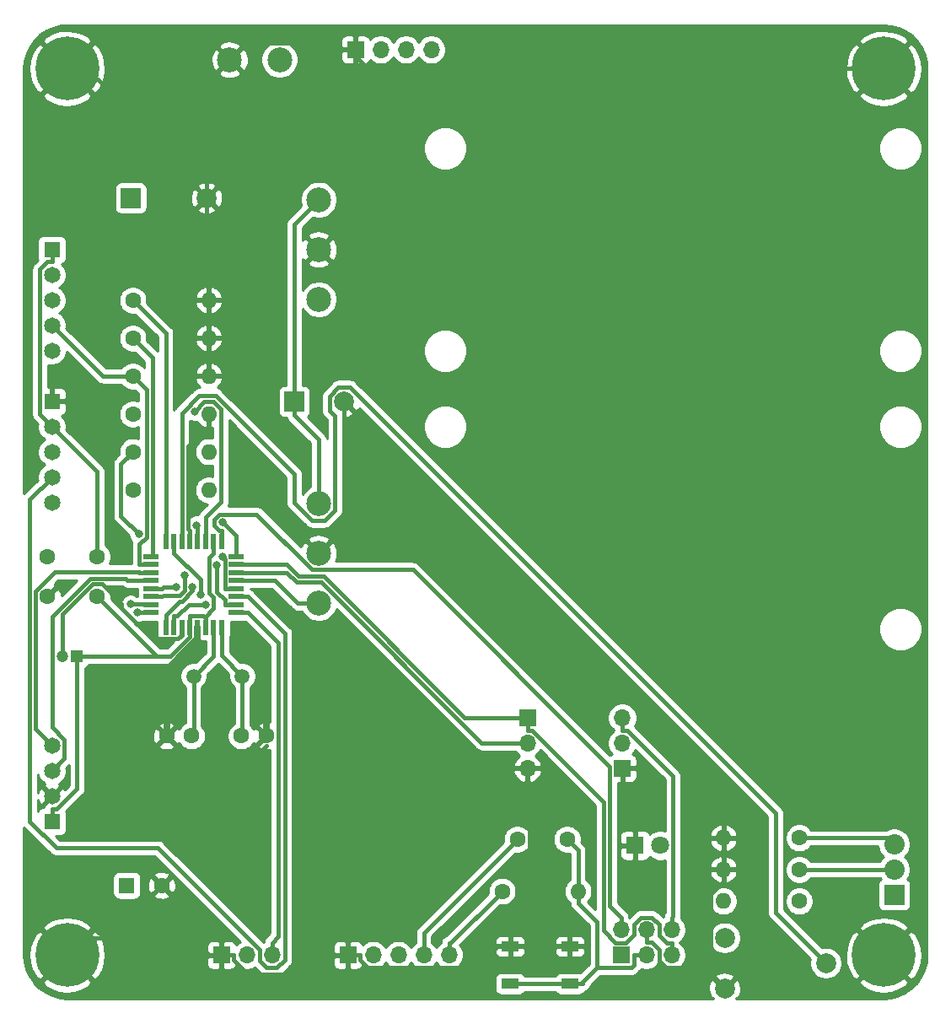
<source format=gbr>
G04 #@! TF.GenerationSoftware,KiCad,Pcbnew,(5.1.7)-1*
G04 #@! TF.CreationDate,2021-01-05T13:25:27+01:00*
G04 #@! TF.ProjectId,AbsauganlageV3,41627361-7567-4616-9e6c-61676556332e,rev?*
G04 #@! TF.SameCoordinates,Original*
G04 #@! TF.FileFunction,Copper,L1,Top*
G04 #@! TF.FilePolarity,Positive*
%FSLAX46Y46*%
G04 Gerber Fmt 4.6, Leading zero omitted, Abs format (unit mm)*
G04 Created by KiCad (PCBNEW (5.1.7)-1) date 2021-01-05 13:25:27*
%MOMM*%
%LPD*%
G01*
G04 APERTURE LIST*
G04 #@! TA.AperFunction,ComponentPad*
%ADD10C,1.500000*%
G04 #@! TD*
G04 #@! TA.AperFunction,ComponentPad*
%ADD11R,1.700000X1.700000*%
G04 #@! TD*
G04 #@! TA.AperFunction,ComponentPad*
%ADD12O,1.700000X1.700000*%
G04 #@! TD*
G04 #@! TA.AperFunction,ComponentPad*
%ADD13R,2.000000X2.000000*%
G04 #@! TD*
G04 #@! TA.AperFunction,ComponentPad*
%ADD14C,2.000000*%
G04 #@! TD*
G04 #@! TA.AperFunction,ComponentPad*
%ADD15C,1.600000*%
G04 #@! TD*
G04 #@! TA.AperFunction,ComponentPad*
%ADD16R,1.200000X1.200000*%
G04 #@! TD*
G04 #@! TA.AperFunction,ComponentPad*
%ADD17C,1.200000*%
G04 #@! TD*
G04 #@! TA.AperFunction,ComponentPad*
%ADD18R,1.600000X1.600000*%
G04 #@! TD*
G04 #@! TA.AperFunction,ComponentPad*
%ADD19R,1.800000X1.800000*%
G04 #@! TD*
G04 #@! TA.AperFunction,ComponentPad*
%ADD20C,1.800000*%
G04 #@! TD*
G04 #@! TA.AperFunction,ComponentPad*
%ADD21C,6.400000*%
G04 #@! TD*
G04 #@! TA.AperFunction,ComponentPad*
%ADD22C,0.800000*%
G04 #@! TD*
G04 #@! TA.AperFunction,ComponentPad*
%ADD23C,2.500000*%
G04 #@! TD*
G04 #@! TA.AperFunction,ComponentPad*
%ADD24R,1.650000X1.650000*%
G04 #@! TD*
G04 #@! TA.AperFunction,ComponentPad*
%ADD25C,1.650000*%
G04 #@! TD*
G04 #@! TA.AperFunction,ComponentPad*
%ADD26R,2.040000X2.040000*%
G04 #@! TD*
G04 #@! TA.AperFunction,ComponentPad*
%ADD27C,2.040000*%
G04 #@! TD*
G04 #@! TA.AperFunction,ComponentPad*
%ADD28O,1.600000X1.600000*%
G04 #@! TD*
G04 #@! TA.AperFunction,SMDPad,CuDef*
%ADD29R,1.800000X1.000000*%
G04 #@! TD*
G04 #@! TA.AperFunction,SMDPad,CuDef*
%ADD30R,0.550000X1.500000*%
G04 #@! TD*
G04 #@! TA.AperFunction,SMDPad,CuDef*
%ADD31R,1.500000X0.550000*%
G04 #@! TD*
G04 #@! TA.AperFunction,ViaPad*
%ADD32C,0.800000*%
G04 #@! TD*
G04 #@! TA.AperFunction,Conductor*
%ADD33C,0.381000*%
G04 #@! TD*
G04 #@! TA.AperFunction,Conductor*
%ADD34C,0.635000*%
G04 #@! TD*
G04 #@! TA.AperFunction,Conductor*
%ADD35C,0.254000*%
G04 #@! TD*
G04 #@! TA.AperFunction,Conductor*
%ADD36C,0.100000*%
G04 #@! TD*
G04 APERTURE END LIST*
D10*
X202708000Y-86000000D03*
X207588000Y-86000000D03*
D11*
X236220000Y-90170000D03*
D12*
X236220000Y-92710000D03*
X236220000Y-95250000D03*
D13*
X196400000Y-38000000D03*
D14*
X204000000Y-38000000D03*
D15*
X200000000Y-92000000D03*
X202500000Y-92000000D03*
X207500000Y-92000000D03*
X210000000Y-92000000D03*
X193000000Y-74000000D03*
X188000000Y-74000000D03*
D16*
X191000000Y-84000000D03*
D17*
X189500000Y-84000000D03*
D15*
X188000000Y-78000000D03*
X193000000Y-78000000D03*
X235204000Y-102378000D03*
X240204000Y-102378000D03*
D18*
X196000000Y-107000000D03*
D15*
X199500000Y-107000000D03*
D13*
X212805000Y-58420000D03*
D14*
X217805000Y-58420000D03*
D19*
X247015000Y-103000000D03*
D20*
X249555000Y-103000000D03*
D21*
X272000000Y-114000000D03*
D22*
X274400000Y-114000000D03*
X273697056Y-115697056D03*
X272000000Y-116400000D03*
X270302944Y-115697056D03*
X269600000Y-114000000D03*
X270302944Y-112302944D03*
X272000000Y-111600000D03*
X273697056Y-112302944D03*
X191697056Y-23302944D03*
X190000000Y-22600000D03*
X188302944Y-23302944D03*
X187600000Y-25000000D03*
X188302944Y-26697056D03*
X190000000Y-27400000D03*
X191697056Y-26697056D03*
X192400000Y-25000000D03*
D21*
X190000000Y-25000000D03*
D22*
X273697056Y-23302944D03*
X272000000Y-22600000D03*
X270302944Y-23302944D03*
X269600000Y-25000000D03*
X270302944Y-26697056D03*
X272000000Y-27400000D03*
X273697056Y-26697056D03*
X274400000Y-25000000D03*
D21*
X272000000Y-25000000D03*
X190000000Y-114000000D03*
D22*
X192400000Y-114000000D03*
X191697056Y-115697056D03*
X190000000Y-116400000D03*
X188302944Y-115697056D03*
X187600000Y-114000000D03*
X188302944Y-112302944D03*
X190000000Y-111600000D03*
X191697056Y-112302944D03*
D11*
X245618000Y-114000000D03*
D12*
X245618000Y-111460000D03*
X248158000Y-114000000D03*
X248158000Y-111460000D03*
X250698000Y-114000000D03*
X250698000Y-111460000D03*
D11*
X218186000Y-114000000D03*
D12*
X220726000Y-114000000D03*
X223266000Y-114000000D03*
X225806000Y-114000000D03*
X228346000Y-114000000D03*
D23*
X215265000Y-43180000D03*
X215265000Y-38180000D03*
X215265000Y-48180000D03*
D11*
X218948000Y-23114000D03*
D12*
X221488000Y-23114000D03*
X224028000Y-23114000D03*
X226568000Y-23114000D03*
D24*
X188468000Y-100584000D03*
D25*
X188468000Y-98044000D03*
X188468000Y-92964000D03*
X188468000Y-95504000D03*
D11*
X205486000Y-114000000D03*
D12*
X208026000Y-114000000D03*
X210566000Y-114000000D03*
D23*
X215265000Y-78660000D03*
X215265000Y-68660000D03*
X215265000Y-73660000D03*
D24*
X188468000Y-58420000D03*
D25*
X188468000Y-60960000D03*
X188468000Y-63500000D03*
X188468000Y-66040000D03*
X188468000Y-68580000D03*
D26*
X273050000Y-107950000D03*
D27*
X273050000Y-105410000D03*
X273050000Y-102870000D03*
D12*
X245745000Y-90170000D03*
X245745000Y-92710000D03*
D11*
X245745000Y-95250000D03*
D23*
X211328000Y-24130000D03*
X206328000Y-24130000D03*
D25*
X188468000Y-53340000D03*
X188468000Y-50800000D03*
X188468000Y-48260000D03*
X188468000Y-45720000D03*
D24*
X188468000Y-43180000D03*
D28*
X241300000Y-107585000D03*
D15*
X233680000Y-107585000D03*
D28*
X204216000Y-67310000D03*
D15*
X196596000Y-67310000D03*
X196611000Y-63470000D03*
D28*
X204231000Y-63470000D03*
X255905000Y-105410000D03*
D15*
X263525000Y-105410000D03*
X263525000Y-102235000D03*
D28*
X255905000Y-102235000D03*
D15*
X196596000Y-48260000D03*
D28*
X204216000Y-48260000D03*
X204216000Y-52070000D03*
D15*
X196596000Y-52070000D03*
X196596000Y-55880000D03*
D28*
X204216000Y-55880000D03*
X204216000Y-59690000D03*
D15*
X196596000Y-59690000D03*
D28*
X255905000Y-108585000D03*
D15*
X263525000Y-108585000D03*
D14*
X256032000Y-112268000D03*
X256032000Y-117348000D03*
X266192000Y-114808000D03*
D29*
X234490000Y-113125000D03*
X240490000Y-113125000D03*
X240490000Y-116875000D03*
X234490000Y-116875000D03*
D30*
X199908000Y-81100000D03*
X200708000Y-81100000D03*
X201508000Y-81100000D03*
X202308000Y-81100000D03*
X203108000Y-81100000D03*
X203908000Y-81100000D03*
X204708000Y-81100000D03*
X205508000Y-81100000D03*
D31*
X207008000Y-79600000D03*
X207008000Y-78800000D03*
X207008000Y-78000000D03*
X207008000Y-77200000D03*
X207008000Y-76400000D03*
X207008000Y-75600000D03*
X207008000Y-74800000D03*
X207008000Y-74000000D03*
D30*
X205508000Y-72500000D03*
X204708000Y-72500000D03*
X203908000Y-72500000D03*
X203108000Y-72500000D03*
X202308000Y-72500000D03*
X201508000Y-72500000D03*
X200708000Y-72500000D03*
X199908000Y-72500000D03*
D31*
X198408000Y-74000000D03*
X198408000Y-74800000D03*
X198408000Y-75600000D03*
X198408000Y-76400000D03*
X198408000Y-77200000D03*
X198408000Y-78000000D03*
X198408000Y-78800000D03*
X198408000Y-79600000D03*
D32*
X205055600Y-74869800D03*
X210000000Y-86000000D03*
X200000000Y-86000000D03*
X202967700Y-70838100D03*
X200944800Y-77097300D03*
X205634500Y-70541300D03*
X197208300Y-71711700D03*
X205634300Y-74006000D03*
X202554100Y-77052300D03*
X197041600Y-79580300D03*
X203875600Y-78841900D03*
X203384400Y-77853000D03*
X202795200Y-59419700D03*
X201763300Y-75838600D03*
X196387000Y-78789400D03*
D33*
X205867200Y-78800000D02*
X205867200Y-78349300D01*
X205867200Y-78349300D02*
X205055600Y-77537700D01*
X205055600Y-77537700D02*
X205055600Y-74869800D01*
X207008000Y-78800000D02*
X205867200Y-78800000D01*
X202308000Y-72500000D02*
X202308000Y-71359200D01*
X204216000Y-59690000D02*
X204216000Y-60880800D01*
X204216000Y-60880800D02*
X202173900Y-62922900D01*
X202173900Y-62922900D02*
X202173900Y-71225100D01*
X202173900Y-71225100D02*
X202308000Y-71359200D01*
X204216000Y-48260000D02*
X204216000Y-47069200D01*
X204216000Y-47069200D02*
X204000000Y-46853200D01*
X204000000Y-46853200D02*
X204000000Y-38000000D01*
X204216000Y-52070000D02*
X204216000Y-48260000D01*
X189500000Y-84000000D02*
X189500000Y-79795800D01*
X189500000Y-79795800D02*
X192536200Y-76759600D01*
X192536200Y-76759600D02*
X193490400Y-76759600D01*
X193490400Y-76759600D02*
X195489900Y-78759100D01*
X195489900Y-78759100D02*
X195489900Y-79210700D01*
X195489900Y-79210700D02*
X198520100Y-82240900D01*
X198520100Y-82240900D02*
X201159500Y-82240900D01*
X201159500Y-82240900D02*
X201508000Y-81892400D01*
X201508000Y-81892400D02*
X201508000Y-81100000D01*
X190351400Y-26697100D02*
X190000000Y-27048500D01*
X191697100Y-26697100D02*
X190351400Y-26697100D01*
X190000000Y-25000000D02*
X190351400Y-25351400D01*
X190351400Y-25351400D02*
X190351400Y-26697100D01*
X192665200Y-25729000D02*
X191697100Y-26697100D01*
X190000000Y-27048500D02*
X188654300Y-27048500D01*
X188654300Y-27048500D02*
X188302900Y-26697100D01*
X190000000Y-27400000D02*
X190000000Y-27048500D01*
X198545100Y-108299900D02*
X204245200Y-114000000D01*
X192400000Y-112302900D02*
X194542100Y-112302900D01*
X194542100Y-112302900D02*
X198545100Y-108299900D01*
X199500000Y-107000000D02*
X198545100Y-107954900D01*
X198545100Y-107954900D02*
X198545100Y-108299900D01*
X205486000Y-114000000D02*
X204245200Y-114000000D01*
X192400000Y-112302900D02*
X191697100Y-112302900D01*
X192400000Y-112302900D02*
X192400000Y-114000000D01*
X218186000Y-114000000D02*
X216945200Y-114000000D01*
X205486000Y-114000000D02*
X206726800Y-114000000D01*
X206726800Y-114000000D02*
X206726800Y-114465300D01*
X206726800Y-114465300D02*
X208148100Y-115886600D01*
X208148100Y-115886600D02*
X215058600Y-115886600D01*
X215058600Y-115886600D02*
X216945200Y-114000000D01*
X204000000Y-26458000D02*
X193394200Y-26458000D01*
X193394200Y-26458000D02*
X192665200Y-25729000D01*
X192665200Y-25729000D02*
X192665200Y-25265200D01*
X192665200Y-25265200D02*
X192400000Y-25000000D01*
X234490000Y-113125000D02*
X233199200Y-113125000D01*
X218186000Y-114000000D02*
X219426800Y-114000000D01*
X219426800Y-114000000D02*
X219426800Y-114465300D01*
X219426800Y-114465300D02*
X220211300Y-115249800D01*
X220211300Y-115249800D02*
X231074400Y-115249800D01*
X231074400Y-115249800D02*
X233199200Y-113125000D01*
X269600000Y-25000000D02*
X269600000Y-25994200D01*
X269600000Y-25994200D02*
X270302900Y-26697100D01*
X218327600Y-23114000D02*
X220213600Y-25000000D01*
X220213600Y-25000000D02*
X269600000Y-25000000D01*
X272000000Y-27400000D02*
X271005800Y-27400000D01*
X271005800Y-27400000D02*
X270302900Y-26697100D01*
X273697100Y-26697100D02*
X272994200Y-27400000D01*
X272994200Y-27400000D02*
X272000000Y-27400000D01*
X273697100Y-25702900D02*
X273697100Y-26697100D01*
X274400000Y-25000000D02*
X273697100Y-25702900D01*
X272000000Y-25000000D02*
X272994200Y-25000000D01*
X272994200Y-25000000D02*
X273697100Y-25702900D01*
X218327600Y-23114000D02*
X217707200Y-23114000D01*
X218948000Y-23114000D02*
X218327600Y-23114000D01*
X204000000Y-26458000D02*
X206328000Y-24130000D01*
X204000000Y-38000000D02*
X204000000Y-26458000D01*
X204216000Y-55880000D02*
X204216000Y-52070000D01*
X273697100Y-23302900D02*
X274400000Y-24005800D01*
X274400000Y-24005800D02*
X274400000Y-25000000D01*
X270302900Y-114702900D02*
X270302900Y-115697100D01*
X269600000Y-114000000D02*
X270302900Y-114702900D01*
X272000000Y-114000000D02*
X271005800Y-114000000D01*
X271005800Y-114000000D02*
X270302900Y-114702900D01*
X254598500Y-115271800D02*
X254598500Y-115914500D01*
X254598500Y-115914500D02*
X256032000Y-117348000D01*
X255905000Y-106600800D02*
X254598500Y-107907300D01*
X254598500Y-107907300D02*
X254598500Y-115271800D01*
X254598500Y-115271800D02*
X250152400Y-115271800D01*
X250152400Y-115271800D02*
X249457100Y-114576500D01*
X249457100Y-114576500D02*
X249457100Y-113485700D01*
X249457100Y-113485700D02*
X248672200Y-112700800D01*
X248672200Y-112700800D02*
X248158000Y-112700800D01*
X248158000Y-111460000D02*
X248158000Y-112700800D01*
X206328000Y-24130000D02*
X207980800Y-22477200D01*
X207980800Y-22477200D02*
X217070400Y-22477200D01*
X217070400Y-22477200D02*
X217707200Y-23114000D01*
X192400000Y-25000000D02*
X191697100Y-24297100D01*
X191697100Y-24297100D02*
X191697100Y-23302900D01*
X190000000Y-22600000D02*
X189005800Y-22600000D01*
X189005800Y-22600000D02*
X188302900Y-23302900D01*
X188302900Y-23302900D02*
X187600000Y-24005800D01*
X187600000Y-24005800D02*
X187600000Y-25000000D01*
X187600000Y-25000000D02*
X188302900Y-25702900D01*
X188302900Y-25702900D02*
X188302900Y-26697100D01*
X187600000Y-114000000D02*
X188302900Y-114702900D01*
X188302900Y-114702900D02*
X188302900Y-115697100D01*
X255905000Y-105410000D02*
X255905000Y-106600800D01*
X255905000Y-102235000D02*
X255905000Y-105410000D01*
X269600000Y-114000000D02*
X270302900Y-113297100D01*
X270302900Y-113297100D02*
X270302900Y-112302900D01*
X215265000Y-73660000D02*
X217805000Y-71120000D01*
X217805000Y-71120000D02*
X217805000Y-58420000D01*
X187600000Y-114000000D02*
X188302900Y-113297100D01*
X188302900Y-113297100D02*
X188302900Y-112302900D01*
X200000000Y-92000000D02*
X203000000Y-95000000D01*
X203000000Y-95000000D02*
X208000000Y-95000000D01*
X208000000Y-95000000D02*
X210000000Y-93000000D01*
X274400000Y-114000000D02*
X273697100Y-113297100D01*
X273697100Y-113297100D02*
X273697100Y-112302900D01*
X236449700Y-113125000D02*
X234490000Y-113125000D01*
X240490000Y-113125000D02*
X236449700Y-113125000D01*
X236449700Y-113125000D02*
X236449700Y-96720500D01*
X236449700Y-96720500D02*
X236220000Y-96490800D01*
X236220000Y-95250000D02*
X236220000Y-96490800D01*
D34*
X210000000Y-86000000D02*
X210000000Y-84000000D01*
X210000000Y-84000000D02*
X208000000Y-82000000D01*
X210000000Y-92000000D02*
X210000000Y-86000000D01*
X200000000Y-86000000D02*
X200000000Y-85364500D01*
X200000000Y-85364500D02*
X203108000Y-82256500D01*
X203108000Y-82256500D02*
X203108000Y-81100000D01*
X200000000Y-92000000D02*
X200000000Y-86000000D01*
D33*
X204708000Y-81100000D02*
X204708000Y-84000000D01*
X204708000Y-84000000D02*
X202708000Y-86000000D01*
X202708000Y-86000000D02*
X202708000Y-91792000D01*
X202708000Y-91792000D02*
X202500000Y-92000000D01*
X205508000Y-81100000D02*
X205508000Y-83920000D01*
X205508000Y-83920000D02*
X207588000Y-86000000D01*
X207588000Y-86000000D02*
X207588000Y-91912000D01*
X207588000Y-91912000D02*
X207500000Y-92000000D01*
X188468000Y-43180000D02*
X188468000Y-44395800D01*
X188468000Y-60960000D02*
X187252200Y-59744200D01*
X187252200Y-59744200D02*
X187252200Y-45155600D01*
X187252200Y-45155600D02*
X188012000Y-44395800D01*
X188012000Y-44395800D02*
X188468000Y-44395800D01*
X193000000Y-74000000D02*
X193000000Y-65492000D01*
X193000000Y-65492000D02*
X188468000Y-60960000D01*
X203801500Y-80065800D02*
X204696000Y-79171300D01*
X204696000Y-79171300D02*
X204696000Y-78067600D01*
X204696000Y-78067600D02*
X204263000Y-77634600D01*
X204263000Y-77634600D02*
X204263000Y-74085800D01*
X204263000Y-74085800D02*
X204708000Y-73640800D01*
X215265000Y-38180000D02*
X212805000Y-40640000D01*
X212805000Y-40640000D02*
X212805000Y-58420000D01*
X204708000Y-73070400D02*
X204708000Y-72500000D01*
X204708000Y-73070400D02*
X204708000Y-73640800D01*
X212805000Y-58420000D02*
X212805000Y-59810800D01*
X212805000Y-59810800D02*
X215265000Y-62270800D01*
X215265000Y-62270800D02*
X215265000Y-68660000D01*
X203801500Y-80065800D02*
X203908000Y-80172100D01*
X203908000Y-80172100D02*
X203908000Y-81100000D01*
X202308000Y-81100000D02*
X202308000Y-79969000D01*
X202308000Y-79969000D02*
X202318000Y-79959500D01*
X202318000Y-79959500D02*
X203695000Y-79959500D01*
X203695000Y-79959500D02*
X203801500Y-80065800D01*
X250698000Y-111460000D02*
X250698000Y-110219200D01*
X245745000Y-90170000D02*
X245745000Y-91410800D01*
X245745000Y-91410800D02*
X246210300Y-91410800D01*
X246210300Y-91410800D02*
X250852400Y-96052900D01*
X250852400Y-96052900D02*
X250852400Y-110064800D01*
X250852400Y-110064800D02*
X250698000Y-110219200D01*
X188468000Y-100584000D02*
X188468000Y-99368200D01*
X188468000Y-99368200D02*
X188923900Y-99368200D01*
X188923900Y-99368200D02*
X191000000Y-97292100D01*
X191000000Y-97292100D02*
X191000000Y-84000000D01*
X228346000Y-114000000D02*
X228346000Y-112759200D01*
X233680000Y-107585000D02*
X228505800Y-112759200D01*
X228505800Y-112759200D02*
X228346000Y-112759200D01*
X193000000Y-78000000D02*
X199000000Y-84000000D01*
X199000000Y-84000000D02*
X191000000Y-84000000D01*
X200000000Y-84000000D02*
X199000000Y-84000000D01*
X202308000Y-81100000D02*
X202308000Y-82027900D01*
X202308000Y-82027900D02*
X200336000Y-84000000D01*
X200336000Y-84000000D02*
X200000000Y-84000000D01*
X199000000Y-84000000D02*
X200000000Y-84000000D01*
X203108000Y-72500000D02*
X203108000Y-70978400D01*
X203108000Y-70978400D02*
X202967700Y-70838100D01*
X225806000Y-114000000D02*
X225806000Y-111776000D01*
X225806000Y-111776000D02*
X235204000Y-102378000D01*
X198408000Y-77200000D02*
X199548800Y-77200000D01*
X199548800Y-77200000D02*
X199651500Y-77097300D01*
X199651500Y-77097300D02*
X200944800Y-77097300D01*
X241300000Y-107585000D02*
X241300000Y-108775800D01*
X243224400Y-115240900D02*
X243224400Y-110700200D01*
X243224400Y-110700200D02*
X241300000Y-108775800D01*
X243224400Y-115240900D02*
X246684400Y-115240900D01*
X246684400Y-115240900D02*
X246917200Y-115008100D01*
X246917200Y-115008100D02*
X246917200Y-114000000D01*
X241780800Y-116875000D02*
X241780800Y-116684500D01*
X241780800Y-116684500D02*
X243224400Y-115240900D01*
X240204000Y-102378000D02*
X241300000Y-103474000D01*
X241300000Y-103474000D02*
X241300000Y-107585000D01*
X248158000Y-114000000D02*
X246917200Y-114000000D01*
X240490000Y-116875000D02*
X241780800Y-116875000D01*
X234490000Y-116875000D02*
X240490000Y-116875000D01*
X207008000Y-74000000D02*
X207008000Y-71914800D01*
X207008000Y-71914800D02*
X205634500Y-70541300D01*
X245618000Y-111460000D02*
X245618000Y-110219200D01*
X205508000Y-72500000D02*
X205508000Y-71359200D01*
X205508000Y-71359200D02*
X205280700Y-71359200D01*
X205280700Y-71359200D02*
X204784700Y-70863200D01*
X204784700Y-70863200D02*
X204784700Y-70261800D01*
X204784700Y-70261800D02*
X205302300Y-69744200D01*
X205302300Y-69744200D02*
X209028800Y-69744200D01*
X209028800Y-69744200D02*
X214585400Y-75300800D01*
X214585400Y-75300800D02*
X224704100Y-75300800D01*
X224704100Y-75300800D02*
X244467400Y-95064100D01*
X244467400Y-95064100D02*
X244467400Y-109068600D01*
X244467400Y-109068600D02*
X245618000Y-110219200D01*
X263525000Y-105410000D02*
X273050000Y-105410000D01*
X236220000Y-90170000D02*
X229917600Y-90170000D01*
X229917600Y-90170000D02*
X215741300Y-75993700D01*
X215741300Y-75993700D02*
X213265800Y-75993700D01*
X213265800Y-75993700D02*
X212072100Y-74800000D01*
X212072100Y-74800000D02*
X207008000Y-74800000D01*
X236220000Y-90170000D02*
X236220000Y-91410800D01*
X250698000Y-114000000D02*
X250698000Y-112759200D01*
X250698000Y-112759200D02*
X250197100Y-112759200D01*
X250197100Y-112759200D02*
X249428000Y-111990100D01*
X249428000Y-111990100D02*
X249428000Y-110912800D01*
X249428000Y-110912800D02*
X248734300Y-110219100D01*
X248734300Y-110219100D02*
X247616700Y-110219100D01*
X247616700Y-110219100D02*
X246888000Y-110947800D01*
X246888000Y-110947800D02*
X246888000Y-111961500D01*
X246888000Y-111961500D02*
X246090400Y-112759100D01*
X246090400Y-112759100D02*
X245104000Y-112759100D01*
X245104000Y-112759100D02*
X243886000Y-111541100D01*
X243886000Y-111541100D02*
X243886000Y-98611500D01*
X243886000Y-98611500D02*
X236685300Y-91410800D01*
X236685300Y-91410800D02*
X236220000Y-91410800D01*
X196611000Y-63470000D02*
X195405100Y-64675900D01*
X195405100Y-64675900D02*
X195405100Y-69908500D01*
X195405100Y-69908500D02*
X197208300Y-71711700D01*
X207008000Y-77200000D02*
X205867200Y-77200000D01*
X205867200Y-77200000D02*
X205867200Y-74238900D01*
X205867200Y-74238900D02*
X205634300Y-74006000D01*
X199908000Y-81100000D02*
X199908000Y-79886500D01*
X199908000Y-79886500D02*
X201325100Y-78469400D01*
X201325100Y-78469400D02*
X201513200Y-78469400D01*
X201513200Y-78469400D02*
X202554100Y-77428500D01*
X202554100Y-77428500D02*
X202554100Y-77052300D01*
X198408000Y-75600000D02*
X197267200Y-75600000D01*
X197267200Y-75600000D02*
X197219900Y-75552700D01*
X197219900Y-75552700D02*
X188762900Y-75552700D01*
X188762900Y-75552700D02*
X186800600Y-77515000D01*
X186800600Y-77515000D02*
X186800600Y-91296600D01*
X186800600Y-91296600D02*
X188468000Y-92964000D01*
X198408000Y-76400000D02*
X196076100Y-76400000D01*
X196076100Y-76400000D02*
X195851100Y-76175000D01*
X195851100Y-76175000D02*
X192298500Y-76175000D01*
X192298500Y-76175000D02*
X188468000Y-80005500D01*
X188468000Y-80005500D02*
X188468000Y-91105700D01*
X188468000Y-91105700D02*
X189709300Y-92347000D01*
X189709300Y-92347000D02*
X189709300Y-94262700D01*
X189709300Y-94262700D02*
X188468000Y-95504000D01*
X208148800Y-79600000D02*
X211214900Y-82666100D01*
X211214900Y-82666100D02*
X211214900Y-112110300D01*
X211214900Y-112110300D02*
X210566000Y-112759200D01*
X210566000Y-114000000D02*
X210566000Y-112759200D01*
X207008000Y-79600000D02*
X208148800Y-79600000D01*
X207008000Y-76400000D02*
X210896600Y-76400000D01*
X210896600Y-76400000D02*
X213156600Y-78660000D01*
X213156600Y-78660000D02*
X215265000Y-78660000D01*
X207008000Y-78000000D02*
X208148800Y-78000000D01*
X208148800Y-78000000D02*
X211850700Y-81701900D01*
X211850700Y-81701900D02*
X211850700Y-114478100D01*
X211850700Y-114478100D02*
X211060600Y-115268200D01*
X211060600Y-115268200D02*
X210022500Y-115268200D01*
X210022500Y-115268200D02*
X209296100Y-114541800D01*
X209296100Y-114541800D02*
X209296100Y-113432900D01*
X209296100Y-113432900D02*
X199110900Y-103247700D01*
X199110900Y-103247700D02*
X188912100Y-103247700D01*
X188912100Y-103247700D02*
X186219200Y-100554800D01*
X186219200Y-100554800D02*
X186219200Y-68288800D01*
X186219200Y-68288800D02*
X188468000Y-66040000D01*
X198408000Y-79600000D02*
X197061300Y-79600000D01*
X197061300Y-79600000D02*
X197041600Y-79580300D01*
X200708000Y-79959200D02*
X201071100Y-79959200D01*
X201071100Y-79959200D02*
X202188400Y-78841900D01*
X202188400Y-78841900D02*
X203875600Y-78841900D01*
X200708000Y-81100000D02*
X200708000Y-79959200D01*
X263525000Y-102235000D02*
X272415000Y-102235000D01*
X272415000Y-102235000D02*
X273050000Y-102870000D01*
X200708000Y-72500000D02*
X200708000Y-73640800D01*
X200708000Y-73640800D02*
X203384400Y-76317200D01*
X203384400Y-76317200D02*
X203384400Y-77853000D01*
X203908000Y-72500000D02*
X203908000Y-70061100D01*
X203908000Y-70061100D02*
X205447700Y-68521400D01*
X205447700Y-68521400D02*
X205447700Y-59201100D01*
X205447700Y-59201100D02*
X204678900Y-58432300D01*
X204678900Y-58432300D02*
X203782600Y-58432300D01*
X203782600Y-58432300D02*
X202795200Y-59419700D01*
X198408000Y-74800000D02*
X197267200Y-74800000D01*
X197267200Y-74800000D02*
X197267200Y-72774900D01*
X197267200Y-72774900D02*
X197999100Y-72043000D01*
X197999100Y-72043000D02*
X197999100Y-57283100D01*
X197999100Y-57283100D02*
X196596000Y-55880000D01*
X196596000Y-55880000D02*
X193548000Y-55880000D01*
X193548000Y-55880000D02*
X188468000Y-50800000D01*
X198408000Y-74000000D02*
X198596400Y-73811600D01*
X198596400Y-73811600D02*
X198596400Y-54070400D01*
X198596400Y-54070400D02*
X196596000Y-52070000D01*
X196596000Y-48260000D02*
X199908000Y-51572000D01*
X199908000Y-51572000D02*
X199908000Y-71359200D01*
X199908000Y-72500000D02*
X199908000Y-71359200D01*
X198408000Y-78000000D02*
X199548800Y-78000000D01*
X199548800Y-78000000D02*
X199660700Y-77888100D01*
X199660700Y-77888100D02*
X201272400Y-77888100D01*
X201272400Y-77888100D02*
X201763300Y-77397200D01*
X201763300Y-77397200D02*
X201763300Y-75838600D01*
X198408000Y-78800000D02*
X198397400Y-78789400D01*
X198397400Y-78789400D02*
X196387000Y-78789400D01*
X266192000Y-114808000D02*
X261159900Y-109775900D01*
X261159900Y-109775900D02*
X261159900Y-99758900D01*
X261159900Y-99758900D02*
X218411600Y-57010600D01*
X218411600Y-57010600D02*
X217238000Y-57010600D01*
X217238000Y-57010600D02*
X216346500Y-57902100D01*
X216346500Y-57902100D02*
X216346500Y-59350000D01*
X216346500Y-59350000D02*
X216905900Y-59909400D01*
X216905900Y-59909400D02*
X216905900Y-69339800D01*
X216905900Y-69339800D02*
X215889700Y-70356000D01*
X215889700Y-70356000D02*
X214583200Y-70356000D01*
X214583200Y-70356000D02*
X212805200Y-68578000D01*
X212805200Y-68578000D02*
X212805200Y-65699400D01*
X212805200Y-65699400D02*
X204952400Y-57846600D01*
X204952400Y-57846600D02*
X203249800Y-57846600D01*
X203249800Y-57846600D02*
X201508000Y-59588400D01*
X201508000Y-59588400D02*
X201508000Y-71359200D01*
X201508000Y-72500000D02*
X201508000Y-71359200D01*
X207008000Y-75600000D02*
X212050000Y-75600000D01*
X212050000Y-75600000D02*
X213025000Y-76575000D01*
X213025000Y-76575000D02*
X215500500Y-76575000D01*
X215500500Y-76575000D02*
X231635500Y-92710000D01*
X231635500Y-92710000D02*
X236220000Y-92710000D01*
D35*
X272768083Y-20731173D02*
X273511891Y-20934656D01*
X274207905Y-21266638D01*
X274834130Y-21716626D01*
X275370777Y-22270403D01*
X275800871Y-22910451D01*
X276110829Y-23616553D01*
X276292065Y-24371457D01*
X276340000Y-25024207D01*
X276340001Y-113970597D01*
X276268827Y-114768083D01*
X276065344Y-115511890D01*
X275733363Y-116207904D01*
X275283374Y-116834130D01*
X274729597Y-117370777D01*
X274089549Y-117800871D01*
X273383447Y-118110829D01*
X272628543Y-118292065D01*
X271975793Y-118340000D01*
X257203608Y-118340000D01*
X257167415Y-118303807D01*
X257431814Y-118208044D01*
X257572704Y-117918429D01*
X257654384Y-117606892D01*
X257673718Y-117285405D01*
X257629961Y-116966325D01*
X257538258Y-116700881D01*
X269478724Y-116700881D01*
X269838912Y-117190548D01*
X270502882Y-117550849D01*
X271224385Y-117774694D01*
X271975695Y-117853480D01*
X272727938Y-117784178D01*
X273452208Y-117569452D01*
X274120670Y-117217555D01*
X274161088Y-117190548D01*
X274521276Y-116700881D01*
X272000000Y-114179605D01*
X269478724Y-116700881D01*
X257538258Y-116700881D01*
X257524795Y-116661912D01*
X257431814Y-116487956D01*
X257167413Y-116392192D01*
X256211605Y-117348000D01*
X256225748Y-117362143D01*
X256046143Y-117541748D01*
X256032000Y-117527605D01*
X256017858Y-117541748D01*
X255838253Y-117362143D01*
X255852395Y-117348000D01*
X254896587Y-116392192D01*
X254632186Y-116487956D01*
X254491296Y-116777571D01*
X254409616Y-117089108D01*
X254390282Y-117410595D01*
X254434039Y-117729675D01*
X254539205Y-118034088D01*
X254632186Y-118208044D01*
X254896585Y-118303807D01*
X254860392Y-118340000D01*
X190029392Y-118340000D01*
X189231917Y-118268827D01*
X188488110Y-118065344D01*
X187792096Y-117733363D01*
X187165870Y-117283374D01*
X186629223Y-116729597D01*
X186609927Y-116700881D01*
X187478724Y-116700881D01*
X187838912Y-117190548D01*
X188502882Y-117550849D01*
X189224385Y-117774694D01*
X189975695Y-117853480D01*
X190727938Y-117784178D01*
X191452208Y-117569452D01*
X192120670Y-117217555D01*
X192161088Y-117190548D01*
X192521276Y-116700881D01*
X190000000Y-114179605D01*
X187478724Y-116700881D01*
X186609927Y-116700881D01*
X186199129Y-116089549D01*
X185889171Y-115383447D01*
X185707935Y-114628543D01*
X185660000Y-113975793D01*
X185660000Y-113975695D01*
X186146520Y-113975695D01*
X186215822Y-114727938D01*
X186430548Y-115452208D01*
X186782445Y-116120670D01*
X186809452Y-116161088D01*
X187299119Y-116521276D01*
X189820395Y-114000000D01*
X190179605Y-114000000D01*
X192700881Y-116521276D01*
X193190548Y-116161088D01*
X193550849Y-115497118D01*
X193751616Y-114850000D01*
X203997928Y-114850000D01*
X204010188Y-114974482D01*
X204046498Y-115094180D01*
X204105463Y-115204494D01*
X204184815Y-115301185D01*
X204281506Y-115380537D01*
X204391820Y-115439502D01*
X204511518Y-115475812D01*
X204636000Y-115488072D01*
X205200250Y-115485000D01*
X205359000Y-115326250D01*
X205359000Y-114127000D01*
X204159750Y-114127000D01*
X204001000Y-114285750D01*
X203997928Y-114850000D01*
X193751616Y-114850000D01*
X193774694Y-114775615D01*
X193853480Y-114024305D01*
X193784178Y-113272062D01*
X193747990Y-113150000D01*
X203997928Y-113150000D01*
X204001000Y-113714250D01*
X204159750Y-113873000D01*
X205359000Y-113873000D01*
X205359000Y-112673750D01*
X205200250Y-112515000D01*
X204636000Y-112511928D01*
X204511518Y-112524188D01*
X204391820Y-112560498D01*
X204281506Y-112619463D01*
X204184815Y-112698815D01*
X204105463Y-112795506D01*
X204046498Y-112905820D01*
X204010188Y-113025518D01*
X203997928Y-113150000D01*
X193747990Y-113150000D01*
X193569452Y-112547792D01*
X193217555Y-111879330D01*
X193190548Y-111838912D01*
X192700881Y-111478724D01*
X190179605Y-114000000D01*
X189820395Y-114000000D01*
X187299119Y-111478724D01*
X186809452Y-111838912D01*
X186449151Y-112502882D01*
X186225306Y-113224385D01*
X186146520Y-113975695D01*
X185660000Y-113975695D01*
X185660000Y-111299119D01*
X187478724Y-111299119D01*
X190000000Y-113820395D01*
X192521276Y-111299119D01*
X192161088Y-110809452D01*
X191497118Y-110449151D01*
X190775615Y-110225306D01*
X190024305Y-110146520D01*
X189272062Y-110215822D01*
X188547792Y-110430548D01*
X187879330Y-110782445D01*
X187838912Y-110809452D01*
X187478724Y-111299119D01*
X185660000Y-111299119D01*
X185660000Y-106200000D01*
X194561928Y-106200000D01*
X194561928Y-107800000D01*
X194574188Y-107924482D01*
X194610498Y-108044180D01*
X194669463Y-108154494D01*
X194748815Y-108251185D01*
X194845506Y-108330537D01*
X194955820Y-108389502D01*
X195075518Y-108425812D01*
X195200000Y-108438072D01*
X196800000Y-108438072D01*
X196924482Y-108425812D01*
X197044180Y-108389502D01*
X197154494Y-108330537D01*
X197251185Y-108251185D01*
X197330537Y-108154494D01*
X197389502Y-108044180D01*
X197405117Y-107992702D01*
X198686903Y-107992702D01*
X198758486Y-108236671D01*
X199013996Y-108357571D01*
X199288184Y-108426300D01*
X199570512Y-108440217D01*
X199850130Y-108398787D01*
X200116292Y-108303603D01*
X200241514Y-108236671D01*
X200313097Y-107992702D01*
X199500000Y-107179605D01*
X198686903Y-107992702D01*
X197405117Y-107992702D01*
X197425812Y-107924482D01*
X197438072Y-107800000D01*
X197438072Y-107070512D01*
X198059783Y-107070512D01*
X198101213Y-107350130D01*
X198196397Y-107616292D01*
X198263329Y-107741514D01*
X198507298Y-107813097D01*
X199320395Y-107000000D01*
X199679605Y-107000000D01*
X200492702Y-107813097D01*
X200736671Y-107741514D01*
X200857571Y-107486004D01*
X200926300Y-107211816D01*
X200940217Y-106929488D01*
X200898787Y-106649870D01*
X200803603Y-106383708D01*
X200736671Y-106258486D01*
X200492702Y-106186903D01*
X199679605Y-107000000D01*
X199320395Y-107000000D01*
X198507298Y-106186903D01*
X198263329Y-106258486D01*
X198142429Y-106513996D01*
X198073700Y-106788184D01*
X198059783Y-107070512D01*
X197438072Y-107070512D01*
X197438072Y-106200000D01*
X197425812Y-106075518D01*
X197405118Y-106007298D01*
X198686903Y-106007298D01*
X199500000Y-106820395D01*
X200313097Y-106007298D01*
X200241514Y-105763329D01*
X199986004Y-105642429D01*
X199711816Y-105573700D01*
X199429488Y-105559783D01*
X199149870Y-105601213D01*
X198883708Y-105696397D01*
X198758486Y-105763329D01*
X198686903Y-106007298D01*
X197405118Y-106007298D01*
X197389502Y-105955820D01*
X197330537Y-105845506D01*
X197251185Y-105748815D01*
X197154494Y-105669463D01*
X197044180Y-105610498D01*
X196924482Y-105574188D01*
X196800000Y-105561928D01*
X195200000Y-105561928D01*
X195075518Y-105574188D01*
X194955820Y-105610498D01*
X194845506Y-105669463D01*
X194748815Y-105748815D01*
X194669463Y-105845506D01*
X194610498Y-105955820D01*
X194574188Y-106075518D01*
X194561928Y-106200000D01*
X185660000Y-106200000D01*
X185660000Y-101163779D01*
X185664166Y-101167198D01*
X188299711Y-103802745D01*
X188325559Y-103834241D01*
X188357055Y-103860089D01*
X188357058Y-103860092D01*
X188451257Y-103937399D01*
X188528161Y-103978505D01*
X188594666Y-104014053D01*
X188750274Y-104061256D01*
X188871547Y-104073200D01*
X188871549Y-104073200D01*
X188912100Y-104077194D01*
X188952650Y-104073200D01*
X198768968Y-104073200D01*
X207363027Y-112667260D01*
X207322589Y-112684010D01*
X207079368Y-112846525D01*
X206947513Y-112978380D01*
X206925502Y-112905820D01*
X206866537Y-112795506D01*
X206787185Y-112698815D01*
X206690494Y-112619463D01*
X206580180Y-112560498D01*
X206460482Y-112524188D01*
X206336000Y-112511928D01*
X205771750Y-112515000D01*
X205613000Y-112673750D01*
X205613000Y-113873000D01*
X205633000Y-113873000D01*
X205633000Y-114127000D01*
X205613000Y-114127000D01*
X205613000Y-115326250D01*
X205771750Y-115485000D01*
X206336000Y-115488072D01*
X206460482Y-115475812D01*
X206580180Y-115439502D01*
X206690494Y-115380537D01*
X206787185Y-115301185D01*
X206866537Y-115204494D01*
X206925502Y-115094180D01*
X206947513Y-115021620D01*
X207079368Y-115153475D01*
X207322589Y-115315990D01*
X207592842Y-115427932D01*
X207879740Y-115485000D01*
X208172260Y-115485000D01*
X208459158Y-115427932D01*
X208729411Y-115315990D01*
X208833385Y-115246517D01*
X209410110Y-115823244D01*
X209435959Y-115854741D01*
X209467455Y-115880589D01*
X209467458Y-115880592D01*
X209561657Y-115957899D01*
X209666375Y-116013872D01*
X209705066Y-116034553D01*
X209860674Y-116081756D01*
X209981947Y-116093700D01*
X209981949Y-116093700D01*
X210022500Y-116097694D01*
X210063050Y-116093700D01*
X211020050Y-116093700D01*
X211060600Y-116097694D01*
X211101150Y-116093700D01*
X211101153Y-116093700D01*
X211222426Y-116081756D01*
X211378034Y-116034553D01*
X211521442Y-115957899D01*
X211647141Y-115854741D01*
X211672998Y-115823234D01*
X212405739Y-115090494D01*
X212437241Y-115064641D01*
X212497992Y-114990615D01*
X212540399Y-114938943D01*
X212587940Y-114850000D01*
X216697928Y-114850000D01*
X216710188Y-114974482D01*
X216746498Y-115094180D01*
X216805463Y-115204494D01*
X216884815Y-115301185D01*
X216981506Y-115380537D01*
X217091820Y-115439502D01*
X217211518Y-115475812D01*
X217336000Y-115488072D01*
X217900250Y-115485000D01*
X218059000Y-115326250D01*
X218059000Y-114127000D01*
X216859750Y-114127000D01*
X216701000Y-114285750D01*
X216697928Y-114850000D01*
X212587940Y-114850000D01*
X212617053Y-114795534D01*
X212642614Y-114711269D01*
X212664256Y-114639926D01*
X212676200Y-114518653D01*
X212676200Y-114518651D01*
X212680194Y-114478101D01*
X212676200Y-114437550D01*
X212676200Y-113150000D01*
X216697928Y-113150000D01*
X216701000Y-113714250D01*
X216859750Y-113873000D01*
X218059000Y-113873000D01*
X218059000Y-112673750D01*
X218313000Y-112673750D01*
X218313000Y-113873000D01*
X218333000Y-113873000D01*
X218333000Y-114127000D01*
X218313000Y-114127000D01*
X218313000Y-115326250D01*
X218471750Y-115485000D01*
X219036000Y-115488072D01*
X219160482Y-115475812D01*
X219280180Y-115439502D01*
X219390494Y-115380537D01*
X219487185Y-115301185D01*
X219566537Y-115204494D01*
X219625502Y-115094180D01*
X219647513Y-115021620D01*
X219779368Y-115153475D01*
X220022589Y-115315990D01*
X220292842Y-115427932D01*
X220579740Y-115485000D01*
X220872260Y-115485000D01*
X221159158Y-115427932D01*
X221429411Y-115315990D01*
X221672632Y-115153475D01*
X221879475Y-114946632D01*
X221996000Y-114772240D01*
X222112525Y-114946632D01*
X222319368Y-115153475D01*
X222562589Y-115315990D01*
X222832842Y-115427932D01*
X223119740Y-115485000D01*
X223412260Y-115485000D01*
X223699158Y-115427932D01*
X223969411Y-115315990D01*
X224212632Y-115153475D01*
X224419475Y-114946632D01*
X224536000Y-114772240D01*
X224652525Y-114946632D01*
X224859368Y-115153475D01*
X225102589Y-115315990D01*
X225372842Y-115427932D01*
X225659740Y-115485000D01*
X225952260Y-115485000D01*
X226239158Y-115427932D01*
X226509411Y-115315990D01*
X226752632Y-115153475D01*
X226959475Y-114946632D01*
X227076000Y-114772240D01*
X227192525Y-114946632D01*
X227399368Y-115153475D01*
X227642589Y-115315990D01*
X227912842Y-115427932D01*
X228199740Y-115485000D01*
X228492260Y-115485000D01*
X228779158Y-115427932D01*
X229049411Y-115315990D01*
X229292632Y-115153475D01*
X229499475Y-114946632D01*
X229661990Y-114703411D01*
X229773932Y-114433158D01*
X229831000Y-114146260D01*
X229831000Y-113853740D01*
X229785501Y-113625000D01*
X232951928Y-113625000D01*
X232964188Y-113749482D01*
X233000498Y-113869180D01*
X233059463Y-113979494D01*
X233138815Y-114076185D01*
X233235506Y-114155537D01*
X233345820Y-114214502D01*
X233465518Y-114250812D01*
X233590000Y-114263072D01*
X234204250Y-114260000D01*
X234363000Y-114101250D01*
X234363000Y-113252000D01*
X234617000Y-113252000D01*
X234617000Y-114101250D01*
X234775750Y-114260000D01*
X235390000Y-114263072D01*
X235514482Y-114250812D01*
X235634180Y-114214502D01*
X235744494Y-114155537D01*
X235841185Y-114076185D01*
X235920537Y-113979494D01*
X235979502Y-113869180D01*
X236015812Y-113749482D01*
X236028072Y-113625000D01*
X238951928Y-113625000D01*
X238964188Y-113749482D01*
X239000498Y-113869180D01*
X239059463Y-113979494D01*
X239138815Y-114076185D01*
X239235506Y-114155537D01*
X239345820Y-114214502D01*
X239465518Y-114250812D01*
X239590000Y-114263072D01*
X240204250Y-114260000D01*
X240363000Y-114101250D01*
X240363000Y-113252000D01*
X240617000Y-113252000D01*
X240617000Y-114101250D01*
X240775750Y-114260000D01*
X241390000Y-114263072D01*
X241514482Y-114250812D01*
X241634180Y-114214502D01*
X241744494Y-114155537D01*
X241841185Y-114076185D01*
X241920537Y-113979494D01*
X241979502Y-113869180D01*
X242015812Y-113749482D01*
X242028072Y-113625000D01*
X242025000Y-113410750D01*
X241866250Y-113252000D01*
X240617000Y-113252000D01*
X240363000Y-113252000D01*
X239113750Y-113252000D01*
X238955000Y-113410750D01*
X238951928Y-113625000D01*
X236028072Y-113625000D01*
X236025000Y-113410750D01*
X235866250Y-113252000D01*
X234617000Y-113252000D01*
X234363000Y-113252000D01*
X233113750Y-113252000D01*
X232955000Y-113410750D01*
X232951928Y-113625000D01*
X229785501Y-113625000D01*
X229773932Y-113566842D01*
X229661990Y-113296589D01*
X229499475Y-113053368D01*
X229439270Y-112993163D01*
X229807433Y-112625000D01*
X232951928Y-112625000D01*
X232955000Y-112839250D01*
X233113750Y-112998000D01*
X234363000Y-112998000D01*
X234363000Y-112148750D01*
X234617000Y-112148750D01*
X234617000Y-112998000D01*
X235866250Y-112998000D01*
X236025000Y-112839250D01*
X236028072Y-112625000D01*
X238951928Y-112625000D01*
X238955000Y-112839250D01*
X239113750Y-112998000D01*
X240363000Y-112998000D01*
X240363000Y-112148750D01*
X240617000Y-112148750D01*
X240617000Y-112998000D01*
X241866250Y-112998000D01*
X242025000Y-112839250D01*
X242028072Y-112625000D01*
X242015812Y-112500518D01*
X241979502Y-112380820D01*
X241920537Y-112270506D01*
X241841185Y-112173815D01*
X241744494Y-112094463D01*
X241634180Y-112035498D01*
X241514482Y-111999188D01*
X241390000Y-111986928D01*
X240775750Y-111990000D01*
X240617000Y-112148750D01*
X240363000Y-112148750D01*
X240204250Y-111990000D01*
X239590000Y-111986928D01*
X239465518Y-111999188D01*
X239345820Y-112035498D01*
X239235506Y-112094463D01*
X239138815Y-112173815D01*
X239059463Y-112270506D01*
X239000498Y-112380820D01*
X238964188Y-112500518D01*
X238951928Y-112625000D01*
X236028072Y-112625000D01*
X236015812Y-112500518D01*
X235979502Y-112380820D01*
X235920537Y-112270506D01*
X235841185Y-112173815D01*
X235744494Y-112094463D01*
X235634180Y-112035498D01*
X235514482Y-111999188D01*
X235390000Y-111986928D01*
X234775750Y-111990000D01*
X234617000Y-112148750D01*
X234363000Y-112148750D01*
X234204250Y-111990000D01*
X233590000Y-111986928D01*
X233465518Y-111999188D01*
X233345820Y-112035498D01*
X233235506Y-112094463D01*
X233138815Y-112173815D01*
X233059463Y-112270506D01*
X233000498Y-112380820D01*
X232964188Y-112500518D01*
X232951928Y-112625000D01*
X229807433Y-112625000D01*
X233433377Y-108999057D01*
X233538665Y-109020000D01*
X233821335Y-109020000D01*
X234098574Y-108964853D01*
X234359727Y-108856680D01*
X234594759Y-108699637D01*
X234794637Y-108499759D01*
X234951680Y-108264727D01*
X235059853Y-108003574D01*
X235115000Y-107726335D01*
X235115000Y-107443665D01*
X235059853Y-107166426D01*
X234951680Y-106905273D01*
X234794637Y-106670241D01*
X234594759Y-106470363D01*
X234359727Y-106313320D01*
X234098574Y-106205147D01*
X233821335Y-106150000D01*
X233538665Y-106150000D01*
X233261426Y-106205147D01*
X233000273Y-106313320D01*
X232765241Y-106470363D01*
X232565363Y-106670241D01*
X232408320Y-106905273D01*
X232300147Y-107166426D01*
X232245000Y-107443665D01*
X232245000Y-107726335D01*
X232265943Y-107831623D01*
X228137881Y-111959687D01*
X228028566Y-111992847D01*
X227885158Y-112069501D01*
X227759459Y-112172659D01*
X227656301Y-112298358D01*
X227579647Y-112441766D01*
X227532444Y-112597374D01*
X227516506Y-112759200D01*
X227517343Y-112767697D01*
X227399368Y-112846525D01*
X227192525Y-113053368D01*
X227076000Y-113227760D01*
X226959475Y-113053368D01*
X226752632Y-112846525D01*
X226631500Y-112765587D01*
X226631500Y-112117932D01*
X234957376Y-103792057D01*
X235062665Y-103813000D01*
X235345335Y-103813000D01*
X235622574Y-103757853D01*
X235883727Y-103649680D01*
X236118759Y-103492637D01*
X236318637Y-103292759D01*
X236475680Y-103057727D01*
X236583853Y-102796574D01*
X236639000Y-102519335D01*
X236639000Y-102236665D01*
X236583853Y-101959426D01*
X236475680Y-101698273D01*
X236318637Y-101463241D01*
X236118759Y-101263363D01*
X235883727Y-101106320D01*
X235622574Y-100998147D01*
X235345335Y-100943000D01*
X235062665Y-100943000D01*
X234785426Y-100998147D01*
X234524273Y-101106320D01*
X234289241Y-101263363D01*
X234089363Y-101463241D01*
X233932320Y-101698273D01*
X233824147Y-101959426D01*
X233769000Y-102236665D01*
X233769000Y-102519335D01*
X233789943Y-102624624D01*
X225250961Y-111163607D01*
X225219460Y-111189459D01*
X225191321Y-111223747D01*
X225116301Y-111315158D01*
X225039647Y-111458567D01*
X224992445Y-111614174D01*
X224976506Y-111776000D01*
X224980501Y-111816560D01*
X224980501Y-112765587D01*
X224859368Y-112846525D01*
X224652525Y-113053368D01*
X224536000Y-113227760D01*
X224419475Y-113053368D01*
X224212632Y-112846525D01*
X223969411Y-112684010D01*
X223699158Y-112572068D01*
X223412260Y-112515000D01*
X223119740Y-112515000D01*
X222832842Y-112572068D01*
X222562589Y-112684010D01*
X222319368Y-112846525D01*
X222112525Y-113053368D01*
X221996000Y-113227760D01*
X221879475Y-113053368D01*
X221672632Y-112846525D01*
X221429411Y-112684010D01*
X221159158Y-112572068D01*
X220872260Y-112515000D01*
X220579740Y-112515000D01*
X220292842Y-112572068D01*
X220022589Y-112684010D01*
X219779368Y-112846525D01*
X219647513Y-112978380D01*
X219625502Y-112905820D01*
X219566537Y-112795506D01*
X219487185Y-112698815D01*
X219390494Y-112619463D01*
X219280180Y-112560498D01*
X219160482Y-112524188D01*
X219036000Y-112511928D01*
X218471750Y-112515000D01*
X218313000Y-112673750D01*
X218059000Y-112673750D01*
X217900250Y-112515000D01*
X217336000Y-112511928D01*
X217211518Y-112524188D01*
X217091820Y-112560498D01*
X216981506Y-112619463D01*
X216884815Y-112698815D01*
X216805463Y-112795506D01*
X216746498Y-112905820D01*
X216710188Y-113025518D01*
X216697928Y-113150000D01*
X212676200Y-113150000D01*
X212676200Y-95606890D01*
X234778524Y-95606890D01*
X234823175Y-95754099D01*
X234948359Y-96016920D01*
X235122412Y-96250269D01*
X235338645Y-96445178D01*
X235588748Y-96594157D01*
X235863109Y-96691481D01*
X236093000Y-96570814D01*
X236093000Y-95377000D01*
X236347000Y-95377000D01*
X236347000Y-96570814D01*
X236576891Y-96691481D01*
X236851252Y-96594157D01*
X237101355Y-96445178D01*
X237317588Y-96250269D01*
X237491641Y-96016920D01*
X237616825Y-95754099D01*
X237661476Y-95606890D01*
X237540155Y-95377000D01*
X236347000Y-95377000D01*
X236093000Y-95377000D01*
X234899845Y-95377000D01*
X234778524Y-95606890D01*
X212676200Y-95606890D01*
X212676200Y-81742450D01*
X212680194Y-81701899D01*
X212676200Y-81661347D01*
X212664256Y-81540074D01*
X212617053Y-81384466D01*
X212551500Y-81261826D01*
X212540399Y-81241057D01*
X212463091Y-81146858D01*
X212437241Y-81115359D01*
X212405741Y-81089508D01*
X208761198Y-77444966D01*
X208735341Y-77413459D01*
X208609642Y-77310301D01*
X208466234Y-77233647D01*
X208439377Y-77225500D01*
X210554668Y-77225500D01*
X212544211Y-79215045D01*
X212570059Y-79246541D01*
X212601555Y-79272389D01*
X212601558Y-79272392D01*
X212695757Y-79349699D01*
X212825333Y-79418959D01*
X212839166Y-79426353D01*
X212994774Y-79473556D01*
X213116047Y-79485500D01*
X213116049Y-79485500D01*
X213156600Y-79489494D01*
X213197150Y-79485500D01*
X213566623Y-79485500D01*
X213594534Y-79552882D01*
X213800825Y-79861618D01*
X214063382Y-80124175D01*
X214372118Y-80330466D01*
X214715166Y-80472561D01*
X215079344Y-80545000D01*
X215450656Y-80545000D01*
X215814834Y-80472561D01*
X216157882Y-80330466D01*
X216466618Y-80124175D01*
X216729175Y-79861618D01*
X216935466Y-79552882D01*
X217045443Y-79287375D01*
X231023111Y-93265045D01*
X231048959Y-93296541D01*
X231080455Y-93322389D01*
X231080458Y-93322392D01*
X231174657Y-93399699D01*
X231250461Y-93440217D01*
X231318066Y-93476353D01*
X231473674Y-93523556D01*
X231594947Y-93535500D01*
X231594949Y-93535500D01*
X231635500Y-93539494D01*
X231676050Y-93535500D01*
X234985587Y-93535500D01*
X235066525Y-93656632D01*
X235273368Y-93863475D01*
X235455534Y-93985195D01*
X235338645Y-94054822D01*
X235122412Y-94249731D01*
X234948359Y-94483080D01*
X234823175Y-94745901D01*
X234778524Y-94893110D01*
X234899845Y-95123000D01*
X236093000Y-95123000D01*
X236093000Y-95103000D01*
X236347000Y-95103000D01*
X236347000Y-95123000D01*
X237540155Y-95123000D01*
X237661476Y-94893110D01*
X237616825Y-94745901D01*
X237491641Y-94483080D01*
X237317588Y-94249731D01*
X237101355Y-94054822D01*
X236984466Y-93985195D01*
X237166632Y-93863475D01*
X237373475Y-93656632D01*
X237529777Y-93422709D01*
X243060501Y-98953435D01*
X243060500Y-109368867D01*
X242303014Y-108611382D01*
X242414637Y-108499759D01*
X242571680Y-108264727D01*
X242679853Y-108003574D01*
X242735000Y-107726335D01*
X242735000Y-107443665D01*
X242679853Y-107166426D01*
X242571680Y-106905273D01*
X242414637Y-106670241D01*
X242214759Y-106470363D01*
X242125500Y-106410722D01*
X242125500Y-103514550D01*
X242129494Y-103473999D01*
X242120963Y-103387385D01*
X242113556Y-103312174D01*
X242066353Y-103156566D01*
X242062715Y-103149759D01*
X241989699Y-103013157D01*
X241921672Y-102930267D01*
X241886541Y-102887459D01*
X241855040Y-102861607D01*
X241618056Y-102624624D01*
X241639000Y-102519335D01*
X241639000Y-102236665D01*
X241583853Y-101959426D01*
X241475680Y-101698273D01*
X241318637Y-101463241D01*
X241118759Y-101263363D01*
X240883727Y-101106320D01*
X240622574Y-100998147D01*
X240345335Y-100943000D01*
X240062665Y-100943000D01*
X239785426Y-100998147D01*
X239524273Y-101106320D01*
X239289241Y-101263363D01*
X239089363Y-101463241D01*
X238932320Y-101698273D01*
X238824147Y-101959426D01*
X238769000Y-102236665D01*
X238769000Y-102519335D01*
X238824147Y-102796574D01*
X238932320Y-103057727D01*
X239089363Y-103292759D01*
X239289241Y-103492637D01*
X239524273Y-103649680D01*
X239785426Y-103757853D01*
X240062665Y-103813000D01*
X240345335Y-103813000D01*
X240450624Y-103792056D01*
X240474500Y-103815933D01*
X240474501Y-106410722D01*
X240385241Y-106470363D01*
X240185363Y-106670241D01*
X240028320Y-106905273D01*
X239920147Y-107166426D01*
X239865000Y-107443665D01*
X239865000Y-107726335D01*
X239920147Y-108003574D01*
X240028320Y-108264727D01*
X240185363Y-108499759D01*
X240385241Y-108699637D01*
X240472279Y-108757794D01*
X240470506Y-108775800D01*
X240486445Y-108937626D01*
X240533647Y-109093233D01*
X240610301Y-109236642D01*
X240661024Y-109298447D01*
X240713460Y-109362341D01*
X240744961Y-109388193D01*
X242398901Y-111042135D01*
X242398900Y-114898966D01*
X241540720Y-115757147D01*
X241514482Y-115749188D01*
X241390000Y-115736928D01*
X239590000Y-115736928D01*
X239465518Y-115749188D01*
X239345820Y-115785498D01*
X239235506Y-115844463D01*
X239138815Y-115923815D01*
X239059463Y-116020506D01*
X239043965Y-116049500D01*
X235936035Y-116049500D01*
X235920537Y-116020506D01*
X235841185Y-115923815D01*
X235744494Y-115844463D01*
X235634180Y-115785498D01*
X235514482Y-115749188D01*
X235390000Y-115736928D01*
X233590000Y-115736928D01*
X233465518Y-115749188D01*
X233345820Y-115785498D01*
X233235506Y-115844463D01*
X233138815Y-115923815D01*
X233059463Y-116020506D01*
X233000498Y-116130820D01*
X232964188Y-116250518D01*
X232951928Y-116375000D01*
X232951928Y-117375000D01*
X232964188Y-117499482D01*
X233000498Y-117619180D01*
X233059463Y-117729494D01*
X233138815Y-117826185D01*
X233235506Y-117905537D01*
X233345820Y-117964502D01*
X233465518Y-118000812D01*
X233590000Y-118013072D01*
X235390000Y-118013072D01*
X235514482Y-118000812D01*
X235634180Y-117964502D01*
X235744494Y-117905537D01*
X235841185Y-117826185D01*
X235920537Y-117729494D01*
X235936035Y-117700500D01*
X239043965Y-117700500D01*
X239059463Y-117729494D01*
X239138815Y-117826185D01*
X239235506Y-117905537D01*
X239345820Y-117964502D01*
X239465518Y-118000812D01*
X239590000Y-118013072D01*
X241390000Y-118013072D01*
X241514482Y-118000812D01*
X241634180Y-117964502D01*
X241744494Y-117905537D01*
X241841185Y-117826185D01*
X241920537Y-117729494D01*
X241942408Y-117688578D01*
X241942626Y-117688556D01*
X242098234Y-117641353D01*
X242241642Y-117564699D01*
X242367341Y-117461541D01*
X242470499Y-117335842D01*
X242547153Y-117192434D01*
X242593681Y-117039051D01*
X243420146Y-116212587D01*
X255076192Y-116212587D01*
X256032000Y-117168395D01*
X256987808Y-116212587D01*
X256892044Y-115948186D01*
X256602429Y-115807296D01*
X256290892Y-115725616D01*
X255969405Y-115706282D01*
X255650325Y-115750039D01*
X255345912Y-115855205D01*
X255171956Y-115948186D01*
X255076192Y-116212587D01*
X243420146Y-116212587D01*
X243566334Y-116066400D01*
X246643850Y-116066400D01*
X246684400Y-116070394D01*
X246724950Y-116066400D01*
X246724953Y-116066400D01*
X246846226Y-116054456D01*
X247001834Y-116007253D01*
X247145242Y-115930599D01*
X247270941Y-115827441D01*
X247296797Y-115795935D01*
X247472240Y-115620493D01*
X247503741Y-115594641D01*
X247606899Y-115468942D01*
X247646225Y-115395368D01*
X247724842Y-115427932D01*
X248011740Y-115485000D01*
X248304260Y-115485000D01*
X248591158Y-115427932D01*
X248861411Y-115315990D01*
X249104632Y-115153475D01*
X249311475Y-114946632D01*
X249428000Y-114772240D01*
X249544525Y-114946632D01*
X249751368Y-115153475D01*
X249994589Y-115315990D01*
X250264842Y-115427932D01*
X250551740Y-115485000D01*
X250844260Y-115485000D01*
X251131158Y-115427932D01*
X251401411Y-115315990D01*
X251644632Y-115153475D01*
X251851475Y-114946632D01*
X252013990Y-114703411D01*
X252125932Y-114433158D01*
X252183000Y-114146260D01*
X252183000Y-113853740D01*
X252125932Y-113566842D01*
X252013990Y-113296589D01*
X251851475Y-113053368D01*
X251644632Y-112846525D01*
X251526657Y-112767697D01*
X251527494Y-112759200D01*
X251521261Y-112695909D01*
X251644632Y-112613475D01*
X251851475Y-112406632D01*
X252013990Y-112163411D01*
X252037369Y-112106967D01*
X254397000Y-112106967D01*
X254397000Y-112429033D01*
X254459832Y-112744912D01*
X254583082Y-113042463D01*
X254762013Y-113310252D01*
X254989748Y-113537987D01*
X255257537Y-113716918D01*
X255555088Y-113840168D01*
X255870967Y-113903000D01*
X256193033Y-113903000D01*
X256508912Y-113840168D01*
X256806463Y-113716918D01*
X257074252Y-113537987D01*
X257301987Y-113310252D01*
X257480918Y-113042463D01*
X257604168Y-112744912D01*
X257667000Y-112429033D01*
X257667000Y-112106967D01*
X257604168Y-111791088D01*
X257480918Y-111493537D01*
X257301987Y-111225748D01*
X257074252Y-110998013D01*
X256806463Y-110819082D01*
X256508912Y-110695832D01*
X256193033Y-110633000D01*
X255870967Y-110633000D01*
X255555088Y-110695832D01*
X255257537Y-110819082D01*
X254989748Y-110998013D01*
X254762013Y-111225748D01*
X254583082Y-111493537D01*
X254459832Y-111791088D01*
X254397000Y-112106967D01*
X252037369Y-112106967D01*
X252125932Y-111893158D01*
X252183000Y-111606260D01*
X252183000Y-111313740D01*
X252125932Y-111026842D01*
X252013990Y-110756589D01*
X251851475Y-110513368D01*
X251644632Y-110306525D01*
X251642210Y-110304907D01*
X251665956Y-110226626D01*
X251677900Y-110105353D01*
X251677900Y-110105350D01*
X251681894Y-110064800D01*
X251677900Y-110024250D01*
X251677900Y-108443665D01*
X254470000Y-108443665D01*
X254470000Y-108726335D01*
X254525147Y-109003574D01*
X254633320Y-109264727D01*
X254790363Y-109499759D01*
X254990241Y-109699637D01*
X255225273Y-109856680D01*
X255486426Y-109964853D01*
X255763665Y-110020000D01*
X256046335Y-110020000D01*
X256323574Y-109964853D01*
X256584727Y-109856680D01*
X256819759Y-109699637D01*
X257019637Y-109499759D01*
X257176680Y-109264727D01*
X257284853Y-109003574D01*
X257340000Y-108726335D01*
X257340000Y-108443665D01*
X257284853Y-108166426D01*
X257176680Y-107905273D01*
X257019637Y-107670241D01*
X256819759Y-107470363D01*
X256584727Y-107313320D01*
X256323574Y-107205147D01*
X256046335Y-107150000D01*
X255763665Y-107150000D01*
X255486426Y-107205147D01*
X255225273Y-107313320D01*
X254990241Y-107470363D01*
X254790363Y-107670241D01*
X254633320Y-107905273D01*
X254525147Y-108166426D01*
X254470000Y-108443665D01*
X251677900Y-108443665D01*
X251677900Y-105759039D01*
X254513096Y-105759039D01*
X254553754Y-105893087D01*
X254673963Y-106147420D01*
X254841481Y-106373414D01*
X255049869Y-106562385D01*
X255291119Y-106707070D01*
X255555960Y-106801909D01*
X255778000Y-106680624D01*
X255778000Y-105537000D01*
X256032000Y-105537000D01*
X256032000Y-106680624D01*
X256254040Y-106801909D01*
X256518881Y-106707070D01*
X256760131Y-106562385D01*
X256968519Y-106373414D01*
X257136037Y-106147420D01*
X257256246Y-105893087D01*
X257296904Y-105759039D01*
X257174915Y-105537000D01*
X256032000Y-105537000D01*
X255778000Y-105537000D01*
X254635085Y-105537000D01*
X254513096Y-105759039D01*
X251677900Y-105759039D01*
X251677900Y-105060961D01*
X254513096Y-105060961D01*
X254635085Y-105283000D01*
X255778000Y-105283000D01*
X255778000Y-104139376D01*
X256032000Y-104139376D01*
X256032000Y-105283000D01*
X257174915Y-105283000D01*
X257296904Y-105060961D01*
X257256246Y-104926913D01*
X257136037Y-104672580D01*
X256968519Y-104446586D01*
X256760131Y-104257615D01*
X256518881Y-104112930D01*
X256254040Y-104018091D01*
X256032000Y-104139376D01*
X255778000Y-104139376D01*
X255555960Y-104018091D01*
X255291119Y-104112930D01*
X255049869Y-104257615D01*
X254841481Y-104446586D01*
X254673963Y-104672580D01*
X254553754Y-104926913D01*
X254513096Y-105060961D01*
X251677900Y-105060961D01*
X251677900Y-102584039D01*
X254513096Y-102584039D01*
X254553754Y-102718087D01*
X254673963Y-102972420D01*
X254841481Y-103198414D01*
X255049869Y-103387385D01*
X255291119Y-103532070D01*
X255555960Y-103626909D01*
X255778000Y-103505624D01*
X255778000Y-102362000D01*
X256032000Y-102362000D01*
X256032000Y-103505624D01*
X256254040Y-103626909D01*
X256518881Y-103532070D01*
X256760131Y-103387385D01*
X256968519Y-103198414D01*
X257136037Y-102972420D01*
X257256246Y-102718087D01*
X257296904Y-102584039D01*
X257174915Y-102362000D01*
X256032000Y-102362000D01*
X255778000Y-102362000D01*
X254635085Y-102362000D01*
X254513096Y-102584039D01*
X251677900Y-102584039D01*
X251677900Y-101885961D01*
X254513096Y-101885961D01*
X254635085Y-102108000D01*
X255778000Y-102108000D01*
X255778000Y-100964376D01*
X256032000Y-100964376D01*
X256032000Y-102108000D01*
X257174915Y-102108000D01*
X257296904Y-101885961D01*
X257256246Y-101751913D01*
X257136037Y-101497580D01*
X256968519Y-101271586D01*
X256760131Y-101082615D01*
X256518881Y-100937930D01*
X256254040Y-100843091D01*
X256032000Y-100964376D01*
X255778000Y-100964376D01*
X255555960Y-100843091D01*
X255291119Y-100937930D01*
X255049869Y-101082615D01*
X254841481Y-101271586D01*
X254673963Y-101497580D01*
X254553754Y-101751913D01*
X254513096Y-101885961D01*
X251677900Y-101885961D01*
X251677900Y-96093450D01*
X251681894Y-96052900D01*
X251673221Y-95964842D01*
X251665956Y-95891074D01*
X251618753Y-95735466D01*
X251542099Y-95592057D01*
X251464792Y-95497858D01*
X251464789Y-95497855D01*
X251438941Y-95466359D01*
X251407446Y-95440512D01*
X246972611Y-91005679D01*
X247060990Y-90873411D01*
X247172932Y-90603158D01*
X247230000Y-90316260D01*
X247230000Y-90023740D01*
X247172932Y-89736842D01*
X247060990Y-89466589D01*
X246898475Y-89223368D01*
X246691632Y-89016525D01*
X246448411Y-88854010D01*
X246178158Y-88742068D01*
X245891260Y-88685000D01*
X245598740Y-88685000D01*
X245311842Y-88742068D01*
X245041589Y-88854010D01*
X244798368Y-89016525D01*
X244591525Y-89223368D01*
X244429010Y-89466589D01*
X244317068Y-89736842D01*
X244260000Y-90023740D01*
X244260000Y-90316260D01*
X244317068Y-90603158D01*
X244429010Y-90873411D01*
X244591525Y-91116632D01*
X244798368Y-91323475D01*
X244916343Y-91402303D01*
X244915506Y-91410800D01*
X244921739Y-91474091D01*
X244798368Y-91556525D01*
X244591525Y-91763368D01*
X244429010Y-92006589D01*
X244317068Y-92276842D01*
X244260000Y-92563740D01*
X244260000Y-92856260D01*
X244317068Y-93143158D01*
X244429010Y-93413411D01*
X244591525Y-93656632D01*
X244723380Y-93788487D01*
X244650820Y-93810498D01*
X244540506Y-93869463D01*
X244485412Y-93914678D01*
X225316498Y-74745766D01*
X225290641Y-74714259D01*
X225164942Y-74611101D01*
X225021534Y-74534447D01*
X224865926Y-74487244D01*
X224744653Y-74475300D01*
X224744650Y-74475300D01*
X224704100Y-74471306D01*
X224663550Y-74475300D01*
X216964825Y-74475300D01*
X217034433Y-74335874D01*
X217132290Y-73977688D01*
X217158389Y-73607294D01*
X217111725Y-73238925D01*
X216994094Y-72886738D01*
X216868577Y-72651914D01*
X216578605Y-72526000D01*
X215444605Y-73660000D01*
X215458748Y-73674143D01*
X215279143Y-73853748D01*
X215265000Y-73839605D01*
X215250858Y-73853748D01*
X215071253Y-73674143D01*
X215085395Y-73660000D01*
X213951395Y-72526000D01*
X213661423Y-72651914D01*
X213495567Y-72984126D01*
X213482819Y-73030787D01*
X212798427Y-72346395D01*
X214131000Y-72346395D01*
X215265000Y-73480395D01*
X216399000Y-72346395D01*
X216273086Y-72056423D01*
X215940874Y-71890567D01*
X215582688Y-71792710D01*
X215212294Y-71766611D01*
X214843925Y-71813275D01*
X214491738Y-71930906D01*
X214256914Y-72056423D01*
X214131000Y-72346395D01*
X212798427Y-72346395D01*
X209641198Y-69189166D01*
X209615341Y-69157659D01*
X209489642Y-69054501D01*
X209346234Y-68977847D01*
X209190626Y-68930644D01*
X209069353Y-68918700D01*
X209069350Y-68918700D01*
X209028800Y-68914706D01*
X208988250Y-68918700D01*
X206171364Y-68918700D01*
X206214053Y-68838834D01*
X206242517Y-68745000D01*
X206261256Y-68683226D01*
X206273200Y-68561953D01*
X206273200Y-68561951D01*
X206277194Y-68521400D01*
X206273200Y-68480850D01*
X206273200Y-60334832D01*
X211979701Y-66041334D01*
X211979700Y-68537449D01*
X211975706Y-68578000D01*
X211979700Y-68618550D01*
X211979700Y-68618552D01*
X211991644Y-68739825D01*
X212032752Y-68875340D01*
X212038847Y-68895433D01*
X212115501Y-69038842D01*
X212146359Y-69076442D01*
X212218659Y-69164541D01*
X212250166Y-69190398D01*
X213970811Y-70911045D01*
X213996659Y-70942541D01*
X214028155Y-70968389D01*
X214028158Y-70968392D01*
X214122357Y-71045699D01*
X214207659Y-71091294D01*
X214265766Y-71122353D01*
X214421374Y-71169556D01*
X214542647Y-71181500D01*
X214542649Y-71181500D01*
X214583200Y-71185494D01*
X214623750Y-71181500D01*
X215849150Y-71181500D01*
X215889700Y-71185494D01*
X215930250Y-71181500D01*
X215930253Y-71181500D01*
X216051526Y-71169556D01*
X216207134Y-71122353D01*
X216350542Y-71045699D01*
X216476241Y-70942541D01*
X216502098Y-70911035D01*
X217460945Y-69952189D01*
X217492441Y-69926341D01*
X217518289Y-69894845D01*
X217518292Y-69894842D01*
X217595599Y-69800643D01*
X217672253Y-69657234D01*
X217719456Y-69501626D01*
X217731400Y-69380353D01*
X217731400Y-69380351D01*
X217735394Y-69339800D01*
X217731400Y-69299250D01*
X217731400Y-60053527D01*
X217867595Y-60061718D01*
X218186675Y-60017961D01*
X218491088Y-59912795D01*
X218665044Y-59819814D01*
X218760808Y-59555413D01*
X217805000Y-58599605D01*
X217790858Y-58613748D01*
X217611253Y-58434143D01*
X217625395Y-58420000D01*
X217611253Y-58405858D01*
X217790858Y-58226253D01*
X217805000Y-58240395D01*
X217819143Y-58226253D01*
X217998748Y-58405858D01*
X217984605Y-58420000D01*
X218940413Y-59375808D01*
X219204814Y-59280044D01*
X219305873Y-59072305D01*
X260334401Y-100100835D01*
X260334400Y-109735350D01*
X260330406Y-109775900D01*
X260334400Y-109816450D01*
X260334400Y-109816452D01*
X260346344Y-109937725D01*
X260370854Y-110018524D01*
X260393547Y-110093333D01*
X260470201Y-110236742D01*
X260487730Y-110258101D01*
X260573359Y-110362441D01*
X260604866Y-110388298D01*
X264607857Y-114391290D01*
X264557000Y-114646967D01*
X264557000Y-114969033D01*
X264619832Y-115284912D01*
X264743082Y-115582463D01*
X264922013Y-115850252D01*
X265149748Y-116077987D01*
X265417537Y-116256918D01*
X265715088Y-116380168D01*
X266030967Y-116443000D01*
X266353033Y-116443000D01*
X266668912Y-116380168D01*
X266966463Y-116256918D01*
X267234252Y-116077987D01*
X267461987Y-115850252D01*
X267640918Y-115582463D01*
X267764168Y-115284912D01*
X267827000Y-114969033D01*
X267827000Y-114646967D01*
X267764168Y-114331088D01*
X267640918Y-114033537D01*
X267602270Y-113975695D01*
X268146520Y-113975695D01*
X268215822Y-114727938D01*
X268430548Y-115452208D01*
X268782445Y-116120670D01*
X268809452Y-116161088D01*
X269299119Y-116521276D01*
X271820395Y-114000000D01*
X272179605Y-114000000D01*
X274700881Y-116521276D01*
X275190548Y-116161088D01*
X275550849Y-115497118D01*
X275774694Y-114775615D01*
X275853480Y-114024305D01*
X275784178Y-113272062D01*
X275569452Y-112547792D01*
X275217555Y-111879330D01*
X275190548Y-111838912D01*
X274700881Y-111478724D01*
X272179605Y-114000000D01*
X271820395Y-114000000D01*
X269299119Y-111478724D01*
X268809452Y-111838912D01*
X268449151Y-112502882D01*
X268225306Y-113224385D01*
X268146520Y-113975695D01*
X267602270Y-113975695D01*
X267461987Y-113765748D01*
X267234252Y-113538013D01*
X266966463Y-113359082D01*
X266668912Y-113235832D01*
X266353033Y-113173000D01*
X266030967Y-113173000D01*
X265775290Y-113223857D01*
X263850552Y-111299119D01*
X269478724Y-111299119D01*
X272000000Y-113820395D01*
X274521276Y-111299119D01*
X274161088Y-110809452D01*
X273497118Y-110449151D01*
X272775615Y-110225306D01*
X272024305Y-110146520D01*
X271272062Y-110215822D01*
X270547792Y-110430548D01*
X269879330Y-110782445D01*
X269838912Y-110809452D01*
X269478724Y-111299119D01*
X263850552Y-111299119D01*
X261985400Y-109433968D01*
X261985400Y-108443665D01*
X262090000Y-108443665D01*
X262090000Y-108726335D01*
X262145147Y-109003574D01*
X262253320Y-109264727D01*
X262410363Y-109499759D01*
X262610241Y-109699637D01*
X262845273Y-109856680D01*
X263106426Y-109964853D01*
X263383665Y-110020000D01*
X263666335Y-110020000D01*
X263943574Y-109964853D01*
X264204727Y-109856680D01*
X264439759Y-109699637D01*
X264639637Y-109499759D01*
X264796680Y-109264727D01*
X264904853Y-109003574D01*
X264960000Y-108726335D01*
X264960000Y-108443665D01*
X264904853Y-108166426D01*
X264796680Y-107905273D01*
X264639637Y-107670241D01*
X264439759Y-107470363D01*
X264204727Y-107313320D01*
X263943574Y-107205147D01*
X263666335Y-107150000D01*
X263383665Y-107150000D01*
X263106426Y-107205147D01*
X262845273Y-107313320D01*
X262610241Y-107470363D01*
X262410363Y-107670241D01*
X262253320Y-107905273D01*
X262145147Y-108166426D01*
X262090000Y-108443665D01*
X261985400Y-108443665D01*
X261985400Y-102093665D01*
X262090000Y-102093665D01*
X262090000Y-102376335D01*
X262145147Y-102653574D01*
X262253320Y-102914727D01*
X262410363Y-103149759D01*
X262610241Y-103349637D01*
X262845273Y-103506680D01*
X263106426Y-103614853D01*
X263383665Y-103670000D01*
X263666335Y-103670000D01*
X263943574Y-103614853D01*
X264204727Y-103506680D01*
X264439759Y-103349637D01*
X264639637Y-103149759D01*
X264699278Y-103060500D01*
X271400470Y-103060500D01*
X271458601Y-103352746D01*
X271583358Y-103653937D01*
X271764477Y-103925001D01*
X271979476Y-104140000D01*
X271764477Y-104354999D01*
X271611129Y-104584500D01*
X264699278Y-104584500D01*
X264639637Y-104495241D01*
X264439759Y-104295363D01*
X264204727Y-104138320D01*
X263943574Y-104030147D01*
X263666335Y-103975000D01*
X263383665Y-103975000D01*
X263106426Y-104030147D01*
X262845273Y-104138320D01*
X262610241Y-104295363D01*
X262410363Y-104495241D01*
X262253320Y-104730273D01*
X262145147Y-104991426D01*
X262090000Y-105268665D01*
X262090000Y-105551335D01*
X262145147Y-105828574D01*
X262253320Y-106089727D01*
X262410363Y-106324759D01*
X262610241Y-106524637D01*
X262845273Y-106681680D01*
X263106426Y-106789853D01*
X263383665Y-106845000D01*
X263666335Y-106845000D01*
X263943574Y-106789853D01*
X264204727Y-106681680D01*
X264439759Y-106524637D01*
X264639637Y-106324759D01*
X264699278Y-106235500D01*
X271611129Y-106235500D01*
X271708796Y-106381669D01*
X271675506Y-106399463D01*
X271578815Y-106478815D01*
X271499463Y-106575506D01*
X271440498Y-106685820D01*
X271404188Y-106805518D01*
X271391928Y-106930000D01*
X271391928Y-108970000D01*
X271404188Y-109094482D01*
X271440498Y-109214180D01*
X271499463Y-109324494D01*
X271578815Y-109421185D01*
X271675506Y-109500537D01*
X271785820Y-109559502D01*
X271905518Y-109595812D01*
X272030000Y-109608072D01*
X274070000Y-109608072D01*
X274194482Y-109595812D01*
X274314180Y-109559502D01*
X274424494Y-109500537D01*
X274521185Y-109421185D01*
X274600537Y-109324494D01*
X274659502Y-109214180D01*
X274695812Y-109094482D01*
X274708072Y-108970000D01*
X274708072Y-106930000D01*
X274695812Y-106805518D01*
X274659502Y-106685820D01*
X274600537Y-106575506D01*
X274521185Y-106478815D01*
X274424494Y-106399463D01*
X274391204Y-106381669D01*
X274516642Y-106193937D01*
X274641399Y-105892746D01*
X274705000Y-105573003D01*
X274705000Y-105246997D01*
X274641399Y-104927254D01*
X274516642Y-104626063D01*
X274335523Y-104354999D01*
X274120524Y-104140000D01*
X274335523Y-103925001D01*
X274516642Y-103653937D01*
X274641399Y-103352746D01*
X274705000Y-103033003D01*
X274705000Y-102706997D01*
X274641399Y-102387254D01*
X274516642Y-102086063D01*
X274335523Y-101814999D01*
X274105001Y-101584477D01*
X273833937Y-101403358D01*
X273532746Y-101278601D01*
X273213003Y-101215000D01*
X272886997Y-101215000D01*
X272567254Y-101278601D01*
X272266063Y-101403358D01*
X272256871Y-101409500D01*
X264699278Y-101409500D01*
X264639637Y-101320241D01*
X264439759Y-101120363D01*
X264204727Y-100963320D01*
X263943574Y-100855147D01*
X263666335Y-100800000D01*
X263383665Y-100800000D01*
X263106426Y-100855147D01*
X262845273Y-100963320D01*
X262610241Y-101120363D01*
X262410363Y-101320241D01*
X262253320Y-101555273D01*
X262145147Y-101816426D01*
X262090000Y-102093665D01*
X261985400Y-102093665D01*
X261985400Y-99799450D01*
X261989394Y-99758900D01*
X261982178Y-99685633D01*
X261973456Y-99597074D01*
X261926253Y-99441466D01*
X261892251Y-99377853D01*
X261849599Y-99298057D01*
X261772292Y-99203858D01*
X261772289Y-99203855D01*
X261746441Y-99172359D01*
X261714945Y-99146511D01*
X243631326Y-81062892D01*
X271480666Y-81062892D01*
X271480666Y-81497108D01*
X271565377Y-81922981D01*
X271731544Y-82324144D01*
X271972782Y-82685181D01*
X272279819Y-82992218D01*
X272640856Y-83233456D01*
X273042019Y-83399623D01*
X273467892Y-83484334D01*
X273902108Y-83484334D01*
X274327981Y-83399623D01*
X274729144Y-83233456D01*
X275090181Y-82992218D01*
X275397218Y-82685181D01*
X275638456Y-82324144D01*
X275804623Y-81922981D01*
X275889334Y-81497108D01*
X275889334Y-81062892D01*
X275804623Y-80637019D01*
X275638456Y-80235856D01*
X275397218Y-79874819D01*
X275090181Y-79567782D01*
X274729144Y-79326544D01*
X274327981Y-79160377D01*
X273902108Y-79075666D01*
X273467892Y-79075666D01*
X273042019Y-79160377D01*
X272640856Y-79326544D01*
X272279819Y-79567782D01*
X271972782Y-79874819D01*
X271731544Y-80235856D01*
X271565377Y-80637019D01*
X271480666Y-81062892D01*
X243631326Y-81062892D01*
X223311325Y-60742892D01*
X225760666Y-60742892D01*
X225760666Y-61177108D01*
X225845377Y-61602981D01*
X226011544Y-62004144D01*
X226252782Y-62365181D01*
X226559819Y-62672218D01*
X226920856Y-62913456D01*
X227322019Y-63079623D01*
X227747892Y-63164334D01*
X228182108Y-63164334D01*
X228607981Y-63079623D01*
X229009144Y-62913456D01*
X229370181Y-62672218D01*
X229677218Y-62365181D01*
X229918456Y-62004144D01*
X230084623Y-61602981D01*
X230169334Y-61177108D01*
X230169334Y-60742892D01*
X271480666Y-60742892D01*
X271480666Y-61177108D01*
X271565377Y-61602981D01*
X271731544Y-62004144D01*
X271972782Y-62365181D01*
X272279819Y-62672218D01*
X272640856Y-62913456D01*
X273042019Y-63079623D01*
X273467892Y-63164334D01*
X273902108Y-63164334D01*
X274327981Y-63079623D01*
X274729144Y-62913456D01*
X275090181Y-62672218D01*
X275397218Y-62365181D01*
X275638456Y-62004144D01*
X275804623Y-61602981D01*
X275889334Y-61177108D01*
X275889334Y-60742892D01*
X275804623Y-60317019D01*
X275638456Y-59915856D01*
X275397218Y-59554819D01*
X275090181Y-59247782D01*
X274729144Y-59006544D01*
X274327981Y-58840377D01*
X273902108Y-58755666D01*
X273467892Y-58755666D01*
X273042019Y-58840377D01*
X272640856Y-59006544D01*
X272279819Y-59247782D01*
X271972782Y-59554819D01*
X271731544Y-59915856D01*
X271565377Y-60317019D01*
X271480666Y-60742892D01*
X230169334Y-60742892D01*
X230084623Y-60317019D01*
X229918456Y-59915856D01*
X229677218Y-59554819D01*
X229370181Y-59247782D01*
X229009144Y-59006544D01*
X228607981Y-58840377D01*
X228182108Y-58755666D01*
X227747892Y-58755666D01*
X227322019Y-58840377D01*
X226920856Y-59006544D01*
X226559819Y-59247782D01*
X226252782Y-59554819D01*
X226011544Y-59915856D01*
X225845377Y-60317019D01*
X225760666Y-60742892D01*
X223311325Y-60742892D01*
X219023998Y-56455566D01*
X218998141Y-56424059D01*
X218872442Y-56320901D01*
X218729034Y-56244247D01*
X218573426Y-56197044D01*
X218452153Y-56185100D01*
X218452150Y-56185100D01*
X218411600Y-56181106D01*
X218371050Y-56185100D01*
X217278542Y-56185100D01*
X217237999Y-56181107D01*
X217197456Y-56185100D01*
X217197447Y-56185100D01*
X217076174Y-56197044D01*
X216920566Y-56244247D01*
X216777158Y-56320901D01*
X216651459Y-56424059D01*
X216625606Y-56455561D01*
X215791466Y-57289702D01*
X215759959Y-57315559D01*
X215702349Y-57385758D01*
X215656801Y-57441258D01*
X215593355Y-57559956D01*
X215580147Y-57584667D01*
X215532944Y-57740275D01*
X215522555Y-57845759D01*
X215517006Y-57902100D01*
X215521000Y-57942651D01*
X215521001Y-59309440D01*
X215517006Y-59350000D01*
X215532945Y-59511826D01*
X215580147Y-59667433D01*
X215656801Y-59810842D01*
X215690048Y-59851353D01*
X215759960Y-59936541D01*
X215791461Y-59962393D01*
X216080400Y-60251333D01*
X216080400Y-62127699D01*
X216078556Y-62108974D01*
X216031353Y-61953366D01*
X215954699Y-61809958D01*
X215851541Y-61684259D01*
X215820041Y-61658408D01*
X214128654Y-59967022D01*
X214159494Y-59950537D01*
X214256185Y-59871185D01*
X214335537Y-59774494D01*
X214394502Y-59664180D01*
X214430812Y-59544482D01*
X214443072Y-59420000D01*
X214443072Y-57420000D01*
X214430812Y-57295518D01*
X214394502Y-57175820D01*
X214335537Y-57065506D01*
X214256185Y-56968815D01*
X214159494Y-56889463D01*
X214049180Y-56830498D01*
X213929482Y-56794188D01*
X213805000Y-56781928D01*
X213630500Y-56781928D01*
X213630500Y-53122892D01*
X225760666Y-53122892D01*
X225760666Y-53557108D01*
X225845377Y-53982981D01*
X226011544Y-54384144D01*
X226252782Y-54745181D01*
X226559819Y-55052218D01*
X226920856Y-55293456D01*
X227322019Y-55459623D01*
X227747892Y-55544334D01*
X228182108Y-55544334D01*
X228607981Y-55459623D01*
X229009144Y-55293456D01*
X229370181Y-55052218D01*
X229677218Y-54745181D01*
X229918456Y-54384144D01*
X230084623Y-53982981D01*
X230169334Y-53557108D01*
X230169334Y-53122892D01*
X271480666Y-53122892D01*
X271480666Y-53557108D01*
X271565377Y-53982981D01*
X271731544Y-54384144D01*
X271972782Y-54745181D01*
X272279819Y-55052218D01*
X272640856Y-55293456D01*
X273042019Y-55459623D01*
X273467892Y-55544334D01*
X273902108Y-55544334D01*
X274327981Y-55459623D01*
X274729144Y-55293456D01*
X275090181Y-55052218D01*
X275397218Y-54745181D01*
X275638456Y-54384144D01*
X275804623Y-53982981D01*
X275889334Y-53557108D01*
X275889334Y-53122892D01*
X275804623Y-52697019D01*
X275638456Y-52295856D01*
X275397218Y-51934819D01*
X275090181Y-51627782D01*
X274729144Y-51386544D01*
X274327981Y-51220377D01*
X273902108Y-51135666D01*
X273467892Y-51135666D01*
X273042019Y-51220377D01*
X272640856Y-51386544D01*
X272279819Y-51627782D01*
X271972782Y-51934819D01*
X271731544Y-52295856D01*
X271565377Y-52697019D01*
X271480666Y-53122892D01*
X230169334Y-53122892D01*
X230084623Y-52697019D01*
X229918456Y-52295856D01*
X229677218Y-51934819D01*
X229370181Y-51627782D01*
X229009144Y-51386544D01*
X228607981Y-51220377D01*
X228182108Y-51135666D01*
X227747892Y-51135666D01*
X227322019Y-51220377D01*
X226920856Y-51386544D01*
X226559819Y-51627782D01*
X226252782Y-51934819D01*
X226011544Y-52295856D01*
X225845377Y-52697019D01*
X225760666Y-53122892D01*
X213630500Y-53122892D01*
X213630500Y-49126709D01*
X213800825Y-49381618D01*
X214063382Y-49644175D01*
X214372118Y-49850466D01*
X214715166Y-49992561D01*
X215079344Y-50065000D01*
X215450656Y-50065000D01*
X215814834Y-49992561D01*
X216157882Y-49850466D01*
X216466618Y-49644175D01*
X216729175Y-49381618D01*
X216935466Y-49072882D01*
X217077561Y-48729834D01*
X217150000Y-48365656D01*
X217150000Y-47994344D01*
X217077561Y-47630166D01*
X216935466Y-47287118D01*
X216729175Y-46978382D01*
X216466618Y-46715825D01*
X216157882Y-46509534D01*
X215814834Y-46367439D01*
X215450656Y-46295000D01*
X215079344Y-46295000D01*
X214715166Y-46367439D01*
X214372118Y-46509534D01*
X214063382Y-46715825D01*
X213800825Y-46978382D01*
X213630500Y-47233291D01*
X213630500Y-44493605D01*
X214131000Y-44493605D01*
X214256914Y-44783577D01*
X214589126Y-44949433D01*
X214947312Y-45047290D01*
X215317706Y-45073389D01*
X215686075Y-45026725D01*
X216038262Y-44909094D01*
X216273086Y-44783577D01*
X216399000Y-44493605D01*
X215265000Y-43359605D01*
X214131000Y-44493605D01*
X213630500Y-44493605D01*
X213630500Y-44130234D01*
X213661423Y-44188086D01*
X213951395Y-44314000D01*
X215085395Y-43180000D01*
X215444605Y-43180000D01*
X216578605Y-44314000D01*
X216868577Y-44188086D01*
X217034433Y-43855874D01*
X217132290Y-43497688D01*
X217158389Y-43127294D01*
X217111725Y-42758925D01*
X216994094Y-42406738D01*
X216868577Y-42171914D01*
X216578605Y-42046000D01*
X215444605Y-43180000D01*
X215085395Y-43180000D01*
X213951395Y-42046000D01*
X213661423Y-42171914D01*
X213630500Y-42233853D01*
X213630500Y-41866395D01*
X214131000Y-41866395D01*
X215265000Y-43000395D01*
X216399000Y-41866395D01*
X216273086Y-41576423D01*
X215940874Y-41410567D01*
X215582688Y-41312710D01*
X215212294Y-41286611D01*
X214843925Y-41333275D01*
X214491738Y-41450906D01*
X214256914Y-41576423D01*
X214131000Y-41866395D01*
X213630500Y-41866395D01*
X213630500Y-40981932D01*
X214647783Y-39964650D01*
X214715166Y-39992561D01*
X215079344Y-40065000D01*
X215450656Y-40065000D01*
X215814834Y-39992561D01*
X216157882Y-39850466D01*
X216466618Y-39644175D01*
X216729175Y-39381618D01*
X216935466Y-39072882D01*
X217077561Y-38729834D01*
X217150000Y-38365656D01*
X217150000Y-37994344D01*
X217077561Y-37630166D01*
X216935466Y-37287118D01*
X216729175Y-36978382D01*
X216466618Y-36715825D01*
X216157882Y-36509534D01*
X215814834Y-36367439D01*
X215450656Y-36295000D01*
X215079344Y-36295000D01*
X214715166Y-36367439D01*
X214372118Y-36509534D01*
X214063382Y-36715825D01*
X213800825Y-36978382D01*
X213594534Y-37287118D01*
X213452439Y-37630166D01*
X213380000Y-37994344D01*
X213380000Y-38365656D01*
X213452439Y-38729834D01*
X213480350Y-38797217D01*
X212249966Y-40027602D01*
X212218459Y-40053459D01*
X212149214Y-40137835D01*
X212115301Y-40179158D01*
X212038648Y-40322566D01*
X212038647Y-40322567D01*
X211991444Y-40478175D01*
X211979500Y-40599447D01*
X211975506Y-40640000D01*
X211979500Y-40680550D01*
X211979501Y-56781928D01*
X211805000Y-56781928D01*
X211680518Y-56794188D01*
X211560820Y-56830498D01*
X211450506Y-56889463D01*
X211353815Y-56968815D01*
X211274463Y-57065506D01*
X211215498Y-57175820D01*
X211179188Y-57295518D01*
X211166928Y-57420000D01*
X211166928Y-59420000D01*
X211179188Y-59544482D01*
X211215498Y-59664180D01*
X211274463Y-59774494D01*
X211353815Y-59871185D01*
X211450506Y-59950537D01*
X211560820Y-60009502D01*
X211680518Y-60045812D01*
X211805000Y-60058072D01*
X212017364Y-60058072D01*
X212038647Y-60128233D01*
X212115301Y-60271642D01*
X212163803Y-60330741D01*
X212218460Y-60397341D01*
X212249961Y-60423193D01*
X214439500Y-62612733D01*
X214439501Y-66961623D01*
X214372118Y-66989534D01*
X214063382Y-67195825D01*
X213800825Y-67458382D01*
X213630700Y-67712992D01*
X213630700Y-65739950D01*
X213634694Y-65699399D01*
X213626296Y-65614134D01*
X213618756Y-65537574D01*
X213571553Y-65381966D01*
X213513655Y-65273648D01*
X213494899Y-65238557D01*
X213417591Y-65144358D01*
X213391741Y-65112859D01*
X213360240Y-65087007D01*
X205564798Y-57291566D01*
X205538941Y-57260059D01*
X205413242Y-57156901D01*
X205269834Y-57080247D01*
X205114226Y-57033044D01*
X205074697Y-57029151D01*
X205279519Y-56843414D01*
X205447037Y-56617420D01*
X205567246Y-56363087D01*
X205607904Y-56229039D01*
X205485915Y-56007000D01*
X204343000Y-56007000D01*
X204343000Y-56027000D01*
X204089000Y-56027000D01*
X204089000Y-56007000D01*
X202946085Y-56007000D01*
X202824096Y-56229039D01*
X202864754Y-56363087D01*
X202984963Y-56617420D01*
X203152481Y-56843414D01*
X203348424Y-57021100D01*
X203290350Y-57021100D01*
X203249799Y-57017106D01*
X203209249Y-57021100D01*
X203209247Y-57021100D01*
X203087974Y-57033044D01*
X202980961Y-57065506D01*
X202932366Y-57080247D01*
X202788957Y-57156901D01*
X202727396Y-57207423D01*
X202663259Y-57260059D01*
X202637406Y-57291561D01*
X200952966Y-58976002D01*
X200921459Y-59001859D01*
X200857408Y-59079906D01*
X200818301Y-59127558D01*
X200766613Y-59224260D01*
X200741647Y-59270967D01*
X200733500Y-59297824D01*
X200733500Y-55530961D01*
X202824096Y-55530961D01*
X202946085Y-55753000D01*
X204089000Y-55753000D01*
X204089000Y-54609376D01*
X204343000Y-54609376D01*
X204343000Y-55753000D01*
X205485915Y-55753000D01*
X205607904Y-55530961D01*
X205567246Y-55396913D01*
X205447037Y-55142580D01*
X205279519Y-54916586D01*
X205071131Y-54727615D01*
X204829881Y-54582930D01*
X204565040Y-54488091D01*
X204343000Y-54609376D01*
X204089000Y-54609376D01*
X203866960Y-54488091D01*
X203602119Y-54582930D01*
X203360869Y-54727615D01*
X203152481Y-54916586D01*
X202984963Y-55142580D01*
X202864754Y-55396913D01*
X202824096Y-55530961D01*
X200733500Y-55530961D01*
X200733500Y-52419039D01*
X202824096Y-52419039D01*
X202864754Y-52553087D01*
X202984963Y-52807420D01*
X203152481Y-53033414D01*
X203360869Y-53222385D01*
X203602119Y-53367070D01*
X203866960Y-53461909D01*
X204089000Y-53340624D01*
X204089000Y-52197000D01*
X204343000Y-52197000D01*
X204343000Y-53340624D01*
X204565040Y-53461909D01*
X204829881Y-53367070D01*
X205071131Y-53222385D01*
X205279519Y-53033414D01*
X205447037Y-52807420D01*
X205567246Y-52553087D01*
X205607904Y-52419039D01*
X205485915Y-52197000D01*
X204343000Y-52197000D01*
X204089000Y-52197000D01*
X202946085Y-52197000D01*
X202824096Y-52419039D01*
X200733500Y-52419039D01*
X200733500Y-51720961D01*
X202824096Y-51720961D01*
X202946085Y-51943000D01*
X204089000Y-51943000D01*
X204089000Y-50799376D01*
X204343000Y-50799376D01*
X204343000Y-51943000D01*
X205485915Y-51943000D01*
X205607904Y-51720961D01*
X205567246Y-51586913D01*
X205447037Y-51332580D01*
X205279519Y-51106586D01*
X205071131Y-50917615D01*
X204829881Y-50772930D01*
X204565040Y-50678091D01*
X204343000Y-50799376D01*
X204089000Y-50799376D01*
X203866960Y-50678091D01*
X203602119Y-50772930D01*
X203360869Y-50917615D01*
X203152481Y-51106586D01*
X202984963Y-51332580D01*
X202864754Y-51586913D01*
X202824096Y-51720961D01*
X200733500Y-51720961D01*
X200733500Y-51612550D01*
X200737494Y-51571999D01*
X200729572Y-51491569D01*
X200721556Y-51410174D01*
X200674353Y-51254566D01*
X200610799Y-51135666D01*
X200597699Y-51111157D01*
X200520391Y-51016958D01*
X200494541Y-50985459D01*
X200463041Y-50959608D01*
X198112472Y-48609039D01*
X202824096Y-48609039D01*
X202864754Y-48743087D01*
X202984963Y-48997420D01*
X203152481Y-49223414D01*
X203360869Y-49412385D01*
X203602119Y-49557070D01*
X203866960Y-49651909D01*
X204089000Y-49530624D01*
X204089000Y-48387000D01*
X204343000Y-48387000D01*
X204343000Y-49530624D01*
X204565040Y-49651909D01*
X204829881Y-49557070D01*
X205071131Y-49412385D01*
X205279519Y-49223414D01*
X205447037Y-48997420D01*
X205567246Y-48743087D01*
X205607904Y-48609039D01*
X205485915Y-48387000D01*
X204343000Y-48387000D01*
X204089000Y-48387000D01*
X202946085Y-48387000D01*
X202824096Y-48609039D01*
X198112472Y-48609039D01*
X198010056Y-48506624D01*
X198031000Y-48401335D01*
X198031000Y-48118665D01*
X197989685Y-47910961D01*
X202824096Y-47910961D01*
X202946085Y-48133000D01*
X204089000Y-48133000D01*
X204089000Y-46989376D01*
X204343000Y-46989376D01*
X204343000Y-48133000D01*
X205485915Y-48133000D01*
X205607904Y-47910961D01*
X205567246Y-47776913D01*
X205447037Y-47522580D01*
X205279519Y-47296586D01*
X205071131Y-47107615D01*
X204829881Y-46962930D01*
X204565040Y-46868091D01*
X204343000Y-46989376D01*
X204089000Y-46989376D01*
X203866960Y-46868091D01*
X203602119Y-46962930D01*
X203360869Y-47107615D01*
X203152481Y-47296586D01*
X202984963Y-47522580D01*
X202864754Y-47776913D01*
X202824096Y-47910961D01*
X197989685Y-47910961D01*
X197975853Y-47841426D01*
X197867680Y-47580273D01*
X197710637Y-47345241D01*
X197510759Y-47145363D01*
X197275727Y-46988320D01*
X197014574Y-46880147D01*
X196737335Y-46825000D01*
X196454665Y-46825000D01*
X196177426Y-46880147D01*
X195916273Y-46988320D01*
X195681241Y-47145363D01*
X195481363Y-47345241D01*
X195324320Y-47580273D01*
X195216147Y-47841426D01*
X195161000Y-48118665D01*
X195161000Y-48401335D01*
X195216147Y-48678574D01*
X195324320Y-48939727D01*
X195481363Y-49174759D01*
X195681241Y-49374637D01*
X195916273Y-49531680D01*
X196177426Y-49639853D01*
X196454665Y-49695000D01*
X196737335Y-49695000D01*
X196842624Y-49674056D01*
X199082500Y-51913933D01*
X199082500Y-53389066D01*
X198010057Y-52316624D01*
X198031000Y-52211335D01*
X198031000Y-51928665D01*
X197975853Y-51651426D01*
X197867680Y-51390273D01*
X197710637Y-51155241D01*
X197510759Y-50955363D01*
X197275727Y-50798320D01*
X197014574Y-50690147D01*
X196737335Y-50635000D01*
X196454665Y-50635000D01*
X196177426Y-50690147D01*
X195916273Y-50798320D01*
X195681241Y-50955363D01*
X195481363Y-51155241D01*
X195324320Y-51390273D01*
X195216147Y-51651426D01*
X195161000Y-51928665D01*
X195161000Y-52211335D01*
X195216147Y-52488574D01*
X195324320Y-52749727D01*
X195481363Y-52984759D01*
X195681241Y-53184637D01*
X195916273Y-53341680D01*
X196177426Y-53449853D01*
X196454665Y-53505000D01*
X196737335Y-53505000D01*
X196842624Y-53484057D01*
X197770901Y-54412335D01*
X197770901Y-55055433D01*
X197710637Y-54965241D01*
X197510759Y-54765363D01*
X197275727Y-54608320D01*
X197014574Y-54500147D01*
X196737335Y-54445000D01*
X196454665Y-54445000D01*
X196177426Y-54500147D01*
X195916273Y-54608320D01*
X195681241Y-54765363D01*
X195481363Y-54965241D01*
X195421722Y-55054500D01*
X193889934Y-55054500D01*
X189903317Y-51067885D01*
X189928000Y-50943797D01*
X189928000Y-50656203D01*
X189871893Y-50374134D01*
X189761835Y-50108431D01*
X189602056Y-49869304D01*
X189398696Y-49665944D01*
X189195241Y-49530000D01*
X189398696Y-49394056D01*
X189602056Y-49190696D01*
X189761835Y-48951569D01*
X189871893Y-48685866D01*
X189928000Y-48403797D01*
X189928000Y-48116203D01*
X189871893Y-47834134D01*
X189761835Y-47568431D01*
X189602056Y-47329304D01*
X189398696Y-47125944D01*
X189195241Y-46990000D01*
X189398696Y-46854056D01*
X189602056Y-46650696D01*
X189761835Y-46411569D01*
X189871893Y-46145866D01*
X189928000Y-45863797D01*
X189928000Y-45576203D01*
X189871893Y-45294134D01*
X189761835Y-45028431D01*
X189602056Y-44789304D01*
X189437494Y-44624742D01*
X189537180Y-44594502D01*
X189647494Y-44535537D01*
X189744185Y-44456185D01*
X189823537Y-44359494D01*
X189882502Y-44249180D01*
X189918812Y-44129482D01*
X189931072Y-44005000D01*
X189931072Y-42355000D01*
X189918812Y-42230518D01*
X189882502Y-42110820D01*
X189823537Y-42000506D01*
X189744185Y-41903815D01*
X189647494Y-41824463D01*
X189537180Y-41765498D01*
X189417482Y-41729188D01*
X189293000Y-41716928D01*
X187643000Y-41716928D01*
X187518518Y-41729188D01*
X187398820Y-41765498D01*
X187288506Y-41824463D01*
X187191815Y-41903815D01*
X187112463Y-42000506D01*
X187053498Y-42110820D01*
X187017188Y-42230518D01*
X187004928Y-42355000D01*
X187004928Y-44005000D01*
X187017188Y-44129482D01*
X187038996Y-44201372D01*
X186697161Y-44543207D01*
X186665660Y-44569059D01*
X186639809Y-44600559D01*
X186562501Y-44694758D01*
X186485847Y-44838167D01*
X186438645Y-44993774D01*
X186422706Y-45155600D01*
X186426701Y-45196161D01*
X186426700Y-59703650D01*
X186422706Y-59744200D01*
X186426700Y-59784750D01*
X186426700Y-59784752D01*
X186438644Y-59906025D01*
X186480008Y-60042384D01*
X186485847Y-60061633D01*
X186562501Y-60205042D01*
X186577762Y-60223637D01*
X186665659Y-60330741D01*
X186697166Y-60356598D01*
X187032683Y-60692115D01*
X187008000Y-60816203D01*
X187008000Y-61103797D01*
X187064107Y-61385866D01*
X187174165Y-61651569D01*
X187333944Y-61890696D01*
X187537304Y-62094056D01*
X187740759Y-62230000D01*
X187537304Y-62365944D01*
X187333944Y-62569304D01*
X187174165Y-62808431D01*
X187064107Y-63074134D01*
X187008000Y-63356203D01*
X187008000Y-63643797D01*
X187064107Y-63925866D01*
X187174165Y-64191569D01*
X187333944Y-64430696D01*
X187537304Y-64634056D01*
X187740759Y-64770000D01*
X187537304Y-64905944D01*
X187333944Y-65109304D01*
X187174165Y-65348431D01*
X187064107Y-65614134D01*
X187008000Y-65896203D01*
X187008000Y-66183797D01*
X187032683Y-66307885D01*
X185664161Y-67676407D01*
X185660000Y-67679822D01*
X185660000Y-37000000D01*
X194761928Y-37000000D01*
X194761928Y-39000000D01*
X194774188Y-39124482D01*
X194810498Y-39244180D01*
X194869463Y-39354494D01*
X194948815Y-39451185D01*
X195045506Y-39530537D01*
X195155820Y-39589502D01*
X195275518Y-39625812D01*
X195400000Y-39638072D01*
X197400000Y-39638072D01*
X197524482Y-39625812D01*
X197644180Y-39589502D01*
X197754494Y-39530537D01*
X197851185Y-39451185D01*
X197930537Y-39354494D01*
X197989502Y-39244180D01*
X198022496Y-39135413D01*
X203044192Y-39135413D01*
X203139956Y-39399814D01*
X203429571Y-39540704D01*
X203741108Y-39622384D01*
X204062595Y-39641718D01*
X204381675Y-39597961D01*
X204686088Y-39492795D01*
X204860044Y-39399814D01*
X204955808Y-39135413D01*
X204000000Y-38179605D01*
X203044192Y-39135413D01*
X198022496Y-39135413D01*
X198025812Y-39124482D01*
X198038072Y-39000000D01*
X198038072Y-38062595D01*
X202358282Y-38062595D01*
X202402039Y-38381675D01*
X202507205Y-38686088D01*
X202600186Y-38860044D01*
X202864587Y-38955808D01*
X203820395Y-38000000D01*
X204179605Y-38000000D01*
X205135413Y-38955808D01*
X205399814Y-38860044D01*
X205540704Y-38570429D01*
X205622384Y-38258892D01*
X205641718Y-37937405D01*
X205597961Y-37618325D01*
X205492795Y-37313912D01*
X205399814Y-37139956D01*
X205135413Y-37044192D01*
X204179605Y-38000000D01*
X203820395Y-38000000D01*
X202864587Y-37044192D01*
X202600186Y-37139956D01*
X202459296Y-37429571D01*
X202377616Y-37741108D01*
X202358282Y-38062595D01*
X198038072Y-38062595D01*
X198038072Y-37000000D01*
X198025812Y-36875518D01*
X198022497Y-36864587D01*
X203044192Y-36864587D01*
X204000000Y-37820395D01*
X204955808Y-36864587D01*
X204860044Y-36600186D01*
X204570429Y-36459296D01*
X204258892Y-36377616D01*
X203937405Y-36358282D01*
X203618325Y-36402039D01*
X203313912Y-36507205D01*
X203139956Y-36600186D01*
X203044192Y-36864587D01*
X198022497Y-36864587D01*
X197989502Y-36755820D01*
X197930537Y-36645506D01*
X197851185Y-36548815D01*
X197754494Y-36469463D01*
X197644180Y-36410498D01*
X197524482Y-36374188D01*
X197400000Y-36361928D01*
X195400000Y-36361928D01*
X195275518Y-36374188D01*
X195155820Y-36410498D01*
X195045506Y-36469463D01*
X194948815Y-36548815D01*
X194869463Y-36645506D01*
X194810498Y-36755820D01*
X194774188Y-36875518D01*
X194761928Y-37000000D01*
X185660000Y-37000000D01*
X185660000Y-32802892D01*
X225760666Y-32802892D01*
X225760666Y-33237108D01*
X225845377Y-33662981D01*
X226011544Y-34064144D01*
X226252782Y-34425181D01*
X226559819Y-34732218D01*
X226920856Y-34973456D01*
X227322019Y-35139623D01*
X227747892Y-35224334D01*
X228182108Y-35224334D01*
X228607981Y-35139623D01*
X229009144Y-34973456D01*
X229370181Y-34732218D01*
X229677218Y-34425181D01*
X229918456Y-34064144D01*
X230084623Y-33662981D01*
X230169334Y-33237108D01*
X230169334Y-32802892D01*
X271480666Y-32802892D01*
X271480666Y-33237108D01*
X271565377Y-33662981D01*
X271731544Y-34064144D01*
X271972782Y-34425181D01*
X272279819Y-34732218D01*
X272640856Y-34973456D01*
X273042019Y-35139623D01*
X273467892Y-35224334D01*
X273902108Y-35224334D01*
X274327981Y-35139623D01*
X274729144Y-34973456D01*
X275090181Y-34732218D01*
X275397218Y-34425181D01*
X275638456Y-34064144D01*
X275804623Y-33662981D01*
X275889334Y-33237108D01*
X275889334Y-32802892D01*
X275804623Y-32377019D01*
X275638456Y-31975856D01*
X275397218Y-31614819D01*
X275090181Y-31307782D01*
X274729144Y-31066544D01*
X274327981Y-30900377D01*
X273902108Y-30815666D01*
X273467892Y-30815666D01*
X273042019Y-30900377D01*
X272640856Y-31066544D01*
X272279819Y-31307782D01*
X271972782Y-31614819D01*
X271731544Y-31975856D01*
X271565377Y-32377019D01*
X271480666Y-32802892D01*
X230169334Y-32802892D01*
X230084623Y-32377019D01*
X229918456Y-31975856D01*
X229677218Y-31614819D01*
X229370181Y-31307782D01*
X229009144Y-31066544D01*
X228607981Y-30900377D01*
X228182108Y-30815666D01*
X227747892Y-30815666D01*
X227322019Y-30900377D01*
X226920856Y-31066544D01*
X226559819Y-31307782D01*
X226252782Y-31614819D01*
X226011544Y-31975856D01*
X225845377Y-32377019D01*
X225760666Y-32802892D01*
X185660000Y-32802892D01*
X185660000Y-27700881D01*
X187478724Y-27700881D01*
X187838912Y-28190548D01*
X188502882Y-28550849D01*
X189224385Y-28774694D01*
X189975695Y-28853480D01*
X190727938Y-28784178D01*
X191452208Y-28569452D01*
X192120670Y-28217555D01*
X192161088Y-28190548D01*
X192521276Y-27700881D01*
X269478724Y-27700881D01*
X269838912Y-28190548D01*
X270502882Y-28550849D01*
X271224385Y-28774694D01*
X271975695Y-28853480D01*
X272727938Y-28784178D01*
X273452208Y-28569452D01*
X274120670Y-28217555D01*
X274161088Y-28190548D01*
X274521276Y-27700881D01*
X272000000Y-25179605D01*
X269478724Y-27700881D01*
X192521276Y-27700881D01*
X190000000Y-25179605D01*
X187478724Y-27700881D01*
X185660000Y-27700881D01*
X185660000Y-25029392D01*
X185664792Y-24975695D01*
X186146520Y-24975695D01*
X186215822Y-25727938D01*
X186430548Y-26452208D01*
X186782445Y-27120670D01*
X186809452Y-27161088D01*
X187299119Y-27521276D01*
X189820395Y-25000000D01*
X190179605Y-25000000D01*
X192700881Y-27521276D01*
X193190548Y-27161088D01*
X193550849Y-26497118D01*
X193774694Y-25775615D01*
X193809510Y-25443605D01*
X205194000Y-25443605D01*
X205319914Y-25733577D01*
X205652126Y-25899433D01*
X206010312Y-25997290D01*
X206380706Y-26023389D01*
X206749075Y-25976725D01*
X207101262Y-25859094D01*
X207336086Y-25733577D01*
X207462000Y-25443605D01*
X206328000Y-24309605D01*
X205194000Y-25443605D01*
X193809510Y-25443605D01*
X193853480Y-25024305D01*
X193784178Y-24272062D01*
X193757687Y-24182706D01*
X204434611Y-24182706D01*
X204481275Y-24551075D01*
X204598906Y-24903262D01*
X204724423Y-25138086D01*
X205014395Y-25264000D01*
X206148395Y-24130000D01*
X206507605Y-24130000D01*
X207641605Y-25264000D01*
X207931577Y-25138086D01*
X208097433Y-24805874D01*
X208195290Y-24447688D01*
X208221389Y-24077294D01*
X208204548Y-23944344D01*
X209443000Y-23944344D01*
X209443000Y-24315656D01*
X209515439Y-24679834D01*
X209657534Y-25022882D01*
X209863825Y-25331618D01*
X210126382Y-25594175D01*
X210435118Y-25800466D01*
X210778166Y-25942561D01*
X211142344Y-26015000D01*
X211513656Y-26015000D01*
X211877834Y-25942561D01*
X212220882Y-25800466D01*
X212529618Y-25594175D01*
X212792175Y-25331618D01*
X212998466Y-25022882D01*
X213018011Y-24975695D01*
X268146520Y-24975695D01*
X268215822Y-25727938D01*
X268430548Y-26452208D01*
X268782445Y-27120670D01*
X268809452Y-27161088D01*
X269299119Y-27521276D01*
X271820395Y-25000000D01*
X272179605Y-25000000D01*
X274700881Y-27521276D01*
X275190548Y-27161088D01*
X275550849Y-26497118D01*
X275774694Y-25775615D01*
X275853480Y-25024305D01*
X275784178Y-24272062D01*
X275569452Y-23547792D01*
X275217555Y-22879330D01*
X275190548Y-22838912D01*
X274700881Y-22478724D01*
X272179605Y-25000000D01*
X271820395Y-25000000D01*
X269299119Y-22478724D01*
X268809452Y-22838912D01*
X268449151Y-23502882D01*
X268225306Y-24224385D01*
X268146520Y-24975695D01*
X213018011Y-24975695D01*
X213140561Y-24679834D01*
X213213000Y-24315656D01*
X213213000Y-23964000D01*
X217459928Y-23964000D01*
X217472188Y-24088482D01*
X217508498Y-24208180D01*
X217567463Y-24318494D01*
X217646815Y-24415185D01*
X217743506Y-24494537D01*
X217853820Y-24553502D01*
X217973518Y-24589812D01*
X218098000Y-24602072D01*
X218662250Y-24599000D01*
X218821000Y-24440250D01*
X218821000Y-23241000D01*
X217621750Y-23241000D01*
X217463000Y-23399750D01*
X217459928Y-23964000D01*
X213213000Y-23964000D01*
X213213000Y-23944344D01*
X213140561Y-23580166D01*
X212998466Y-23237118D01*
X212792175Y-22928382D01*
X212529618Y-22665825D01*
X212220882Y-22459534D01*
X211877834Y-22317439D01*
X211609177Y-22264000D01*
X217459928Y-22264000D01*
X217463000Y-22828250D01*
X217621750Y-22987000D01*
X218821000Y-22987000D01*
X218821000Y-21787750D01*
X219075000Y-21787750D01*
X219075000Y-22987000D01*
X219095000Y-22987000D01*
X219095000Y-23241000D01*
X219075000Y-23241000D01*
X219075000Y-24440250D01*
X219233750Y-24599000D01*
X219798000Y-24602072D01*
X219922482Y-24589812D01*
X220042180Y-24553502D01*
X220152494Y-24494537D01*
X220249185Y-24415185D01*
X220328537Y-24318494D01*
X220387502Y-24208180D01*
X220409513Y-24135620D01*
X220541368Y-24267475D01*
X220784589Y-24429990D01*
X221054842Y-24541932D01*
X221341740Y-24599000D01*
X221634260Y-24599000D01*
X221921158Y-24541932D01*
X222191411Y-24429990D01*
X222434632Y-24267475D01*
X222641475Y-24060632D01*
X222758000Y-23886240D01*
X222874525Y-24060632D01*
X223081368Y-24267475D01*
X223324589Y-24429990D01*
X223594842Y-24541932D01*
X223881740Y-24599000D01*
X224174260Y-24599000D01*
X224461158Y-24541932D01*
X224731411Y-24429990D01*
X224974632Y-24267475D01*
X225181475Y-24060632D01*
X225298000Y-23886240D01*
X225414525Y-24060632D01*
X225621368Y-24267475D01*
X225864589Y-24429990D01*
X226134842Y-24541932D01*
X226421740Y-24599000D01*
X226714260Y-24599000D01*
X227001158Y-24541932D01*
X227271411Y-24429990D01*
X227514632Y-24267475D01*
X227721475Y-24060632D01*
X227883990Y-23817411D01*
X227995932Y-23547158D01*
X228053000Y-23260260D01*
X228053000Y-22967740D01*
X227995932Y-22680842D01*
X227883990Y-22410589D01*
X227809509Y-22299119D01*
X269478724Y-22299119D01*
X272000000Y-24820395D01*
X274521276Y-22299119D01*
X274161088Y-21809452D01*
X273497118Y-21449151D01*
X272775615Y-21225306D01*
X272024305Y-21146520D01*
X271272062Y-21215822D01*
X270547792Y-21430548D01*
X269879330Y-21782445D01*
X269838912Y-21809452D01*
X269478724Y-22299119D01*
X227809509Y-22299119D01*
X227721475Y-22167368D01*
X227514632Y-21960525D01*
X227271411Y-21798010D01*
X227001158Y-21686068D01*
X226714260Y-21629000D01*
X226421740Y-21629000D01*
X226134842Y-21686068D01*
X225864589Y-21798010D01*
X225621368Y-21960525D01*
X225414525Y-22167368D01*
X225298000Y-22341760D01*
X225181475Y-22167368D01*
X224974632Y-21960525D01*
X224731411Y-21798010D01*
X224461158Y-21686068D01*
X224174260Y-21629000D01*
X223881740Y-21629000D01*
X223594842Y-21686068D01*
X223324589Y-21798010D01*
X223081368Y-21960525D01*
X222874525Y-22167368D01*
X222758000Y-22341760D01*
X222641475Y-22167368D01*
X222434632Y-21960525D01*
X222191411Y-21798010D01*
X221921158Y-21686068D01*
X221634260Y-21629000D01*
X221341740Y-21629000D01*
X221054842Y-21686068D01*
X220784589Y-21798010D01*
X220541368Y-21960525D01*
X220409513Y-22092380D01*
X220387502Y-22019820D01*
X220328537Y-21909506D01*
X220249185Y-21812815D01*
X220152494Y-21733463D01*
X220042180Y-21674498D01*
X219922482Y-21638188D01*
X219798000Y-21625928D01*
X219233750Y-21629000D01*
X219075000Y-21787750D01*
X218821000Y-21787750D01*
X218662250Y-21629000D01*
X218098000Y-21625928D01*
X217973518Y-21638188D01*
X217853820Y-21674498D01*
X217743506Y-21733463D01*
X217646815Y-21812815D01*
X217567463Y-21909506D01*
X217508498Y-22019820D01*
X217472188Y-22139518D01*
X217459928Y-22264000D01*
X211609177Y-22264000D01*
X211513656Y-22245000D01*
X211142344Y-22245000D01*
X210778166Y-22317439D01*
X210435118Y-22459534D01*
X210126382Y-22665825D01*
X209863825Y-22928382D01*
X209657534Y-23237118D01*
X209515439Y-23580166D01*
X209443000Y-23944344D01*
X208204548Y-23944344D01*
X208174725Y-23708925D01*
X208057094Y-23356738D01*
X207931577Y-23121914D01*
X207641605Y-22996000D01*
X206507605Y-24130000D01*
X206148395Y-24130000D01*
X205014395Y-22996000D01*
X204724423Y-23121914D01*
X204558567Y-23454126D01*
X204460710Y-23812312D01*
X204434611Y-24182706D01*
X193757687Y-24182706D01*
X193569452Y-23547792D01*
X193217555Y-22879330D01*
X193190548Y-22838912D01*
X193159937Y-22816395D01*
X205194000Y-22816395D01*
X206328000Y-23950395D01*
X207462000Y-22816395D01*
X207336086Y-22526423D01*
X207003874Y-22360567D01*
X206645688Y-22262710D01*
X206275294Y-22236611D01*
X205906925Y-22283275D01*
X205554738Y-22400906D01*
X205319914Y-22526423D01*
X205194000Y-22816395D01*
X193159937Y-22816395D01*
X192700881Y-22478724D01*
X190179605Y-25000000D01*
X189820395Y-25000000D01*
X187299119Y-22478724D01*
X186809452Y-22838912D01*
X186449151Y-23502882D01*
X186225306Y-24224385D01*
X186146520Y-24975695D01*
X185664792Y-24975695D01*
X185731173Y-24231917D01*
X185934656Y-23488109D01*
X186266638Y-22792095D01*
X186620876Y-22299119D01*
X187478724Y-22299119D01*
X190000000Y-24820395D01*
X192521276Y-22299119D01*
X192161088Y-21809452D01*
X191497118Y-21449151D01*
X190775615Y-21225306D01*
X190024305Y-21146520D01*
X189272062Y-21215822D01*
X188547792Y-21430548D01*
X187879330Y-21782445D01*
X187838912Y-21809452D01*
X187478724Y-22299119D01*
X186620876Y-22299119D01*
X186716626Y-22165870D01*
X187270403Y-21629223D01*
X187910451Y-21199129D01*
X188616553Y-20889171D01*
X189371457Y-20707935D01*
X190024207Y-20660000D01*
X271970608Y-20660000D01*
X272768083Y-20731173D01*
G04 #@! TA.AperFunction,Conductor*
D36*
G36*
X272768083Y-20731173D02*
G01*
X273511891Y-20934656D01*
X274207905Y-21266638D01*
X274834130Y-21716626D01*
X275370777Y-22270403D01*
X275800871Y-22910451D01*
X276110829Y-23616553D01*
X276292065Y-24371457D01*
X276340000Y-25024207D01*
X276340001Y-113970597D01*
X276268827Y-114768083D01*
X276065344Y-115511890D01*
X275733363Y-116207904D01*
X275283374Y-116834130D01*
X274729597Y-117370777D01*
X274089549Y-117800871D01*
X273383447Y-118110829D01*
X272628543Y-118292065D01*
X271975793Y-118340000D01*
X257203608Y-118340000D01*
X257167415Y-118303807D01*
X257431814Y-118208044D01*
X257572704Y-117918429D01*
X257654384Y-117606892D01*
X257673718Y-117285405D01*
X257629961Y-116966325D01*
X257538258Y-116700881D01*
X269478724Y-116700881D01*
X269838912Y-117190548D01*
X270502882Y-117550849D01*
X271224385Y-117774694D01*
X271975695Y-117853480D01*
X272727938Y-117784178D01*
X273452208Y-117569452D01*
X274120670Y-117217555D01*
X274161088Y-117190548D01*
X274521276Y-116700881D01*
X272000000Y-114179605D01*
X269478724Y-116700881D01*
X257538258Y-116700881D01*
X257524795Y-116661912D01*
X257431814Y-116487956D01*
X257167413Y-116392192D01*
X256211605Y-117348000D01*
X256225748Y-117362143D01*
X256046143Y-117541748D01*
X256032000Y-117527605D01*
X256017858Y-117541748D01*
X255838253Y-117362143D01*
X255852395Y-117348000D01*
X254896587Y-116392192D01*
X254632186Y-116487956D01*
X254491296Y-116777571D01*
X254409616Y-117089108D01*
X254390282Y-117410595D01*
X254434039Y-117729675D01*
X254539205Y-118034088D01*
X254632186Y-118208044D01*
X254896585Y-118303807D01*
X254860392Y-118340000D01*
X190029392Y-118340000D01*
X189231917Y-118268827D01*
X188488110Y-118065344D01*
X187792096Y-117733363D01*
X187165870Y-117283374D01*
X186629223Y-116729597D01*
X186609927Y-116700881D01*
X187478724Y-116700881D01*
X187838912Y-117190548D01*
X188502882Y-117550849D01*
X189224385Y-117774694D01*
X189975695Y-117853480D01*
X190727938Y-117784178D01*
X191452208Y-117569452D01*
X192120670Y-117217555D01*
X192161088Y-117190548D01*
X192521276Y-116700881D01*
X190000000Y-114179605D01*
X187478724Y-116700881D01*
X186609927Y-116700881D01*
X186199129Y-116089549D01*
X185889171Y-115383447D01*
X185707935Y-114628543D01*
X185660000Y-113975793D01*
X185660000Y-113975695D01*
X186146520Y-113975695D01*
X186215822Y-114727938D01*
X186430548Y-115452208D01*
X186782445Y-116120670D01*
X186809452Y-116161088D01*
X187299119Y-116521276D01*
X189820395Y-114000000D01*
X190179605Y-114000000D01*
X192700881Y-116521276D01*
X193190548Y-116161088D01*
X193550849Y-115497118D01*
X193751616Y-114850000D01*
X203997928Y-114850000D01*
X204010188Y-114974482D01*
X204046498Y-115094180D01*
X204105463Y-115204494D01*
X204184815Y-115301185D01*
X204281506Y-115380537D01*
X204391820Y-115439502D01*
X204511518Y-115475812D01*
X204636000Y-115488072D01*
X205200250Y-115485000D01*
X205359000Y-115326250D01*
X205359000Y-114127000D01*
X204159750Y-114127000D01*
X204001000Y-114285750D01*
X203997928Y-114850000D01*
X193751616Y-114850000D01*
X193774694Y-114775615D01*
X193853480Y-114024305D01*
X193784178Y-113272062D01*
X193747990Y-113150000D01*
X203997928Y-113150000D01*
X204001000Y-113714250D01*
X204159750Y-113873000D01*
X205359000Y-113873000D01*
X205359000Y-112673750D01*
X205200250Y-112515000D01*
X204636000Y-112511928D01*
X204511518Y-112524188D01*
X204391820Y-112560498D01*
X204281506Y-112619463D01*
X204184815Y-112698815D01*
X204105463Y-112795506D01*
X204046498Y-112905820D01*
X204010188Y-113025518D01*
X203997928Y-113150000D01*
X193747990Y-113150000D01*
X193569452Y-112547792D01*
X193217555Y-111879330D01*
X193190548Y-111838912D01*
X192700881Y-111478724D01*
X190179605Y-114000000D01*
X189820395Y-114000000D01*
X187299119Y-111478724D01*
X186809452Y-111838912D01*
X186449151Y-112502882D01*
X186225306Y-113224385D01*
X186146520Y-113975695D01*
X185660000Y-113975695D01*
X185660000Y-111299119D01*
X187478724Y-111299119D01*
X190000000Y-113820395D01*
X192521276Y-111299119D01*
X192161088Y-110809452D01*
X191497118Y-110449151D01*
X190775615Y-110225306D01*
X190024305Y-110146520D01*
X189272062Y-110215822D01*
X188547792Y-110430548D01*
X187879330Y-110782445D01*
X187838912Y-110809452D01*
X187478724Y-111299119D01*
X185660000Y-111299119D01*
X185660000Y-106200000D01*
X194561928Y-106200000D01*
X194561928Y-107800000D01*
X194574188Y-107924482D01*
X194610498Y-108044180D01*
X194669463Y-108154494D01*
X194748815Y-108251185D01*
X194845506Y-108330537D01*
X194955820Y-108389502D01*
X195075518Y-108425812D01*
X195200000Y-108438072D01*
X196800000Y-108438072D01*
X196924482Y-108425812D01*
X197044180Y-108389502D01*
X197154494Y-108330537D01*
X197251185Y-108251185D01*
X197330537Y-108154494D01*
X197389502Y-108044180D01*
X197405117Y-107992702D01*
X198686903Y-107992702D01*
X198758486Y-108236671D01*
X199013996Y-108357571D01*
X199288184Y-108426300D01*
X199570512Y-108440217D01*
X199850130Y-108398787D01*
X200116292Y-108303603D01*
X200241514Y-108236671D01*
X200313097Y-107992702D01*
X199500000Y-107179605D01*
X198686903Y-107992702D01*
X197405117Y-107992702D01*
X197425812Y-107924482D01*
X197438072Y-107800000D01*
X197438072Y-107070512D01*
X198059783Y-107070512D01*
X198101213Y-107350130D01*
X198196397Y-107616292D01*
X198263329Y-107741514D01*
X198507298Y-107813097D01*
X199320395Y-107000000D01*
X199679605Y-107000000D01*
X200492702Y-107813097D01*
X200736671Y-107741514D01*
X200857571Y-107486004D01*
X200926300Y-107211816D01*
X200940217Y-106929488D01*
X200898787Y-106649870D01*
X200803603Y-106383708D01*
X200736671Y-106258486D01*
X200492702Y-106186903D01*
X199679605Y-107000000D01*
X199320395Y-107000000D01*
X198507298Y-106186903D01*
X198263329Y-106258486D01*
X198142429Y-106513996D01*
X198073700Y-106788184D01*
X198059783Y-107070512D01*
X197438072Y-107070512D01*
X197438072Y-106200000D01*
X197425812Y-106075518D01*
X197405118Y-106007298D01*
X198686903Y-106007298D01*
X199500000Y-106820395D01*
X200313097Y-106007298D01*
X200241514Y-105763329D01*
X199986004Y-105642429D01*
X199711816Y-105573700D01*
X199429488Y-105559783D01*
X199149870Y-105601213D01*
X198883708Y-105696397D01*
X198758486Y-105763329D01*
X198686903Y-106007298D01*
X197405118Y-106007298D01*
X197389502Y-105955820D01*
X197330537Y-105845506D01*
X197251185Y-105748815D01*
X197154494Y-105669463D01*
X197044180Y-105610498D01*
X196924482Y-105574188D01*
X196800000Y-105561928D01*
X195200000Y-105561928D01*
X195075518Y-105574188D01*
X194955820Y-105610498D01*
X194845506Y-105669463D01*
X194748815Y-105748815D01*
X194669463Y-105845506D01*
X194610498Y-105955820D01*
X194574188Y-106075518D01*
X194561928Y-106200000D01*
X185660000Y-106200000D01*
X185660000Y-101163779D01*
X185664166Y-101167198D01*
X188299711Y-103802745D01*
X188325559Y-103834241D01*
X188357055Y-103860089D01*
X188357058Y-103860092D01*
X188451257Y-103937399D01*
X188528161Y-103978505D01*
X188594666Y-104014053D01*
X188750274Y-104061256D01*
X188871547Y-104073200D01*
X188871549Y-104073200D01*
X188912100Y-104077194D01*
X188952650Y-104073200D01*
X198768968Y-104073200D01*
X207363027Y-112667260D01*
X207322589Y-112684010D01*
X207079368Y-112846525D01*
X206947513Y-112978380D01*
X206925502Y-112905820D01*
X206866537Y-112795506D01*
X206787185Y-112698815D01*
X206690494Y-112619463D01*
X206580180Y-112560498D01*
X206460482Y-112524188D01*
X206336000Y-112511928D01*
X205771750Y-112515000D01*
X205613000Y-112673750D01*
X205613000Y-113873000D01*
X205633000Y-113873000D01*
X205633000Y-114127000D01*
X205613000Y-114127000D01*
X205613000Y-115326250D01*
X205771750Y-115485000D01*
X206336000Y-115488072D01*
X206460482Y-115475812D01*
X206580180Y-115439502D01*
X206690494Y-115380537D01*
X206787185Y-115301185D01*
X206866537Y-115204494D01*
X206925502Y-115094180D01*
X206947513Y-115021620D01*
X207079368Y-115153475D01*
X207322589Y-115315990D01*
X207592842Y-115427932D01*
X207879740Y-115485000D01*
X208172260Y-115485000D01*
X208459158Y-115427932D01*
X208729411Y-115315990D01*
X208833385Y-115246517D01*
X209410110Y-115823244D01*
X209435959Y-115854741D01*
X209467455Y-115880589D01*
X209467458Y-115880592D01*
X209561657Y-115957899D01*
X209666375Y-116013872D01*
X209705066Y-116034553D01*
X209860674Y-116081756D01*
X209981947Y-116093700D01*
X209981949Y-116093700D01*
X210022500Y-116097694D01*
X210063050Y-116093700D01*
X211020050Y-116093700D01*
X211060600Y-116097694D01*
X211101150Y-116093700D01*
X211101153Y-116093700D01*
X211222426Y-116081756D01*
X211378034Y-116034553D01*
X211521442Y-115957899D01*
X211647141Y-115854741D01*
X211672998Y-115823234D01*
X212405739Y-115090494D01*
X212437241Y-115064641D01*
X212497992Y-114990615D01*
X212540399Y-114938943D01*
X212587940Y-114850000D01*
X216697928Y-114850000D01*
X216710188Y-114974482D01*
X216746498Y-115094180D01*
X216805463Y-115204494D01*
X216884815Y-115301185D01*
X216981506Y-115380537D01*
X217091820Y-115439502D01*
X217211518Y-115475812D01*
X217336000Y-115488072D01*
X217900250Y-115485000D01*
X218059000Y-115326250D01*
X218059000Y-114127000D01*
X216859750Y-114127000D01*
X216701000Y-114285750D01*
X216697928Y-114850000D01*
X212587940Y-114850000D01*
X212617053Y-114795534D01*
X212642614Y-114711269D01*
X212664256Y-114639926D01*
X212676200Y-114518653D01*
X212676200Y-114518651D01*
X212680194Y-114478101D01*
X212676200Y-114437550D01*
X212676200Y-113150000D01*
X216697928Y-113150000D01*
X216701000Y-113714250D01*
X216859750Y-113873000D01*
X218059000Y-113873000D01*
X218059000Y-112673750D01*
X218313000Y-112673750D01*
X218313000Y-113873000D01*
X218333000Y-113873000D01*
X218333000Y-114127000D01*
X218313000Y-114127000D01*
X218313000Y-115326250D01*
X218471750Y-115485000D01*
X219036000Y-115488072D01*
X219160482Y-115475812D01*
X219280180Y-115439502D01*
X219390494Y-115380537D01*
X219487185Y-115301185D01*
X219566537Y-115204494D01*
X219625502Y-115094180D01*
X219647513Y-115021620D01*
X219779368Y-115153475D01*
X220022589Y-115315990D01*
X220292842Y-115427932D01*
X220579740Y-115485000D01*
X220872260Y-115485000D01*
X221159158Y-115427932D01*
X221429411Y-115315990D01*
X221672632Y-115153475D01*
X221879475Y-114946632D01*
X221996000Y-114772240D01*
X222112525Y-114946632D01*
X222319368Y-115153475D01*
X222562589Y-115315990D01*
X222832842Y-115427932D01*
X223119740Y-115485000D01*
X223412260Y-115485000D01*
X223699158Y-115427932D01*
X223969411Y-115315990D01*
X224212632Y-115153475D01*
X224419475Y-114946632D01*
X224536000Y-114772240D01*
X224652525Y-114946632D01*
X224859368Y-115153475D01*
X225102589Y-115315990D01*
X225372842Y-115427932D01*
X225659740Y-115485000D01*
X225952260Y-115485000D01*
X226239158Y-115427932D01*
X226509411Y-115315990D01*
X226752632Y-115153475D01*
X226959475Y-114946632D01*
X227076000Y-114772240D01*
X227192525Y-114946632D01*
X227399368Y-115153475D01*
X227642589Y-115315990D01*
X227912842Y-115427932D01*
X228199740Y-115485000D01*
X228492260Y-115485000D01*
X228779158Y-115427932D01*
X229049411Y-115315990D01*
X229292632Y-115153475D01*
X229499475Y-114946632D01*
X229661990Y-114703411D01*
X229773932Y-114433158D01*
X229831000Y-114146260D01*
X229831000Y-113853740D01*
X229785501Y-113625000D01*
X232951928Y-113625000D01*
X232964188Y-113749482D01*
X233000498Y-113869180D01*
X233059463Y-113979494D01*
X233138815Y-114076185D01*
X233235506Y-114155537D01*
X233345820Y-114214502D01*
X233465518Y-114250812D01*
X233590000Y-114263072D01*
X234204250Y-114260000D01*
X234363000Y-114101250D01*
X234363000Y-113252000D01*
X234617000Y-113252000D01*
X234617000Y-114101250D01*
X234775750Y-114260000D01*
X235390000Y-114263072D01*
X235514482Y-114250812D01*
X235634180Y-114214502D01*
X235744494Y-114155537D01*
X235841185Y-114076185D01*
X235920537Y-113979494D01*
X235979502Y-113869180D01*
X236015812Y-113749482D01*
X236028072Y-113625000D01*
X238951928Y-113625000D01*
X238964188Y-113749482D01*
X239000498Y-113869180D01*
X239059463Y-113979494D01*
X239138815Y-114076185D01*
X239235506Y-114155537D01*
X239345820Y-114214502D01*
X239465518Y-114250812D01*
X239590000Y-114263072D01*
X240204250Y-114260000D01*
X240363000Y-114101250D01*
X240363000Y-113252000D01*
X240617000Y-113252000D01*
X240617000Y-114101250D01*
X240775750Y-114260000D01*
X241390000Y-114263072D01*
X241514482Y-114250812D01*
X241634180Y-114214502D01*
X241744494Y-114155537D01*
X241841185Y-114076185D01*
X241920537Y-113979494D01*
X241979502Y-113869180D01*
X242015812Y-113749482D01*
X242028072Y-113625000D01*
X242025000Y-113410750D01*
X241866250Y-113252000D01*
X240617000Y-113252000D01*
X240363000Y-113252000D01*
X239113750Y-113252000D01*
X238955000Y-113410750D01*
X238951928Y-113625000D01*
X236028072Y-113625000D01*
X236025000Y-113410750D01*
X235866250Y-113252000D01*
X234617000Y-113252000D01*
X234363000Y-113252000D01*
X233113750Y-113252000D01*
X232955000Y-113410750D01*
X232951928Y-113625000D01*
X229785501Y-113625000D01*
X229773932Y-113566842D01*
X229661990Y-113296589D01*
X229499475Y-113053368D01*
X229439270Y-112993163D01*
X229807433Y-112625000D01*
X232951928Y-112625000D01*
X232955000Y-112839250D01*
X233113750Y-112998000D01*
X234363000Y-112998000D01*
X234363000Y-112148750D01*
X234617000Y-112148750D01*
X234617000Y-112998000D01*
X235866250Y-112998000D01*
X236025000Y-112839250D01*
X236028072Y-112625000D01*
X238951928Y-112625000D01*
X238955000Y-112839250D01*
X239113750Y-112998000D01*
X240363000Y-112998000D01*
X240363000Y-112148750D01*
X240617000Y-112148750D01*
X240617000Y-112998000D01*
X241866250Y-112998000D01*
X242025000Y-112839250D01*
X242028072Y-112625000D01*
X242015812Y-112500518D01*
X241979502Y-112380820D01*
X241920537Y-112270506D01*
X241841185Y-112173815D01*
X241744494Y-112094463D01*
X241634180Y-112035498D01*
X241514482Y-111999188D01*
X241390000Y-111986928D01*
X240775750Y-111990000D01*
X240617000Y-112148750D01*
X240363000Y-112148750D01*
X240204250Y-111990000D01*
X239590000Y-111986928D01*
X239465518Y-111999188D01*
X239345820Y-112035498D01*
X239235506Y-112094463D01*
X239138815Y-112173815D01*
X239059463Y-112270506D01*
X239000498Y-112380820D01*
X238964188Y-112500518D01*
X238951928Y-112625000D01*
X236028072Y-112625000D01*
X236015812Y-112500518D01*
X235979502Y-112380820D01*
X235920537Y-112270506D01*
X235841185Y-112173815D01*
X235744494Y-112094463D01*
X235634180Y-112035498D01*
X235514482Y-111999188D01*
X235390000Y-111986928D01*
X234775750Y-111990000D01*
X234617000Y-112148750D01*
X234363000Y-112148750D01*
X234204250Y-111990000D01*
X233590000Y-111986928D01*
X233465518Y-111999188D01*
X233345820Y-112035498D01*
X233235506Y-112094463D01*
X233138815Y-112173815D01*
X233059463Y-112270506D01*
X233000498Y-112380820D01*
X232964188Y-112500518D01*
X232951928Y-112625000D01*
X229807433Y-112625000D01*
X233433377Y-108999057D01*
X233538665Y-109020000D01*
X233821335Y-109020000D01*
X234098574Y-108964853D01*
X234359727Y-108856680D01*
X234594759Y-108699637D01*
X234794637Y-108499759D01*
X234951680Y-108264727D01*
X235059853Y-108003574D01*
X235115000Y-107726335D01*
X235115000Y-107443665D01*
X235059853Y-107166426D01*
X234951680Y-106905273D01*
X234794637Y-106670241D01*
X234594759Y-106470363D01*
X234359727Y-106313320D01*
X234098574Y-106205147D01*
X233821335Y-106150000D01*
X233538665Y-106150000D01*
X233261426Y-106205147D01*
X233000273Y-106313320D01*
X232765241Y-106470363D01*
X232565363Y-106670241D01*
X232408320Y-106905273D01*
X232300147Y-107166426D01*
X232245000Y-107443665D01*
X232245000Y-107726335D01*
X232265943Y-107831623D01*
X228137881Y-111959687D01*
X228028566Y-111992847D01*
X227885158Y-112069501D01*
X227759459Y-112172659D01*
X227656301Y-112298358D01*
X227579647Y-112441766D01*
X227532444Y-112597374D01*
X227516506Y-112759200D01*
X227517343Y-112767697D01*
X227399368Y-112846525D01*
X227192525Y-113053368D01*
X227076000Y-113227760D01*
X226959475Y-113053368D01*
X226752632Y-112846525D01*
X226631500Y-112765587D01*
X226631500Y-112117932D01*
X234957376Y-103792057D01*
X235062665Y-103813000D01*
X235345335Y-103813000D01*
X235622574Y-103757853D01*
X235883727Y-103649680D01*
X236118759Y-103492637D01*
X236318637Y-103292759D01*
X236475680Y-103057727D01*
X236583853Y-102796574D01*
X236639000Y-102519335D01*
X236639000Y-102236665D01*
X236583853Y-101959426D01*
X236475680Y-101698273D01*
X236318637Y-101463241D01*
X236118759Y-101263363D01*
X235883727Y-101106320D01*
X235622574Y-100998147D01*
X235345335Y-100943000D01*
X235062665Y-100943000D01*
X234785426Y-100998147D01*
X234524273Y-101106320D01*
X234289241Y-101263363D01*
X234089363Y-101463241D01*
X233932320Y-101698273D01*
X233824147Y-101959426D01*
X233769000Y-102236665D01*
X233769000Y-102519335D01*
X233789943Y-102624624D01*
X225250961Y-111163607D01*
X225219460Y-111189459D01*
X225191321Y-111223747D01*
X225116301Y-111315158D01*
X225039647Y-111458567D01*
X224992445Y-111614174D01*
X224976506Y-111776000D01*
X224980501Y-111816560D01*
X224980501Y-112765587D01*
X224859368Y-112846525D01*
X224652525Y-113053368D01*
X224536000Y-113227760D01*
X224419475Y-113053368D01*
X224212632Y-112846525D01*
X223969411Y-112684010D01*
X223699158Y-112572068D01*
X223412260Y-112515000D01*
X223119740Y-112515000D01*
X222832842Y-112572068D01*
X222562589Y-112684010D01*
X222319368Y-112846525D01*
X222112525Y-113053368D01*
X221996000Y-113227760D01*
X221879475Y-113053368D01*
X221672632Y-112846525D01*
X221429411Y-112684010D01*
X221159158Y-112572068D01*
X220872260Y-112515000D01*
X220579740Y-112515000D01*
X220292842Y-112572068D01*
X220022589Y-112684010D01*
X219779368Y-112846525D01*
X219647513Y-112978380D01*
X219625502Y-112905820D01*
X219566537Y-112795506D01*
X219487185Y-112698815D01*
X219390494Y-112619463D01*
X219280180Y-112560498D01*
X219160482Y-112524188D01*
X219036000Y-112511928D01*
X218471750Y-112515000D01*
X218313000Y-112673750D01*
X218059000Y-112673750D01*
X217900250Y-112515000D01*
X217336000Y-112511928D01*
X217211518Y-112524188D01*
X217091820Y-112560498D01*
X216981506Y-112619463D01*
X216884815Y-112698815D01*
X216805463Y-112795506D01*
X216746498Y-112905820D01*
X216710188Y-113025518D01*
X216697928Y-113150000D01*
X212676200Y-113150000D01*
X212676200Y-95606890D01*
X234778524Y-95606890D01*
X234823175Y-95754099D01*
X234948359Y-96016920D01*
X235122412Y-96250269D01*
X235338645Y-96445178D01*
X235588748Y-96594157D01*
X235863109Y-96691481D01*
X236093000Y-96570814D01*
X236093000Y-95377000D01*
X236347000Y-95377000D01*
X236347000Y-96570814D01*
X236576891Y-96691481D01*
X236851252Y-96594157D01*
X237101355Y-96445178D01*
X237317588Y-96250269D01*
X237491641Y-96016920D01*
X237616825Y-95754099D01*
X237661476Y-95606890D01*
X237540155Y-95377000D01*
X236347000Y-95377000D01*
X236093000Y-95377000D01*
X234899845Y-95377000D01*
X234778524Y-95606890D01*
X212676200Y-95606890D01*
X212676200Y-81742450D01*
X212680194Y-81701899D01*
X212676200Y-81661347D01*
X212664256Y-81540074D01*
X212617053Y-81384466D01*
X212551500Y-81261826D01*
X212540399Y-81241057D01*
X212463091Y-81146858D01*
X212437241Y-81115359D01*
X212405741Y-81089508D01*
X208761198Y-77444966D01*
X208735341Y-77413459D01*
X208609642Y-77310301D01*
X208466234Y-77233647D01*
X208439377Y-77225500D01*
X210554668Y-77225500D01*
X212544211Y-79215045D01*
X212570059Y-79246541D01*
X212601555Y-79272389D01*
X212601558Y-79272392D01*
X212695757Y-79349699D01*
X212825333Y-79418959D01*
X212839166Y-79426353D01*
X212994774Y-79473556D01*
X213116047Y-79485500D01*
X213116049Y-79485500D01*
X213156600Y-79489494D01*
X213197150Y-79485500D01*
X213566623Y-79485500D01*
X213594534Y-79552882D01*
X213800825Y-79861618D01*
X214063382Y-80124175D01*
X214372118Y-80330466D01*
X214715166Y-80472561D01*
X215079344Y-80545000D01*
X215450656Y-80545000D01*
X215814834Y-80472561D01*
X216157882Y-80330466D01*
X216466618Y-80124175D01*
X216729175Y-79861618D01*
X216935466Y-79552882D01*
X217045443Y-79287375D01*
X231023111Y-93265045D01*
X231048959Y-93296541D01*
X231080455Y-93322389D01*
X231080458Y-93322392D01*
X231174657Y-93399699D01*
X231250461Y-93440217D01*
X231318066Y-93476353D01*
X231473674Y-93523556D01*
X231594947Y-93535500D01*
X231594949Y-93535500D01*
X231635500Y-93539494D01*
X231676050Y-93535500D01*
X234985587Y-93535500D01*
X235066525Y-93656632D01*
X235273368Y-93863475D01*
X235455534Y-93985195D01*
X235338645Y-94054822D01*
X235122412Y-94249731D01*
X234948359Y-94483080D01*
X234823175Y-94745901D01*
X234778524Y-94893110D01*
X234899845Y-95123000D01*
X236093000Y-95123000D01*
X236093000Y-95103000D01*
X236347000Y-95103000D01*
X236347000Y-95123000D01*
X237540155Y-95123000D01*
X237661476Y-94893110D01*
X237616825Y-94745901D01*
X237491641Y-94483080D01*
X237317588Y-94249731D01*
X237101355Y-94054822D01*
X236984466Y-93985195D01*
X237166632Y-93863475D01*
X237373475Y-93656632D01*
X237529777Y-93422709D01*
X243060501Y-98953435D01*
X243060500Y-109368867D01*
X242303014Y-108611382D01*
X242414637Y-108499759D01*
X242571680Y-108264727D01*
X242679853Y-108003574D01*
X242735000Y-107726335D01*
X242735000Y-107443665D01*
X242679853Y-107166426D01*
X242571680Y-106905273D01*
X242414637Y-106670241D01*
X242214759Y-106470363D01*
X242125500Y-106410722D01*
X242125500Y-103514550D01*
X242129494Y-103473999D01*
X242120963Y-103387385D01*
X242113556Y-103312174D01*
X242066353Y-103156566D01*
X242062715Y-103149759D01*
X241989699Y-103013157D01*
X241921672Y-102930267D01*
X241886541Y-102887459D01*
X241855040Y-102861607D01*
X241618056Y-102624624D01*
X241639000Y-102519335D01*
X241639000Y-102236665D01*
X241583853Y-101959426D01*
X241475680Y-101698273D01*
X241318637Y-101463241D01*
X241118759Y-101263363D01*
X240883727Y-101106320D01*
X240622574Y-100998147D01*
X240345335Y-100943000D01*
X240062665Y-100943000D01*
X239785426Y-100998147D01*
X239524273Y-101106320D01*
X239289241Y-101263363D01*
X239089363Y-101463241D01*
X238932320Y-101698273D01*
X238824147Y-101959426D01*
X238769000Y-102236665D01*
X238769000Y-102519335D01*
X238824147Y-102796574D01*
X238932320Y-103057727D01*
X239089363Y-103292759D01*
X239289241Y-103492637D01*
X239524273Y-103649680D01*
X239785426Y-103757853D01*
X240062665Y-103813000D01*
X240345335Y-103813000D01*
X240450624Y-103792056D01*
X240474500Y-103815933D01*
X240474501Y-106410722D01*
X240385241Y-106470363D01*
X240185363Y-106670241D01*
X240028320Y-106905273D01*
X239920147Y-107166426D01*
X239865000Y-107443665D01*
X239865000Y-107726335D01*
X239920147Y-108003574D01*
X240028320Y-108264727D01*
X240185363Y-108499759D01*
X240385241Y-108699637D01*
X240472279Y-108757794D01*
X240470506Y-108775800D01*
X240486445Y-108937626D01*
X240533647Y-109093233D01*
X240610301Y-109236642D01*
X240661024Y-109298447D01*
X240713460Y-109362341D01*
X240744961Y-109388193D01*
X242398901Y-111042135D01*
X242398900Y-114898966D01*
X241540720Y-115757147D01*
X241514482Y-115749188D01*
X241390000Y-115736928D01*
X239590000Y-115736928D01*
X239465518Y-115749188D01*
X239345820Y-115785498D01*
X239235506Y-115844463D01*
X239138815Y-115923815D01*
X239059463Y-116020506D01*
X239043965Y-116049500D01*
X235936035Y-116049500D01*
X235920537Y-116020506D01*
X235841185Y-115923815D01*
X235744494Y-115844463D01*
X235634180Y-115785498D01*
X235514482Y-115749188D01*
X235390000Y-115736928D01*
X233590000Y-115736928D01*
X233465518Y-115749188D01*
X233345820Y-115785498D01*
X233235506Y-115844463D01*
X233138815Y-115923815D01*
X233059463Y-116020506D01*
X233000498Y-116130820D01*
X232964188Y-116250518D01*
X232951928Y-116375000D01*
X232951928Y-117375000D01*
X232964188Y-117499482D01*
X233000498Y-117619180D01*
X233059463Y-117729494D01*
X233138815Y-117826185D01*
X233235506Y-117905537D01*
X233345820Y-117964502D01*
X233465518Y-118000812D01*
X233590000Y-118013072D01*
X235390000Y-118013072D01*
X235514482Y-118000812D01*
X235634180Y-117964502D01*
X235744494Y-117905537D01*
X235841185Y-117826185D01*
X235920537Y-117729494D01*
X235936035Y-117700500D01*
X239043965Y-117700500D01*
X239059463Y-117729494D01*
X239138815Y-117826185D01*
X239235506Y-117905537D01*
X239345820Y-117964502D01*
X239465518Y-118000812D01*
X239590000Y-118013072D01*
X241390000Y-118013072D01*
X241514482Y-118000812D01*
X241634180Y-117964502D01*
X241744494Y-117905537D01*
X241841185Y-117826185D01*
X241920537Y-117729494D01*
X241942408Y-117688578D01*
X241942626Y-117688556D01*
X242098234Y-117641353D01*
X242241642Y-117564699D01*
X242367341Y-117461541D01*
X242470499Y-117335842D01*
X242547153Y-117192434D01*
X242593681Y-117039051D01*
X243420146Y-116212587D01*
X255076192Y-116212587D01*
X256032000Y-117168395D01*
X256987808Y-116212587D01*
X256892044Y-115948186D01*
X256602429Y-115807296D01*
X256290892Y-115725616D01*
X255969405Y-115706282D01*
X255650325Y-115750039D01*
X255345912Y-115855205D01*
X255171956Y-115948186D01*
X255076192Y-116212587D01*
X243420146Y-116212587D01*
X243566334Y-116066400D01*
X246643850Y-116066400D01*
X246684400Y-116070394D01*
X246724950Y-116066400D01*
X246724953Y-116066400D01*
X246846226Y-116054456D01*
X247001834Y-116007253D01*
X247145242Y-115930599D01*
X247270941Y-115827441D01*
X247296797Y-115795935D01*
X247472240Y-115620493D01*
X247503741Y-115594641D01*
X247606899Y-115468942D01*
X247646225Y-115395368D01*
X247724842Y-115427932D01*
X248011740Y-115485000D01*
X248304260Y-115485000D01*
X248591158Y-115427932D01*
X248861411Y-115315990D01*
X249104632Y-115153475D01*
X249311475Y-114946632D01*
X249428000Y-114772240D01*
X249544525Y-114946632D01*
X249751368Y-115153475D01*
X249994589Y-115315990D01*
X250264842Y-115427932D01*
X250551740Y-115485000D01*
X250844260Y-115485000D01*
X251131158Y-115427932D01*
X251401411Y-115315990D01*
X251644632Y-115153475D01*
X251851475Y-114946632D01*
X252013990Y-114703411D01*
X252125932Y-114433158D01*
X252183000Y-114146260D01*
X252183000Y-113853740D01*
X252125932Y-113566842D01*
X252013990Y-113296589D01*
X251851475Y-113053368D01*
X251644632Y-112846525D01*
X251526657Y-112767697D01*
X251527494Y-112759200D01*
X251521261Y-112695909D01*
X251644632Y-112613475D01*
X251851475Y-112406632D01*
X252013990Y-112163411D01*
X252037369Y-112106967D01*
X254397000Y-112106967D01*
X254397000Y-112429033D01*
X254459832Y-112744912D01*
X254583082Y-113042463D01*
X254762013Y-113310252D01*
X254989748Y-113537987D01*
X255257537Y-113716918D01*
X255555088Y-113840168D01*
X255870967Y-113903000D01*
X256193033Y-113903000D01*
X256508912Y-113840168D01*
X256806463Y-113716918D01*
X257074252Y-113537987D01*
X257301987Y-113310252D01*
X257480918Y-113042463D01*
X257604168Y-112744912D01*
X257667000Y-112429033D01*
X257667000Y-112106967D01*
X257604168Y-111791088D01*
X257480918Y-111493537D01*
X257301987Y-111225748D01*
X257074252Y-110998013D01*
X256806463Y-110819082D01*
X256508912Y-110695832D01*
X256193033Y-110633000D01*
X255870967Y-110633000D01*
X255555088Y-110695832D01*
X255257537Y-110819082D01*
X254989748Y-110998013D01*
X254762013Y-111225748D01*
X254583082Y-111493537D01*
X254459832Y-111791088D01*
X254397000Y-112106967D01*
X252037369Y-112106967D01*
X252125932Y-111893158D01*
X252183000Y-111606260D01*
X252183000Y-111313740D01*
X252125932Y-111026842D01*
X252013990Y-110756589D01*
X251851475Y-110513368D01*
X251644632Y-110306525D01*
X251642210Y-110304907D01*
X251665956Y-110226626D01*
X251677900Y-110105353D01*
X251677900Y-110105350D01*
X251681894Y-110064800D01*
X251677900Y-110024250D01*
X251677900Y-108443665D01*
X254470000Y-108443665D01*
X254470000Y-108726335D01*
X254525147Y-109003574D01*
X254633320Y-109264727D01*
X254790363Y-109499759D01*
X254990241Y-109699637D01*
X255225273Y-109856680D01*
X255486426Y-109964853D01*
X255763665Y-110020000D01*
X256046335Y-110020000D01*
X256323574Y-109964853D01*
X256584727Y-109856680D01*
X256819759Y-109699637D01*
X257019637Y-109499759D01*
X257176680Y-109264727D01*
X257284853Y-109003574D01*
X257340000Y-108726335D01*
X257340000Y-108443665D01*
X257284853Y-108166426D01*
X257176680Y-107905273D01*
X257019637Y-107670241D01*
X256819759Y-107470363D01*
X256584727Y-107313320D01*
X256323574Y-107205147D01*
X256046335Y-107150000D01*
X255763665Y-107150000D01*
X255486426Y-107205147D01*
X255225273Y-107313320D01*
X254990241Y-107470363D01*
X254790363Y-107670241D01*
X254633320Y-107905273D01*
X254525147Y-108166426D01*
X254470000Y-108443665D01*
X251677900Y-108443665D01*
X251677900Y-105759039D01*
X254513096Y-105759039D01*
X254553754Y-105893087D01*
X254673963Y-106147420D01*
X254841481Y-106373414D01*
X255049869Y-106562385D01*
X255291119Y-106707070D01*
X255555960Y-106801909D01*
X255778000Y-106680624D01*
X255778000Y-105537000D01*
X256032000Y-105537000D01*
X256032000Y-106680624D01*
X256254040Y-106801909D01*
X256518881Y-106707070D01*
X256760131Y-106562385D01*
X256968519Y-106373414D01*
X257136037Y-106147420D01*
X257256246Y-105893087D01*
X257296904Y-105759039D01*
X257174915Y-105537000D01*
X256032000Y-105537000D01*
X255778000Y-105537000D01*
X254635085Y-105537000D01*
X254513096Y-105759039D01*
X251677900Y-105759039D01*
X251677900Y-105060961D01*
X254513096Y-105060961D01*
X254635085Y-105283000D01*
X255778000Y-105283000D01*
X255778000Y-104139376D01*
X256032000Y-104139376D01*
X256032000Y-105283000D01*
X257174915Y-105283000D01*
X257296904Y-105060961D01*
X257256246Y-104926913D01*
X257136037Y-104672580D01*
X256968519Y-104446586D01*
X256760131Y-104257615D01*
X256518881Y-104112930D01*
X256254040Y-104018091D01*
X256032000Y-104139376D01*
X255778000Y-104139376D01*
X255555960Y-104018091D01*
X255291119Y-104112930D01*
X255049869Y-104257615D01*
X254841481Y-104446586D01*
X254673963Y-104672580D01*
X254553754Y-104926913D01*
X254513096Y-105060961D01*
X251677900Y-105060961D01*
X251677900Y-102584039D01*
X254513096Y-102584039D01*
X254553754Y-102718087D01*
X254673963Y-102972420D01*
X254841481Y-103198414D01*
X255049869Y-103387385D01*
X255291119Y-103532070D01*
X255555960Y-103626909D01*
X255778000Y-103505624D01*
X255778000Y-102362000D01*
X256032000Y-102362000D01*
X256032000Y-103505624D01*
X256254040Y-103626909D01*
X256518881Y-103532070D01*
X256760131Y-103387385D01*
X256968519Y-103198414D01*
X257136037Y-102972420D01*
X257256246Y-102718087D01*
X257296904Y-102584039D01*
X257174915Y-102362000D01*
X256032000Y-102362000D01*
X255778000Y-102362000D01*
X254635085Y-102362000D01*
X254513096Y-102584039D01*
X251677900Y-102584039D01*
X251677900Y-101885961D01*
X254513096Y-101885961D01*
X254635085Y-102108000D01*
X255778000Y-102108000D01*
X255778000Y-100964376D01*
X256032000Y-100964376D01*
X256032000Y-102108000D01*
X257174915Y-102108000D01*
X257296904Y-101885961D01*
X257256246Y-101751913D01*
X257136037Y-101497580D01*
X256968519Y-101271586D01*
X256760131Y-101082615D01*
X256518881Y-100937930D01*
X256254040Y-100843091D01*
X256032000Y-100964376D01*
X255778000Y-100964376D01*
X255555960Y-100843091D01*
X255291119Y-100937930D01*
X255049869Y-101082615D01*
X254841481Y-101271586D01*
X254673963Y-101497580D01*
X254553754Y-101751913D01*
X254513096Y-101885961D01*
X251677900Y-101885961D01*
X251677900Y-96093450D01*
X251681894Y-96052900D01*
X251673221Y-95964842D01*
X251665956Y-95891074D01*
X251618753Y-95735466D01*
X251542099Y-95592057D01*
X251464792Y-95497858D01*
X251464789Y-95497855D01*
X251438941Y-95466359D01*
X251407446Y-95440512D01*
X246972611Y-91005679D01*
X247060990Y-90873411D01*
X247172932Y-90603158D01*
X247230000Y-90316260D01*
X247230000Y-90023740D01*
X247172932Y-89736842D01*
X247060990Y-89466589D01*
X246898475Y-89223368D01*
X246691632Y-89016525D01*
X246448411Y-88854010D01*
X246178158Y-88742068D01*
X245891260Y-88685000D01*
X245598740Y-88685000D01*
X245311842Y-88742068D01*
X245041589Y-88854010D01*
X244798368Y-89016525D01*
X244591525Y-89223368D01*
X244429010Y-89466589D01*
X244317068Y-89736842D01*
X244260000Y-90023740D01*
X244260000Y-90316260D01*
X244317068Y-90603158D01*
X244429010Y-90873411D01*
X244591525Y-91116632D01*
X244798368Y-91323475D01*
X244916343Y-91402303D01*
X244915506Y-91410800D01*
X244921739Y-91474091D01*
X244798368Y-91556525D01*
X244591525Y-91763368D01*
X244429010Y-92006589D01*
X244317068Y-92276842D01*
X244260000Y-92563740D01*
X244260000Y-92856260D01*
X244317068Y-93143158D01*
X244429010Y-93413411D01*
X244591525Y-93656632D01*
X244723380Y-93788487D01*
X244650820Y-93810498D01*
X244540506Y-93869463D01*
X244485412Y-93914678D01*
X225316498Y-74745766D01*
X225290641Y-74714259D01*
X225164942Y-74611101D01*
X225021534Y-74534447D01*
X224865926Y-74487244D01*
X224744653Y-74475300D01*
X224744650Y-74475300D01*
X224704100Y-74471306D01*
X224663550Y-74475300D01*
X216964825Y-74475300D01*
X217034433Y-74335874D01*
X217132290Y-73977688D01*
X217158389Y-73607294D01*
X217111725Y-73238925D01*
X216994094Y-72886738D01*
X216868577Y-72651914D01*
X216578605Y-72526000D01*
X215444605Y-73660000D01*
X215458748Y-73674143D01*
X215279143Y-73853748D01*
X215265000Y-73839605D01*
X215250858Y-73853748D01*
X215071253Y-73674143D01*
X215085395Y-73660000D01*
X213951395Y-72526000D01*
X213661423Y-72651914D01*
X213495567Y-72984126D01*
X213482819Y-73030787D01*
X212798427Y-72346395D01*
X214131000Y-72346395D01*
X215265000Y-73480395D01*
X216399000Y-72346395D01*
X216273086Y-72056423D01*
X215940874Y-71890567D01*
X215582688Y-71792710D01*
X215212294Y-71766611D01*
X214843925Y-71813275D01*
X214491738Y-71930906D01*
X214256914Y-72056423D01*
X214131000Y-72346395D01*
X212798427Y-72346395D01*
X209641198Y-69189166D01*
X209615341Y-69157659D01*
X209489642Y-69054501D01*
X209346234Y-68977847D01*
X209190626Y-68930644D01*
X209069353Y-68918700D01*
X209069350Y-68918700D01*
X209028800Y-68914706D01*
X208988250Y-68918700D01*
X206171364Y-68918700D01*
X206214053Y-68838834D01*
X206242517Y-68745000D01*
X206261256Y-68683226D01*
X206273200Y-68561953D01*
X206273200Y-68561951D01*
X206277194Y-68521400D01*
X206273200Y-68480850D01*
X206273200Y-60334832D01*
X211979701Y-66041334D01*
X211979700Y-68537449D01*
X211975706Y-68578000D01*
X211979700Y-68618550D01*
X211979700Y-68618552D01*
X211991644Y-68739825D01*
X212032752Y-68875340D01*
X212038847Y-68895433D01*
X212115501Y-69038842D01*
X212146359Y-69076442D01*
X212218659Y-69164541D01*
X212250166Y-69190398D01*
X213970811Y-70911045D01*
X213996659Y-70942541D01*
X214028155Y-70968389D01*
X214028158Y-70968392D01*
X214122357Y-71045699D01*
X214207659Y-71091294D01*
X214265766Y-71122353D01*
X214421374Y-71169556D01*
X214542647Y-71181500D01*
X214542649Y-71181500D01*
X214583200Y-71185494D01*
X214623750Y-71181500D01*
X215849150Y-71181500D01*
X215889700Y-71185494D01*
X215930250Y-71181500D01*
X215930253Y-71181500D01*
X216051526Y-71169556D01*
X216207134Y-71122353D01*
X216350542Y-71045699D01*
X216476241Y-70942541D01*
X216502098Y-70911035D01*
X217460945Y-69952189D01*
X217492441Y-69926341D01*
X217518289Y-69894845D01*
X217518292Y-69894842D01*
X217595599Y-69800643D01*
X217672253Y-69657234D01*
X217719456Y-69501626D01*
X217731400Y-69380353D01*
X217731400Y-69380351D01*
X217735394Y-69339800D01*
X217731400Y-69299250D01*
X217731400Y-60053527D01*
X217867595Y-60061718D01*
X218186675Y-60017961D01*
X218491088Y-59912795D01*
X218665044Y-59819814D01*
X218760808Y-59555413D01*
X217805000Y-58599605D01*
X217790858Y-58613748D01*
X217611253Y-58434143D01*
X217625395Y-58420000D01*
X217611253Y-58405858D01*
X217790858Y-58226253D01*
X217805000Y-58240395D01*
X217819143Y-58226253D01*
X217998748Y-58405858D01*
X217984605Y-58420000D01*
X218940413Y-59375808D01*
X219204814Y-59280044D01*
X219305873Y-59072305D01*
X260334401Y-100100835D01*
X260334400Y-109735350D01*
X260330406Y-109775900D01*
X260334400Y-109816450D01*
X260334400Y-109816452D01*
X260346344Y-109937725D01*
X260370854Y-110018524D01*
X260393547Y-110093333D01*
X260470201Y-110236742D01*
X260487730Y-110258101D01*
X260573359Y-110362441D01*
X260604866Y-110388298D01*
X264607857Y-114391290D01*
X264557000Y-114646967D01*
X264557000Y-114969033D01*
X264619832Y-115284912D01*
X264743082Y-115582463D01*
X264922013Y-115850252D01*
X265149748Y-116077987D01*
X265417537Y-116256918D01*
X265715088Y-116380168D01*
X266030967Y-116443000D01*
X266353033Y-116443000D01*
X266668912Y-116380168D01*
X266966463Y-116256918D01*
X267234252Y-116077987D01*
X267461987Y-115850252D01*
X267640918Y-115582463D01*
X267764168Y-115284912D01*
X267827000Y-114969033D01*
X267827000Y-114646967D01*
X267764168Y-114331088D01*
X267640918Y-114033537D01*
X267602270Y-113975695D01*
X268146520Y-113975695D01*
X268215822Y-114727938D01*
X268430548Y-115452208D01*
X268782445Y-116120670D01*
X268809452Y-116161088D01*
X269299119Y-116521276D01*
X271820395Y-114000000D01*
X272179605Y-114000000D01*
X274700881Y-116521276D01*
X275190548Y-116161088D01*
X275550849Y-115497118D01*
X275774694Y-114775615D01*
X275853480Y-114024305D01*
X275784178Y-113272062D01*
X275569452Y-112547792D01*
X275217555Y-111879330D01*
X275190548Y-111838912D01*
X274700881Y-111478724D01*
X272179605Y-114000000D01*
X271820395Y-114000000D01*
X269299119Y-111478724D01*
X268809452Y-111838912D01*
X268449151Y-112502882D01*
X268225306Y-113224385D01*
X268146520Y-113975695D01*
X267602270Y-113975695D01*
X267461987Y-113765748D01*
X267234252Y-113538013D01*
X266966463Y-113359082D01*
X266668912Y-113235832D01*
X266353033Y-113173000D01*
X266030967Y-113173000D01*
X265775290Y-113223857D01*
X263850552Y-111299119D01*
X269478724Y-111299119D01*
X272000000Y-113820395D01*
X274521276Y-111299119D01*
X274161088Y-110809452D01*
X273497118Y-110449151D01*
X272775615Y-110225306D01*
X272024305Y-110146520D01*
X271272062Y-110215822D01*
X270547792Y-110430548D01*
X269879330Y-110782445D01*
X269838912Y-110809452D01*
X269478724Y-111299119D01*
X263850552Y-111299119D01*
X261985400Y-109433968D01*
X261985400Y-108443665D01*
X262090000Y-108443665D01*
X262090000Y-108726335D01*
X262145147Y-109003574D01*
X262253320Y-109264727D01*
X262410363Y-109499759D01*
X262610241Y-109699637D01*
X262845273Y-109856680D01*
X263106426Y-109964853D01*
X263383665Y-110020000D01*
X263666335Y-110020000D01*
X263943574Y-109964853D01*
X264204727Y-109856680D01*
X264439759Y-109699637D01*
X264639637Y-109499759D01*
X264796680Y-109264727D01*
X264904853Y-109003574D01*
X264960000Y-108726335D01*
X264960000Y-108443665D01*
X264904853Y-108166426D01*
X264796680Y-107905273D01*
X264639637Y-107670241D01*
X264439759Y-107470363D01*
X264204727Y-107313320D01*
X263943574Y-107205147D01*
X263666335Y-107150000D01*
X263383665Y-107150000D01*
X263106426Y-107205147D01*
X262845273Y-107313320D01*
X262610241Y-107470363D01*
X262410363Y-107670241D01*
X262253320Y-107905273D01*
X262145147Y-108166426D01*
X262090000Y-108443665D01*
X261985400Y-108443665D01*
X261985400Y-102093665D01*
X262090000Y-102093665D01*
X262090000Y-102376335D01*
X262145147Y-102653574D01*
X262253320Y-102914727D01*
X262410363Y-103149759D01*
X262610241Y-103349637D01*
X262845273Y-103506680D01*
X263106426Y-103614853D01*
X263383665Y-103670000D01*
X263666335Y-103670000D01*
X263943574Y-103614853D01*
X264204727Y-103506680D01*
X264439759Y-103349637D01*
X264639637Y-103149759D01*
X264699278Y-103060500D01*
X271400470Y-103060500D01*
X271458601Y-103352746D01*
X271583358Y-103653937D01*
X271764477Y-103925001D01*
X271979476Y-104140000D01*
X271764477Y-104354999D01*
X271611129Y-104584500D01*
X264699278Y-104584500D01*
X264639637Y-104495241D01*
X264439759Y-104295363D01*
X264204727Y-104138320D01*
X263943574Y-104030147D01*
X263666335Y-103975000D01*
X263383665Y-103975000D01*
X263106426Y-104030147D01*
X262845273Y-104138320D01*
X262610241Y-104295363D01*
X262410363Y-104495241D01*
X262253320Y-104730273D01*
X262145147Y-104991426D01*
X262090000Y-105268665D01*
X262090000Y-105551335D01*
X262145147Y-105828574D01*
X262253320Y-106089727D01*
X262410363Y-106324759D01*
X262610241Y-106524637D01*
X262845273Y-106681680D01*
X263106426Y-106789853D01*
X263383665Y-106845000D01*
X263666335Y-106845000D01*
X263943574Y-106789853D01*
X264204727Y-106681680D01*
X264439759Y-106524637D01*
X264639637Y-106324759D01*
X264699278Y-106235500D01*
X271611129Y-106235500D01*
X271708796Y-106381669D01*
X271675506Y-106399463D01*
X271578815Y-106478815D01*
X271499463Y-106575506D01*
X271440498Y-106685820D01*
X271404188Y-106805518D01*
X271391928Y-106930000D01*
X271391928Y-108970000D01*
X271404188Y-109094482D01*
X271440498Y-109214180D01*
X271499463Y-109324494D01*
X271578815Y-109421185D01*
X271675506Y-109500537D01*
X271785820Y-109559502D01*
X271905518Y-109595812D01*
X272030000Y-109608072D01*
X274070000Y-109608072D01*
X274194482Y-109595812D01*
X274314180Y-109559502D01*
X274424494Y-109500537D01*
X274521185Y-109421185D01*
X274600537Y-109324494D01*
X274659502Y-109214180D01*
X274695812Y-109094482D01*
X274708072Y-108970000D01*
X274708072Y-106930000D01*
X274695812Y-106805518D01*
X274659502Y-106685820D01*
X274600537Y-106575506D01*
X274521185Y-106478815D01*
X274424494Y-106399463D01*
X274391204Y-106381669D01*
X274516642Y-106193937D01*
X274641399Y-105892746D01*
X274705000Y-105573003D01*
X274705000Y-105246997D01*
X274641399Y-104927254D01*
X274516642Y-104626063D01*
X274335523Y-104354999D01*
X274120524Y-104140000D01*
X274335523Y-103925001D01*
X274516642Y-103653937D01*
X274641399Y-103352746D01*
X274705000Y-103033003D01*
X274705000Y-102706997D01*
X274641399Y-102387254D01*
X274516642Y-102086063D01*
X274335523Y-101814999D01*
X274105001Y-101584477D01*
X273833937Y-101403358D01*
X273532746Y-101278601D01*
X273213003Y-101215000D01*
X272886997Y-101215000D01*
X272567254Y-101278601D01*
X272266063Y-101403358D01*
X272256871Y-101409500D01*
X264699278Y-101409500D01*
X264639637Y-101320241D01*
X264439759Y-101120363D01*
X264204727Y-100963320D01*
X263943574Y-100855147D01*
X263666335Y-100800000D01*
X263383665Y-100800000D01*
X263106426Y-100855147D01*
X262845273Y-100963320D01*
X262610241Y-101120363D01*
X262410363Y-101320241D01*
X262253320Y-101555273D01*
X262145147Y-101816426D01*
X262090000Y-102093665D01*
X261985400Y-102093665D01*
X261985400Y-99799450D01*
X261989394Y-99758900D01*
X261982178Y-99685633D01*
X261973456Y-99597074D01*
X261926253Y-99441466D01*
X261892251Y-99377853D01*
X261849599Y-99298057D01*
X261772292Y-99203858D01*
X261772289Y-99203855D01*
X261746441Y-99172359D01*
X261714945Y-99146511D01*
X243631326Y-81062892D01*
X271480666Y-81062892D01*
X271480666Y-81497108D01*
X271565377Y-81922981D01*
X271731544Y-82324144D01*
X271972782Y-82685181D01*
X272279819Y-82992218D01*
X272640856Y-83233456D01*
X273042019Y-83399623D01*
X273467892Y-83484334D01*
X273902108Y-83484334D01*
X274327981Y-83399623D01*
X274729144Y-83233456D01*
X275090181Y-82992218D01*
X275397218Y-82685181D01*
X275638456Y-82324144D01*
X275804623Y-81922981D01*
X275889334Y-81497108D01*
X275889334Y-81062892D01*
X275804623Y-80637019D01*
X275638456Y-80235856D01*
X275397218Y-79874819D01*
X275090181Y-79567782D01*
X274729144Y-79326544D01*
X274327981Y-79160377D01*
X273902108Y-79075666D01*
X273467892Y-79075666D01*
X273042019Y-79160377D01*
X272640856Y-79326544D01*
X272279819Y-79567782D01*
X271972782Y-79874819D01*
X271731544Y-80235856D01*
X271565377Y-80637019D01*
X271480666Y-81062892D01*
X243631326Y-81062892D01*
X223311325Y-60742892D01*
X225760666Y-60742892D01*
X225760666Y-61177108D01*
X225845377Y-61602981D01*
X226011544Y-62004144D01*
X226252782Y-62365181D01*
X226559819Y-62672218D01*
X226920856Y-62913456D01*
X227322019Y-63079623D01*
X227747892Y-63164334D01*
X228182108Y-63164334D01*
X228607981Y-63079623D01*
X229009144Y-62913456D01*
X229370181Y-62672218D01*
X229677218Y-62365181D01*
X229918456Y-62004144D01*
X230084623Y-61602981D01*
X230169334Y-61177108D01*
X230169334Y-60742892D01*
X271480666Y-60742892D01*
X271480666Y-61177108D01*
X271565377Y-61602981D01*
X271731544Y-62004144D01*
X271972782Y-62365181D01*
X272279819Y-62672218D01*
X272640856Y-62913456D01*
X273042019Y-63079623D01*
X273467892Y-63164334D01*
X273902108Y-63164334D01*
X274327981Y-63079623D01*
X274729144Y-62913456D01*
X275090181Y-62672218D01*
X275397218Y-62365181D01*
X275638456Y-62004144D01*
X275804623Y-61602981D01*
X275889334Y-61177108D01*
X275889334Y-60742892D01*
X275804623Y-60317019D01*
X275638456Y-59915856D01*
X275397218Y-59554819D01*
X275090181Y-59247782D01*
X274729144Y-59006544D01*
X274327981Y-58840377D01*
X273902108Y-58755666D01*
X273467892Y-58755666D01*
X273042019Y-58840377D01*
X272640856Y-59006544D01*
X272279819Y-59247782D01*
X271972782Y-59554819D01*
X271731544Y-59915856D01*
X271565377Y-60317019D01*
X271480666Y-60742892D01*
X230169334Y-60742892D01*
X230084623Y-60317019D01*
X229918456Y-59915856D01*
X229677218Y-59554819D01*
X229370181Y-59247782D01*
X229009144Y-59006544D01*
X228607981Y-58840377D01*
X228182108Y-58755666D01*
X227747892Y-58755666D01*
X227322019Y-58840377D01*
X226920856Y-59006544D01*
X226559819Y-59247782D01*
X226252782Y-59554819D01*
X226011544Y-59915856D01*
X225845377Y-60317019D01*
X225760666Y-60742892D01*
X223311325Y-60742892D01*
X219023998Y-56455566D01*
X218998141Y-56424059D01*
X218872442Y-56320901D01*
X218729034Y-56244247D01*
X218573426Y-56197044D01*
X218452153Y-56185100D01*
X218452150Y-56185100D01*
X218411600Y-56181106D01*
X218371050Y-56185100D01*
X217278542Y-56185100D01*
X217237999Y-56181107D01*
X217197456Y-56185100D01*
X217197447Y-56185100D01*
X217076174Y-56197044D01*
X216920566Y-56244247D01*
X216777158Y-56320901D01*
X216651459Y-56424059D01*
X216625606Y-56455561D01*
X215791466Y-57289702D01*
X215759959Y-57315559D01*
X215702349Y-57385758D01*
X215656801Y-57441258D01*
X215593355Y-57559956D01*
X215580147Y-57584667D01*
X215532944Y-57740275D01*
X215522555Y-57845759D01*
X215517006Y-57902100D01*
X215521000Y-57942651D01*
X215521001Y-59309440D01*
X215517006Y-59350000D01*
X215532945Y-59511826D01*
X215580147Y-59667433D01*
X215656801Y-59810842D01*
X215690048Y-59851353D01*
X215759960Y-59936541D01*
X215791461Y-59962393D01*
X216080400Y-60251333D01*
X216080400Y-62127699D01*
X216078556Y-62108974D01*
X216031353Y-61953366D01*
X215954699Y-61809958D01*
X215851541Y-61684259D01*
X215820041Y-61658408D01*
X214128654Y-59967022D01*
X214159494Y-59950537D01*
X214256185Y-59871185D01*
X214335537Y-59774494D01*
X214394502Y-59664180D01*
X214430812Y-59544482D01*
X214443072Y-59420000D01*
X214443072Y-57420000D01*
X214430812Y-57295518D01*
X214394502Y-57175820D01*
X214335537Y-57065506D01*
X214256185Y-56968815D01*
X214159494Y-56889463D01*
X214049180Y-56830498D01*
X213929482Y-56794188D01*
X213805000Y-56781928D01*
X213630500Y-56781928D01*
X213630500Y-53122892D01*
X225760666Y-53122892D01*
X225760666Y-53557108D01*
X225845377Y-53982981D01*
X226011544Y-54384144D01*
X226252782Y-54745181D01*
X226559819Y-55052218D01*
X226920856Y-55293456D01*
X227322019Y-55459623D01*
X227747892Y-55544334D01*
X228182108Y-55544334D01*
X228607981Y-55459623D01*
X229009144Y-55293456D01*
X229370181Y-55052218D01*
X229677218Y-54745181D01*
X229918456Y-54384144D01*
X230084623Y-53982981D01*
X230169334Y-53557108D01*
X230169334Y-53122892D01*
X271480666Y-53122892D01*
X271480666Y-53557108D01*
X271565377Y-53982981D01*
X271731544Y-54384144D01*
X271972782Y-54745181D01*
X272279819Y-55052218D01*
X272640856Y-55293456D01*
X273042019Y-55459623D01*
X273467892Y-55544334D01*
X273902108Y-55544334D01*
X274327981Y-55459623D01*
X274729144Y-55293456D01*
X275090181Y-55052218D01*
X275397218Y-54745181D01*
X275638456Y-54384144D01*
X275804623Y-53982981D01*
X275889334Y-53557108D01*
X275889334Y-53122892D01*
X275804623Y-52697019D01*
X275638456Y-52295856D01*
X275397218Y-51934819D01*
X275090181Y-51627782D01*
X274729144Y-51386544D01*
X274327981Y-51220377D01*
X273902108Y-51135666D01*
X273467892Y-51135666D01*
X273042019Y-51220377D01*
X272640856Y-51386544D01*
X272279819Y-51627782D01*
X271972782Y-51934819D01*
X271731544Y-52295856D01*
X271565377Y-52697019D01*
X271480666Y-53122892D01*
X230169334Y-53122892D01*
X230084623Y-52697019D01*
X229918456Y-52295856D01*
X229677218Y-51934819D01*
X229370181Y-51627782D01*
X229009144Y-51386544D01*
X228607981Y-51220377D01*
X228182108Y-51135666D01*
X227747892Y-51135666D01*
X227322019Y-51220377D01*
X226920856Y-51386544D01*
X226559819Y-51627782D01*
X226252782Y-51934819D01*
X226011544Y-52295856D01*
X225845377Y-52697019D01*
X225760666Y-53122892D01*
X213630500Y-53122892D01*
X213630500Y-49126709D01*
X213800825Y-49381618D01*
X214063382Y-49644175D01*
X214372118Y-49850466D01*
X214715166Y-49992561D01*
X215079344Y-50065000D01*
X215450656Y-50065000D01*
X215814834Y-49992561D01*
X216157882Y-49850466D01*
X216466618Y-49644175D01*
X216729175Y-49381618D01*
X216935466Y-49072882D01*
X217077561Y-48729834D01*
X217150000Y-48365656D01*
X217150000Y-47994344D01*
X217077561Y-47630166D01*
X216935466Y-47287118D01*
X216729175Y-46978382D01*
X216466618Y-46715825D01*
X216157882Y-46509534D01*
X215814834Y-46367439D01*
X215450656Y-46295000D01*
X215079344Y-46295000D01*
X214715166Y-46367439D01*
X214372118Y-46509534D01*
X214063382Y-46715825D01*
X213800825Y-46978382D01*
X213630500Y-47233291D01*
X213630500Y-44493605D01*
X214131000Y-44493605D01*
X214256914Y-44783577D01*
X214589126Y-44949433D01*
X214947312Y-45047290D01*
X215317706Y-45073389D01*
X215686075Y-45026725D01*
X216038262Y-44909094D01*
X216273086Y-44783577D01*
X216399000Y-44493605D01*
X215265000Y-43359605D01*
X214131000Y-44493605D01*
X213630500Y-44493605D01*
X213630500Y-44130234D01*
X213661423Y-44188086D01*
X213951395Y-44314000D01*
X215085395Y-43180000D01*
X215444605Y-43180000D01*
X216578605Y-44314000D01*
X216868577Y-44188086D01*
X217034433Y-43855874D01*
X217132290Y-43497688D01*
X217158389Y-43127294D01*
X217111725Y-42758925D01*
X216994094Y-42406738D01*
X216868577Y-42171914D01*
X216578605Y-42046000D01*
X215444605Y-43180000D01*
X215085395Y-43180000D01*
X213951395Y-42046000D01*
X213661423Y-42171914D01*
X213630500Y-42233853D01*
X213630500Y-41866395D01*
X214131000Y-41866395D01*
X215265000Y-43000395D01*
X216399000Y-41866395D01*
X216273086Y-41576423D01*
X215940874Y-41410567D01*
X215582688Y-41312710D01*
X215212294Y-41286611D01*
X214843925Y-41333275D01*
X214491738Y-41450906D01*
X214256914Y-41576423D01*
X214131000Y-41866395D01*
X213630500Y-41866395D01*
X213630500Y-40981932D01*
X214647783Y-39964650D01*
X214715166Y-39992561D01*
X215079344Y-40065000D01*
X215450656Y-40065000D01*
X215814834Y-39992561D01*
X216157882Y-39850466D01*
X216466618Y-39644175D01*
X216729175Y-39381618D01*
X216935466Y-39072882D01*
X217077561Y-38729834D01*
X217150000Y-38365656D01*
X217150000Y-37994344D01*
X217077561Y-37630166D01*
X216935466Y-37287118D01*
X216729175Y-36978382D01*
X216466618Y-36715825D01*
X216157882Y-36509534D01*
X215814834Y-36367439D01*
X215450656Y-36295000D01*
X215079344Y-36295000D01*
X214715166Y-36367439D01*
X214372118Y-36509534D01*
X214063382Y-36715825D01*
X213800825Y-36978382D01*
X213594534Y-37287118D01*
X213452439Y-37630166D01*
X213380000Y-37994344D01*
X213380000Y-38365656D01*
X213452439Y-38729834D01*
X213480350Y-38797217D01*
X212249966Y-40027602D01*
X212218459Y-40053459D01*
X212149214Y-40137835D01*
X212115301Y-40179158D01*
X212038648Y-40322566D01*
X212038647Y-40322567D01*
X211991444Y-40478175D01*
X211979500Y-40599447D01*
X211975506Y-40640000D01*
X211979500Y-40680550D01*
X211979501Y-56781928D01*
X211805000Y-56781928D01*
X211680518Y-56794188D01*
X211560820Y-56830498D01*
X211450506Y-56889463D01*
X211353815Y-56968815D01*
X211274463Y-57065506D01*
X211215498Y-57175820D01*
X211179188Y-57295518D01*
X211166928Y-57420000D01*
X211166928Y-59420000D01*
X211179188Y-59544482D01*
X211215498Y-59664180D01*
X211274463Y-59774494D01*
X211353815Y-59871185D01*
X211450506Y-59950537D01*
X211560820Y-60009502D01*
X211680518Y-60045812D01*
X211805000Y-60058072D01*
X212017364Y-60058072D01*
X212038647Y-60128233D01*
X212115301Y-60271642D01*
X212163803Y-60330741D01*
X212218460Y-60397341D01*
X212249961Y-60423193D01*
X214439500Y-62612733D01*
X214439501Y-66961623D01*
X214372118Y-66989534D01*
X214063382Y-67195825D01*
X213800825Y-67458382D01*
X213630700Y-67712992D01*
X213630700Y-65739950D01*
X213634694Y-65699399D01*
X213626296Y-65614134D01*
X213618756Y-65537574D01*
X213571553Y-65381966D01*
X213513655Y-65273648D01*
X213494899Y-65238557D01*
X213417591Y-65144358D01*
X213391741Y-65112859D01*
X213360240Y-65087007D01*
X205564798Y-57291566D01*
X205538941Y-57260059D01*
X205413242Y-57156901D01*
X205269834Y-57080247D01*
X205114226Y-57033044D01*
X205074697Y-57029151D01*
X205279519Y-56843414D01*
X205447037Y-56617420D01*
X205567246Y-56363087D01*
X205607904Y-56229039D01*
X205485915Y-56007000D01*
X204343000Y-56007000D01*
X204343000Y-56027000D01*
X204089000Y-56027000D01*
X204089000Y-56007000D01*
X202946085Y-56007000D01*
X202824096Y-56229039D01*
X202864754Y-56363087D01*
X202984963Y-56617420D01*
X203152481Y-56843414D01*
X203348424Y-57021100D01*
X203290350Y-57021100D01*
X203249799Y-57017106D01*
X203209249Y-57021100D01*
X203209247Y-57021100D01*
X203087974Y-57033044D01*
X202980961Y-57065506D01*
X202932366Y-57080247D01*
X202788957Y-57156901D01*
X202727396Y-57207423D01*
X202663259Y-57260059D01*
X202637406Y-57291561D01*
X200952966Y-58976002D01*
X200921459Y-59001859D01*
X200857408Y-59079906D01*
X200818301Y-59127558D01*
X200766613Y-59224260D01*
X200741647Y-59270967D01*
X200733500Y-59297824D01*
X200733500Y-55530961D01*
X202824096Y-55530961D01*
X202946085Y-55753000D01*
X204089000Y-55753000D01*
X204089000Y-54609376D01*
X204343000Y-54609376D01*
X204343000Y-55753000D01*
X205485915Y-55753000D01*
X205607904Y-55530961D01*
X205567246Y-55396913D01*
X205447037Y-55142580D01*
X205279519Y-54916586D01*
X205071131Y-54727615D01*
X204829881Y-54582930D01*
X204565040Y-54488091D01*
X204343000Y-54609376D01*
X204089000Y-54609376D01*
X203866960Y-54488091D01*
X203602119Y-54582930D01*
X203360869Y-54727615D01*
X203152481Y-54916586D01*
X202984963Y-55142580D01*
X202864754Y-55396913D01*
X202824096Y-55530961D01*
X200733500Y-55530961D01*
X200733500Y-52419039D01*
X202824096Y-52419039D01*
X202864754Y-52553087D01*
X202984963Y-52807420D01*
X203152481Y-53033414D01*
X203360869Y-53222385D01*
X203602119Y-53367070D01*
X203866960Y-53461909D01*
X204089000Y-53340624D01*
X204089000Y-52197000D01*
X204343000Y-52197000D01*
X204343000Y-53340624D01*
X204565040Y-53461909D01*
X204829881Y-53367070D01*
X205071131Y-53222385D01*
X205279519Y-53033414D01*
X205447037Y-52807420D01*
X205567246Y-52553087D01*
X205607904Y-52419039D01*
X205485915Y-52197000D01*
X204343000Y-52197000D01*
X204089000Y-52197000D01*
X202946085Y-52197000D01*
X202824096Y-52419039D01*
X200733500Y-52419039D01*
X200733500Y-51720961D01*
X202824096Y-51720961D01*
X202946085Y-51943000D01*
X204089000Y-51943000D01*
X204089000Y-50799376D01*
X204343000Y-50799376D01*
X204343000Y-51943000D01*
X205485915Y-51943000D01*
X205607904Y-51720961D01*
X205567246Y-51586913D01*
X205447037Y-51332580D01*
X205279519Y-51106586D01*
X205071131Y-50917615D01*
X204829881Y-50772930D01*
X204565040Y-50678091D01*
X204343000Y-50799376D01*
X204089000Y-50799376D01*
X203866960Y-50678091D01*
X203602119Y-50772930D01*
X203360869Y-50917615D01*
X203152481Y-51106586D01*
X202984963Y-51332580D01*
X202864754Y-51586913D01*
X202824096Y-51720961D01*
X200733500Y-51720961D01*
X200733500Y-51612550D01*
X200737494Y-51571999D01*
X200729572Y-51491569D01*
X200721556Y-51410174D01*
X200674353Y-51254566D01*
X200610799Y-51135666D01*
X200597699Y-51111157D01*
X200520391Y-51016958D01*
X200494541Y-50985459D01*
X200463041Y-50959608D01*
X198112472Y-48609039D01*
X202824096Y-48609039D01*
X202864754Y-48743087D01*
X202984963Y-48997420D01*
X203152481Y-49223414D01*
X203360869Y-49412385D01*
X203602119Y-49557070D01*
X203866960Y-49651909D01*
X204089000Y-49530624D01*
X204089000Y-48387000D01*
X204343000Y-48387000D01*
X204343000Y-49530624D01*
X204565040Y-49651909D01*
X204829881Y-49557070D01*
X205071131Y-49412385D01*
X205279519Y-49223414D01*
X205447037Y-48997420D01*
X205567246Y-48743087D01*
X205607904Y-48609039D01*
X205485915Y-48387000D01*
X204343000Y-48387000D01*
X204089000Y-48387000D01*
X202946085Y-48387000D01*
X202824096Y-48609039D01*
X198112472Y-48609039D01*
X198010056Y-48506624D01*
X198031000Y-48401335D01*
X198031000Y-48118665D01*
X197989685Y-47910961D01*
X202824096Y-47910961D01*
X202946085Y-48133000D01*
X204089000Y-48133000D01*
X204089000Y-46989376D01*
X204343000Y-46989376D01*
X204343000Y-48133000D01*
X205485915Y-48133000D01*
X205607904Y-47910961D01*
X205567246Y-47776913D01*
X205447037Y-47522580D01*
X205279519Y-47296586D01*
X205071131Y-47107615D01*
X204829881Y-46962930D01*
X204565040Y-46868091D01*
X204343000Y-46989376D01*
X204089000Y-46989376D01*
X203866960Y-46868091D01*
X203602119Y-46962930D01*
X203360869Y-47107615D01*
X203152481Y-47296586D01*
X202984963Y-47522580D01*
X202864754Y-47776913D01*
X202824096Y-47910961D01*
X197989685Y-47910961D01*
X197975853Y-47841426D01*
X197867680Y-47580273D01*
X197710637Y-47345241D01*
X197510759Y-47145363D01*
X197275727Y-46988320D01*
X197014574Y-46880147D01*
X196737335Y-46825000D01*
X196454665Y-46825000D01*
X196177426Y-46880147D01*
X195916273Y-46988320D01*
X195681241Y-47145363D01*
X195481363Y-47345241D01*
X195324320Y-47580273D01*
X195216147Y-47841426D01*
X195161000Y-48118665D01*
X195161000Y-48401335D01*
X195216147Y-48678574D01*
X195324320Y-48939727D01*
X195481363Y-49174759D01*
X195681241Y-49374637D01*
X195916273Y-49531680D01*
X196177426Y-49639853D01*
X196454665Y-49695000D01*
X196737335Y-49695000D01*
X196842624Y-49674056D01*
X199082500Y-51913933D01*
X199082500Y-53389066D01*
X198010057Y-52316624D01*
X198031000Y-52211335D01*
X198031000Y-51928665D01*
X197975853Y-51651426D01*
X197867680Y-51390273D01*
X197710637Y-51155241D01*
X197510759Y-50955363D01*
X197275727Y-50798320D01*
X197014574Y-50690147D01*
X196737335Y-50635000D01*
X196454665Y-50635000D01*
X196177426Y-50690147D01*
X195916273Y-50798320D01*
X195681241Y-50955363D01*
X195481363Y-51155241D01*
X195324320Y-51390273D01*
X195216147Y-51651426D01*
X195161000Y-51928665D01*
X195161000Y-52211335D01*
X195216147Y-52488574D01*
X195324320Y-52749727D01*
X195481363Y-52984759D01*
X195681241Y-53184637D01*
X195916273Y-53341680D01*
X196177426Y-53449853D01*
X196454665Y-53505000D01*
X196737335Y-53505000D01*
X196842624Y-53484057D01*
X197770901Y-54412335D01*
X197770901Y-55055433D01*
X197710637Y-54965241D01*
X197510759Y-54765363D01*
X197275727Y-54608320D01*
X197014574Y-54500147D01*
X196737335Y-54445000D01*
X196454665Y-54445000D01*
X196177426Y-54500147D01*
X195916273Y-54608320D01*
X195681241Y-54765363D01*
X195481363Y-54965241D01*
X195421722Y-55054500D01*
X193889934Y-55054500D01*
X189903317Y-51067885D01*
X189928000Y-50943797D01*
X189928000Y-50656203D01*
X189871893Y-50374134D01*
X189761835Y-50108431D01*
X189602056Y-49869304D01*
X189398696Y-49665944D01*
X189195241Y-49530000D01*
X189398696Y-49394056D01*
X189602056Y-49190696D01*
X189761835Y-48951569D01*
X189871893Y-48685866D01*
X189928000Y-48403797D01*
X189928000Y-48116203D01*
X189871893Y-47834134D01*
X189761835Y-47568431D01*
X189602056Y-47329304D01*
X189398696Y-47125944D01*
X189195241Y-46990000D01*
X189398696Y-46854056D01*
X189602056Y-46650696D01*
X189761835Y-46411569D01*
X189871893Y-46145866D01*
X189928000Y-45863797D01*
X189928000Y-45576203D01*
X189871893Y-45294134D01*
X189761835Y-45028431D01*
X189602056Y-44789304D01*
X189437494Y-44624742D01*
X189537180Y-44594502D01*
X189647494Y-44535537D01*
X189744185Y-44456185D01*
X189823537Y-44359494D01*
X189882502Y-44249180D01*
X189918812Y-44129482D01*
X189931072Y-44005000D01*
X189931072Y-42355000D01*
X189918812Y-42230518D01*
X189882502Y-42110820D01*
X189823537Y-42000506D01*
X189744185Y-41903815D01*
X189647494Y-41824463D01*
X189537180Y-41765498D01*
X189417482Y-41729188D01*
X189293000Y-41716928D01*
X187643000Y-41716928D01*
X187518518Y-41729188D01*
X187398820Y-41765498D01*
X187288506Y-41824463D01*
X187191815Y-41903815D01*
X187112463Y-42000506D01*
X187053498Y-42110820D01*
X187017188Y-42230518D01*
X187004928Y-42355000D01*
X187004928Y-44005000D01*
X187017188Y-44129482D01*
X187038996Y-44201372D01*
X186697161Y-44543207D01*
X186665660Y-44569059D01*
X186639809Y-44600559D01*
X186562501Y-44694758D01*
X186485847Y-44838167D01*
X186438645Y-44993774D01*
X186422706Y-45155600D01*
X186426701Y-45196161D01*
X186426700Y-59703650D01*
X186422706Y-59744200D01*
X186426700Y-59784750D01*
X186426700Y-59784752D01*
X186438644Y-59906025D01*
X186480008Y-60042384D01*
X186485847Y-60061633D01*
X186562501Y-60205042D01*
X186577762Y-60223637D01*
X186665659Y-60330741D01*
X186697166Y-60356598D01*
X187032683Y-60692115D01*
X187008000Y-60816203D01*
X187008000Y-61103797D01*
X187064107Y-61385866D01*
X187174165Y-61651569D01*
X187333944Y-61890696D01*
X187537304Y-62094056D01*
X187740759Y-62230000D01*
X187537304Y-62365944D01*
X187333944Y-62569304D01*
X187174165Y-62808431D01*
X187064107Y-63074134D01*
X187008000Y-63356203D01*
X187008000Y-63643797D01*
X187064107Y-63925866D01*
X187174165Y-64191569D01*
X187333944Y-64430696D01*
X187537304Y-64634056D01*
X187740759Y-64770000D01*
X187537304Y-64905944D01*
X187333944Y-65109304D01*
X187174165Y-65348431D01*
X187064107Y-65614134D01*
X187008000Y-65896203D01*
X187008000Y-66183797D01*
X187032683Y-66307885D01*
X185664161Y-67676407D01*
X185660000Y-67679822D01*
X185660000Y-37000000D01*
X194761928Y-37000000D01*
X194761928Y-39000000D01*
X194774188Y-39124482D01*
X194810498Y-39244180D01*
X194869463Y-39354494D01*
X194948815Y-39451185D01*
X195045506Y-39530537D01*
X195155820Y-39589502D01*
X195275518Y-39625812D01*
X195400000Y-39638072D01*
X197400000Y-39638072D01*
X197524482Y-39625812D01*
X197644180Y-39589502D01*
X197754494Y-39530537D01*
X197851185Y-39451185D01*
X197930537Y-39354494D01*
X197989502Y-39244180D01*
X198022496Y-39135413D01*
X203044192Y-39135413D01*
X203139956Y-39399814D01*
X203429571Y-39540704D01*
X203741108Y-39622384D01*
X204062595Y-39641718D01*
X204381675Y-39597961D01*
X204686088Y-39492795D01*
X204860044Y-39399814D01*
X204955808Y-39135413D01*
X204000000Y-38179605D01*
X203044192Y-39135413D01*
X198022496Y-39135413D01*
X198025812Y-39124482D01*
X198038072Y-39000000D01*
X198038072Y-38062595D01*
X202358282Y-38062595D01*
X202402039Y-38381675D01*
X202507205Y-38686088D01*
X202600186Y-38860044D01*
X202864587Y-38955808D01*
X203820395Y-38000000D01*
X204179605Y-38000000D01*
X205135413Y-38955808D01*
X205399814Y-38860044D01*
X205540704Y-38570429D01*
X205622384Y-38258892D01*
X205641718Y-37937405D01*
X205597961Y-37618325D01*
X205492795Y-37313912D01*
X205399814Y-37139956D01*
X205135413Y-37044192D01*
X204179605Y-38000000D01*
X203820395Y-38000000D01*
X202864587Y-37044192D01*
X202600186Y-37139956D01*
X202459296Y-37429571D01*
X202377616Y-37741108D01*
X202358282Y-38062595D01*
X198038072Y-38062595D01*
X198038072Y-37000000D01*
X198025812Y-36875518D01*
X198022497Y-36864587D01*
X203044192Y-36864587D01*
X204000000Y-37820395D01*
X204955808Y-36864587D01*
X204860044Y-36600186D01*
X204570429Y-36459296D01*
X204258892Y-36377616D01*
X203937405Y-36358282D01*
X203618325Y-36402039D01*
X203313912Y-36507205D01*
X203139956Y-36600186D01*
X203044192Y-36864587D01*
X198022497Y-36864587D01*
X197989502Y-36755820D01*
X197930537Y-36645506D01*
X197851185Y-36548815D01*
X197754494Y-36469463D01*
X197644180Y-36410498D01*
X197524482Y-36374188D01*
X197400000Y-36361928D01*
X195400000Y-36361928D01*
X195275518Y-36374188D01*
X195155820Y-36410498D01*
X195045506Y-36469463D01*
X194948815Y-36548815D01*
X194869463Y-36645506D01*
X194810498Y-36755820D01*
X194774188Y-36875518D01*
X194761928Y-37000000D01*
X185660000Y-37000000D01*
X185660000Y-32802892D01*
X225760666Y-32802892D01*
X225760666Y-33237108D01*
X225845377Y-33662981D01*
X226011544Y-34064144D01*
X226252782Y-34425181D01*
X226559819Y-34732218D01*
X226920856Y-34973456D01*
X227322019Y-35139623D01*
X227747892Y-35224334D01*
X228182108Y-35224334D01*
X228607981Y-35139623D01*
X229009144Y-34973456D01*
X229370181Y-34732218D01*
X229677218Y-34425181D01*
X229918456Y-34064144D01*
X230084623Y-33662981D01*
X230169334Y-33237108D01*
X230169334Y-32802892D01*
X271480666Y-32802892D01*
X271480666Y-33237108D01*
X271565377Y-33662981D01*
X271731544Y-34064144D01*
X271972782Y-34425181D01*
X272279819Y-34732218D01*
X272640856Y-34973456D01*
X273042019Y-35139623D01*
X273467892Y-35224334D01*
X273902108Y-35224334D01*
X274327981Y-35139623D01*
X274729144Y-34973456D01*
X275090181Y-34732218D01*
X275397218Y-34425181D01*
X275638456Y-34064144D01*
X275804623Y-33662981D01*
X275889334Y-33237108D01*
X275889334Y-32802892D01*
X275804623Y-32377019D01*
X275638456Y-31975856D01*
X275397218Y-31614819D01*
X275090181Y-31307782D01*
X274729144Y-31066544D01*
X274327981Y-30900377D01*
X273902108Y-30815666D01*
X273467892Y-30815666D01*
X273042019Y-30900377D01*
X272640856Y-31066544D01*
X272279819Y-31307782D01*
X271972782Y-31614819D01*
X271731544Y-31975856D01*
X271565377Y-32377019D01*
X271480666Y-32802892D01*
X230169334Y-32802892D01*
X230084623Y-32377019D01*
X229918456Y-31975856D01*
X229677218Y-31614819D01*
X229370181Y-31307782D01*
X229009144Y-31066544D01*
X228607981Y-30900377D01*
X228182108Y-30815666D01*
X227747892Y-30815666D01*
X227322019Y-30900377D01*
X226920856Y-31066544D01*
X226559819Y-31307782D01*
X226252782Y-31614819D01*
X226011544Y-31975856D01*
X225845377Y-32377019D01*
X225760666Y-32802892D01*
X185660000Y-32802892D01*
X185660000Y-27700881D01*
X187478724Y-27700881D01*
X187838912Y-28190548D01*
X188502882Y-28550849D01*
X189224385Y-28774694D01*
X189975695Y-28853480D01*
X190727938Y-28784178D01*
X191452208Y-28569452D01*
X192120670Y-28217555D01*
X192161088Y-28190548D01*
X192521276Y-27700881D01*
X269478724Y-27700881D01*
X269838912Y-28190548D01*
X270502882Y-28550849D01*
X271224385Y-28774694D01*
X271975695Y-28853480D01*
X272727938Y-28784178D01*
X273452208Y-28569452D01*
X274120670Y-28217555D01*
X274161088Y-28190548D01*
X274521276Y-27700881D01*
X272000000Y-25179605D01*
X269478724Y-27700881D01*
X192521276Y-27700881D01*
X190000000Y-25179605D01*
X187478724Y-27700881D01*
X185660000Y-27700881D01*
X185660000Y-25029392D01*
X185664792Y-24975695D01*
X186146520Y-24975695D01*
X186215822Y-25727938D01*
X186430548Y-26452208D01*
X186782445Y-27120670D01*
X186809452Y-27161088D01*
X187299119Y-27521276D01*
X189820395Y-25000000D01*
X190179605Y-25000000D01*
X192700881Y-27521276D01*
X193190548Y-27161088D01*
X193550849Y-26497118D01*
X193774694Y-25775615D01*
X193809510Y-25443605D01*
X205194000Y-25443605D01*
X205319914Y-25733577D01*
X205652126Y-25899433D01*
X206010312Y-25997290D01*
X206380706Y-26023389D01*
X206749075Y-25976725D01*
X207101262Y-25859094D01*
X207336086Y-25733577D01*
X207462000Y-25443605D01*
X206328000Y-24309605D01*
X205194000Y-25443605D01*
X193809510Y-25443605D01*
X193853480Y-25024305D01*
X193784178Y-24272062D01*
X193757687Y-24182706D01*
X204434611Y-24182706D01*
X204481275Y-24551075D01*
X204598906Y-24903262D01*
X204724423Y-25138086D01*
X205014395Y-25264000D01*
X206148395Y-24130000D01*
X206507605Y-24130000D01*
X207641605Y-25264000D01*
X207931577Y-25138086D01*
X208097433Y-24805874D01*
X208195290Y-24447688D01*
X208221389Y-24077294D01*
X208204548Y-23944344D01*
X209443000Y-23944344D01*
X209443000Y-24315656D01*
X209515439Y-24679834D01*
X209657534Y-25022882D01*
X209863825Y-25331618D01*
X210126382Y-25594175D01*
X210435118Y-25800466D01*
X210778166Y-25942561D01*
X211142344Y-26015000D01*
X211513656Y-26015000D01*
X211877834Y-25942561D01*
X212220882Y-25800466D01*
X212529618Y-25594175D01*
X212792175Y-25331618D01*
X212998466Y-25022882D01*
X213018011Y-24975695D01*
X268146520Y-24975695D01*
X268215822Y-25727938D01*
X268430548Y-26452208D01*
X268782445Y-27120670D01*
X268809452Y-27161088D01*
X269299119Y-27521276D01*
X271820395Y-25000000D01*
X272179605Y-25000000D01*
X274700881Y-27521276D01*
X275190548Y-27161088D01*
X275550849Y-26497118D01*
X275774694Y-25775615D01*
X275853480Y-25024305D01*
X275784178Y-24272062D01*
X275569452Y-23547792D01*
X275217555Y-22879330D01*
X275190548Y-22838912D01*
X274700881Y-22478724D01*
X272179605Y-25000000D01*
X271820395Y-25000000D01*
X269299119Y-22478724D01*
X268809452Y-22838912D01*
X268449151Y-23502882D01*
X268225306Y-24224385D01*
X268146520Y-24975695D01*
X213018011Y-24975695D01*
X213140561Y-24679834D01*
X213213000Y-24315656D01*
X213213000Y-23964000D01*
X217459928Y-23964000D01*
X217472188Y-24088482D01*
X217508498Y-24208180D01*
X217567463Y-24318494D01*
X217646815Y-24415185D01*
X217743506Y-24494537D01*
X217853820Y-24553502D01*
X217973518Y-24589812D01*
X218098000Y-24602072D01*
X218662250Y-24599000D01*
X218821000Y-24440250D01*
X218821000Y-23241000D01*
X217621750Y-23241000D01*
X217463000Y-23399750D01*
X217459928Y-23964000D01*
X213213000Y-23964000D01*
X213213000Y-23944344D01*
X213140561Y-23580166D01*
X212998466Y-23237118D01*
X212792175Y-22928382D01*
X212529618Y-22665825D01*
X212220882Y-22459534D01*
X211877834Y-22317439D01*
X211609177Y-22264000D01*
X217459928Y-22264000D01*
X217463000Y-22828250D01*
X217621750Y-22987000D01*
X218821000Y-22987000D01*
X218821000Y-21787750D01*
X219075000Y-21787750D01*
X219075000Y-22987000D01*
X219095000Y-22987000D01*
X219095000Y-23241000D01*
X219075000Y-23241000D01*
X219075000Y-24440250D01*
X219233750Y-24599000D01*
X219798000Y-24602072D01*
X219922482Y-24589812D01*
X220042180Y-24553502D01*
X220152494Y-24494537D01*
X220249185Y-24415185D01*
X220328537Y-24318494D01*
X220387502Y-24208180D01*
X220409513Y-24135620D01*
X220541368Y-24267475D01*
X220784589Y-24429990D01*
X221054842Y-24541932D01*
X221341740Y-24599000D01*
X221634260Y-24599000D01*
X221921158Y-24541932D01*
X222191411Y-24429990D01*
X222434632Y-24267475D01*
X222641475Y-24060632D01*
X222758000Y-23886240D01*
X222874525Y-24060632D01*
X223081368Y-24267475D01*
X223324589Y-24429990D01*
X223594842Y-24541932D01*
X223881740Y-24599000D01*
X224174260Y-24599000D01*
X224461158Y-24541932D01*
X224731411Y-24429990D01*
X224974632Y-24267475D01*
X225181475Y-24060632D01*
X225298000Y-23886240D01*
X225414525Y-24060632D01*
X225621368Y-24267475D01*
X225864589Y-24429990D01*
X226134842Y-24541932D01*
X226421740Y-24599000D01*
X226714260Y-24599000D01*
X227001158Y-24541932D01*
X227271411Y-24429990D01*
X227514632Y-24267475D01*
X227721475Y-24060632D01*
X227883990Y-23817411D01*
X227995932Y-23547158D01*
X228053000Y-23260260D01*
X228053000Y-22967740D01*
X227995932Y-22680842D01*
X227883990Y-22410589D01*
X227809509Y-22299119D01*
X269478724Y-22299119D01*
X272000000Y-24820395D01*
X274521276Y-22299119D01*
X274161088Y-21809452D01*
X273497118Y-21449151D01*
X272775615Y-21225306D01*
X272024305Y-21146520D01*
X271272062Y-21215822D01*
X270547792Y-21430548D01*
X269879330Y-21782445D01*
X269838912Y-21809452D01*
X269478724Y-22299119D01*
X227809509Y-22299119D01*
X227721475Y-22167368D01*
X227514632Y-21960525D01*
X227271411Y-21798010D01*
X227001158Y-21686068D01*
X226714260Y-21629000D01*
X226421740Y-21629000D01*
X226134842Y-21686068D01*
X225864589Y-21798010D01*
X225621368Y-21960525D01*
X225414525Y-22167368D01*
X225298000Y-22341760D01*
X225181475Y-22167368D01*
X224974632Y-21960525D01*
X224731411Y-21798010D01*
X224461158Y-21686068D01*
X224174260Y-21629000D01*
X223881740Y-21629000D01*
X223594842Y-21686068D01*
X223324589Y-21798010D01*
X223081368Y-21960525D01*
X222874525Y-22167368D01*
X222758000Y-22341760D01*
X222641475Y-22167368D01*
X222434632Y-21960525D01*
X222191411Y-21798010D01*
X221921158Y-21686068D01*
X221634260Y-21629000D01*
X221341740Y-21629000D01*
X221054842Y-21686068D01*
X220784589Y-21798010D01*
X220541368Y-21960525D01*
X220409513Y-22092380D01*
X220387502Y-22019820D01*
X220328537Y-21909506D01*
X220249185Y-21812815D01*
X220152494Y-21733463D01*
X220042180Y-21674498D01*
X219922482Y-21638188D01*
X219798000Y-21625928D01*
X219233750Y-21629000D01*
X219075000Y-21787750D01*
X218821000Y-21787750D01*
X218662250Y-21629000D01*
X218098000Y-21625928D01*
X217973518Y-21638188D01*
X217853820Y-21674498D01*
X217743506Y-21733463D01*
X217646815Y-21812815D01*
X217567463Y-21909506D01*
X217508498Y-22019820D01*
X217472188Y-22139518D01*
X217459928Y-22264000D01*
X211609177Y-22264000D01*
X211513656Y-22245000D01*
X211142344Y-22245000D01*
X210778166Y-22317439D01*
X210435118Y-22459534D01*
X210126382Y-22665825D01*
X209863825Y-22928382D01*
X209657534Y-23237118D01*
X209515439Y-23580166D01*
X209443000Y-23944344D01*
X208204548Y-23944344D01*
X208174725Y-23708925D01*
X208057094Y-23356738D01*
X207931577Y-23121914D01*
X207641605Y-22996000D01*
X206507605Y-24130000D01*
X206148395Y-24130000D01*
X205014395Y-22996000D01*
X204724423Y-23121914D01*
X204558567Y-23454126D01*
X204460710Y-23812312D01*
X204434611Y-24182706D01*
X193757687Y-24182706D01*
X193569452Y-23547792D01*
X193217555Y-22879330D01*
X193190548Y-22838912D01*
X193159937Y-22816395D01*
X205194000Y-22816395D01*
X206328000Y-23950395D01*
X207462000Y-22816395D01*
X207336086Y-22526423D01*
X207003874Y-22360567D01*
X206645688Y-22262710D01*
X206275294Y-22236611D01*
X205906925Y-22283275D01*
X205554738Y-22400906D01*
X205319914Y-22526423D01*
X205194000Y-22816395D01*
X193159937Y-22816395D01*
X192700881Y-22478724D01*
X190179605Y-25000000D01*
X189820395Y-25000000D01*
X187299119Y-22478724D01*
X186809452Y-22838912D01*
X186449151Y-23502882D01*
X186225306Y-24224385D01*
X186146520Y-24975695D01*
X185664792Y-24975695D01*
X185731173Y-24231917D01*
X185934656Y-23488109D01*
X186266638Y-22792095D01*
X186620876Y-22299119D01*
X187478724Y-22299119D01*
X190000000Y-24820395D01*
X192521276Y-22299119D01*
X192161088Y-21809452D01*
X191497118Y-21449151D01*
X190775615Y-21225306D01*
X190024305Y-21146520D01*
X189272062Y-21215822D01*
X188547792Y-21430548D01*
X187879330Y-21782445D01*
X187838912Y-21809452D01*
X187478724Y-22299119D01*
X186620876Y-22299119D01*
X186716626Y-22165870D01*
X187270403Y-21629223D01*
X187910451Y-21199129D01*
X188616553Y-20889171D01*
X189371457Y-20707935D01*
X190024207Y-20660000D01*
X271970608Y-20660000D01*
X272768083Y-20731173D01*
G37*
G04 #@! TD.AperFunction*
D35*
X210389400Y-83008033D02*
X210389400Y-90618214D01*
X210211816Y-90573700D01*
X209929488Y-90559783D01*
X209649870Y-90601213D01*
X209383708Y-90696397D01*
X209258486Y-90763329D01*
X209186903Y-91007298D01*
X210000000Y-91820395D01*
X210014143Y-91806253D01*
X210193748Y-91985858D01*
X210179605Y-92000000D01*
X210193748Y-92014143D01*
X210014143Y-92193748D01*
X210000000Y-92179605D01*
X209186903Y-92992702D01*
X209258486Y-93236671D01*
X209513996Y-93357571D01*
X209788184Y-93426300D01*
X210070512Y-93440217D01*
X210350130Y-93398787D01*
X210389400Y-93384743D01*
X210389401Y-111768366D01*
X210010961Y-112146807D01*
X209979460Y-112172659D01*
X209953610Y-112204158D01*
X209953609Y-112204159D01*
X209876301Y-112298358D01*
X209799647Y-112441767D01*
X209752445Y-112597374D01*
X209741287Y-112710654D01*
X199723298Y-102692666D01*
X199697441Y-102661159D01*
X199571742Y-102558001D01*
X199428334Y-102481347D01*
X199272726Y-102434144D01*
X199151453Y-102422200D01*
X199151450Y-102422200D01*
X199110900Y-102418206D01*
X199070350Y-102422200D01*
X189254034Y-102422200D01*
X188878906Y-102047072D01*
X189293000Y-102047072D01*
X189417482Y-102034812D01*
X189537180Y-101998502D01*
X189647494Y-101939537D01*
X189744185Y-101860185D01*
X189823537Y-101763494D01*
X189882502Y-101653180D01*
X189918812Y-101533482D01*
X189931072Y-101409000D01*
X189931072Y-99759000D01*
X189918812Y-99634518D01*
X189896981Y-99562551D01*
X191555046Y-97904488D01*
X191586541Y-97878641D01*
X191612389Y-97847145D01*
X191612392Y-97847142D01*
X191689699Y-97752943D01*
X191766353Y-97609534D01*
X191785189Y-97547439D01*
X191813556Y-97453926D01*
X191825500Y-97332653D01*
X191825500Y-97332651D01*
X191829494Y-97292100D01*
X191825500Y-97251550D01*
X191825500Y-92992702D01*
X199186903Y-92992702D01*
X199258486Y-93236671D01*
X199513996Y-93357571D01*
X199788184Y-93426300D01*
X200070512Y-93440217D01*
X200350130Y-93398787D01*
X200616292Y-93303603D01*
X200741514Y-93236671D01*
X200813097Y-92992702D01*
X200000000Y-92179605D01*
X199186903Y-92992702D01*
X191825500Y-92992702D01*
X191825500Y-92070512D01*
X198559783Y-92070512D01*
X198601213Y-92350130D01*
X198696397Y-92616292D01*
X198763329Y-92741514D01*
X199007298Y-92813097D01*
X199820395Y-92000000D01*
X199007298Y-91186903D01*
X198763329Y-91258486D01*
X198642429Y-91513996D01*
X198573700Y-91788184D01*
X198559783Y-92070512D01*
X191825500Y-92070512D01*
X191825500Y-91007298D01*
X199186903Y-91007298D01*
X200000000Y-91820395D01*
X200813097Y-91007298D01*
X200741514Y-90763329D01*
X200486004Y-90642429D01*
X200211816Y-90573700D01*
X199929488Y-90559783D01*
X199649870Y-90601213D01*
X199383708Y-90696397D01*
X199258486Y-90763329D01*
X199186903Y-91007298D01*
X191825500Y-91007298D01*
X191825500Y-85195169D01*
X191844180Y-85189502D01*
X191954494Y-85130537D01*
X192051185Y-85051185D01*
X192130537Y-84954494D01*
X192189502Y-84844180D01*
X192195169Y-84825500D01*
X198959456Y-84825500D01*
X198999999Y-84829493D01*
X199040542Y-84825500D01*
X200295460Y-84825500D01*
X200336021Y-84829494D01*
X200401563Y-84823037D01*
X200497826Y-84813556D01*
X200497841Y-84813552D01*
X200497846Y-84813551D01*
X200548104Y-84798304D01*
X200653434Y-84766353D01*
X200653444Y-84766348D01*
X200653453Y-84766345D01*
X200731768Y-84724482D01*
X200796842Y-84689699D01*
X200796850Y-84689692D01*
X200796860Y-84689687D01*
X200842529Y-84652205D01*
X200922541Y-84586541D01*
X200948406Y-84555024D01*
X202863050Y-82640285D01*
X202894541Y-82614441D01*
X202920398Y-82582934D01*
X202920406Y-82582926D01*
X202984952Y-82504274D01*
X202997699Y-82488742D01*
X202997701Y-82488738D01*
X202997711Y-82488726D01*
X203044872Y-82400489D01*
X203074353Y-82345334D01*
X203074356Y-82345325D01*
X203074361Y-82345315D01*
X203094265Y-82279694D01*
X203113132Y-82217495D01*
X203181815Y-82301185D01*
X203278506Y-82380537D01*
X203301667Y-82392917D01*
X203393750Y-82485000D01*
X203507337Y-82475454D01*
X203508518Y-82475812D01*
X203633000Y-82488072D01*
X203882500Y-82488072D01*
X203882501Y-83658066D01*
X202912103Y-84628465D01*
X202844411Y-84615000D01*
X202571589Y-84615000D01*
X202304011Y-84668225D01*
X202051957Y-84772629D01*
X201825114Y-84924201D01*
X201632201Y-85117114D01*
X201480629Y-85343957D01*
X201376225Y-85596011D01*
X201323000Y-85863589D01*
X201323000Y-86136411D01*
X201376225Y-86403989D01*
X201480629Y-86656043D01*
X201632201Y-86882886D01*
X201825114Y-87075799D01*
X201882500Y-87114143D01*
X201882501Y-90702544D01*
X201820273Y-90728320D01*
X201585241Y-90885363D01*
X201385363Y-91085241D01*
X201251308Y-91285869D01*
X201236671Y-91258486D01*
X200992702Y-91186903D01*
X200179605Y-92000000D01*
X200992702Y-92813097D01*
X201236671Y-92741514D01*
X201250324Y-92712659D01*
X201385363Y-92914759D01*
X201585241Y-93114637D01*
X201820273Y-93271680D01*
X202081426Y-93379853D01*
X202358665Y-93435000D01*
X202641335Y-93435000D01*
X202918574Y-93379853D01*
X203179727Y-93271680D01*
X203414759Y-93114637D01*
X203614637Y-92914759D01*
X203771680Y-92679727D01*
X203879853Y-92418574D01*
X203935000Y-92141335D01*
X203935000Y-91858665D01*
X203879853Y-91581426D01*
X203771680Y-91320273D01*
X203614637Y-91085241D01*
X203533500Y-91004104D01*
X203533500Y-87114143D01*
X203590886Y-87075799D01*
X203783799Y-86882886D01*
X203935371Y-86656043D01*
X204039775Y-86403989D01*
X204093000Y-86136411D01*
X204093000Y-85863589D01*
X204079535Y-85795897D01*
X205148000Y-84727433D01*
X206216465Y-85795897D01*
X206203000Y-85863589D01*
X206203000Y-86136411D01*
X206256225Y-86403989D01*
X206360629Y-86656043D01*
X206512201Y-86882886D01*
X206705114Y-87075799D01*
X206762500Y-87114143D01*
X206762501Y-90766922D01*
X206585241Y-90885363D01*
X206385363Y-91085241D01*
X206228320Y-91320273D01*
X206120147Y-91581426D01*
X206065000Y-91858665D01*
X206065000Y-92141335D01*
X206120147Y-92418574D01*
X206228320Y-92679727D01*
X206385363Y-92914759D01*
X206585241Y-93114637D01*
X206820273Y-93271680D01*
X207081426Y-93379853D01*
X207358665Y-93435000D01*
X207641335Y-93435000D01*
X207918574Y-93379853D01*
X208179727Y-93271680D01*
X208414759Y-93114637D01*
X208614637Y-92914759D01*
X208748692Y-92714131D01*
X208763329Y-92741514D01*
X209007298Y-92813097D01*
X209820395Y-92000000D01*
X209007298Y-91186903D01*
X208763329Y-91258486D01*
X208749676Y-91287341D01*
X208614637Y-91085241D01*
X208414759Y-90885363D01*
X208413500Y-90884522D01*
X208413500Y-87114143D01*
X208470886Y-87075799D01*
X208663799Y-86882886D01*
X208815371Y-86656043D01*
X208919775Y-86403989D01*
X208973000Y-86136411D01*
X208973000Y-85863589D01*
X208919775Y-85596011D01*
X208815371Y-85343957D01*
X208663799Y-85117114D01*
X208470886Y-84924201D01*
X208244043Y-84772629D01*
X207991989Y-84668225D01*
X207724411Y-84615000D01*
X207451589Y-84615000D01*
X207383897Y-84628465D01*
X206333500Y-83578068D01*
X206333500Y-82167146D01*
X206372502Y-82094180D01*
X206408812Y-81974482D01*
X206421072Y-81850000D01*
X206421072Y-80513072D01*
X207758000Y-80513072D01*
X207882207Y-80500839D01*
X210389400Y-83008033D01*
G04 #@! TA.AperFunction,Conductor*
D36*
G36*
X210389400Y-83008033D02*
G01*
X210389400Y-90618214D01*
X210211816Y-90573700D01*
X209929488Y-90559783D01*
X209649870Y-90601213D01*
X209383708Y-90696397D01*
X209258486Y-90763329D01*
X209186903Y-91007298D01*
X210000000Y-91820395D01*
X210014143Y-91806253D01*
X210193748Y-91985858D01*
X210179605Y-92000000D01*
X210193748Y-92014143D01*
X210014143Y-92193748D01*
X210000000Y-92179605D01*
X209186903Y-92992702D01*
X209258486Y-93236671D01*
X209513996Y-93357571D01*
X209788184Y-93426300D01*
X210070512Y-93440217D01*
X210350130Y-93398787D01*
X210389400Y-93384743D01*
X210389401Y-111768366D01*
X210010961Y-112146807D01*
X209979460Y-112172659D01*
X209953610Y-112204158D01*
X209953609Y-112204159D01*
X209876301Y-112298358D01*
X209799647Y-112441767D01*
X209752445Y-112597374D01*
X209741287Y-112710654D01*
X199723298Y-102692666D01*
X199697441Y-102661159D01*
X199571742Y-102558001D01*
X199428334Y-102481347D01*
X199272726Y-102434144D01*
X199151453Y-102422200D01*
X199151450Y-102422200D01*
X199110900Y-102418206D01*
X199070350Y-102422200D01*
X189254034Y-102422200D01*
X188878906Y-102047072D01*
X189293000Y-102047072D01*
X189417482Y-102034812D01*
X189537180Y-101998502D01*
X189647494Y-101939537D01*
X189744185Y-101860185D01*
X189823537Y-101763494D01*
X189882502Y-101653180D01*
X189918812Y-101533482D01*
X189931072Y-101409000D01*
X189931072Y-99759000D01*
X189918812Y-99634518D01*
X189896981Y-99562551D01*
X191555046Y-97904488D01*
X191586541Y-97878641D01*
X191612389Y-97847145D01*
X191612392Y-97847142D01*
X191689699Y-97752943D01*
X191766353Y-97609534D01*
X191785189Y-97547439D01*
X191813556Y-97453926D01*
X191825500Y-97332653D01*
X191825500Y-97332651D01*
X191829494Y-97292100D01*
X191825500Y-97251550D01*
X191825500Y-92992702D01*
X199186903Y-92992702D01*
X199258486Y-93236671D01*
X199513996Y-93357571D01*
X199788184Y-93426300D01*
X200070512Y-93440217D01*
X200350130Y-93398787D01*
X200616292Y-93303603D01*
X200741514Y-93236671D01*
X200813097Y-92992702D01*
X200000000Y-92179605D01*
X199186903Y-92992702D01*
X191825500Y-92992702D01*
X191825500Y-92070512D01*
X198559783Y-92070512D01*
X198601213Y-92350130D01*
X198696397Y-92616292D01*
X198763329Y-92741514D01*
X199007298Y-92813097D01*
X199820395Y-92000000D01*
X199007298Y-91186903D01*
X198763329Y-91258486D01*
X198642429Y-91513996D01*
X198573700Y-91788184D01*
X198559783Y-92070512D01*
X191825500Y-92070512D01*
X191825500Y-91007298D01*
X199186903Y-91007298D01*
X200000000Y-91820395D01*
X200813097Y-91007298D01*
X200741514Y-90763329D01*
X200486004Y-90642429D01*
X200211816Y-90573700D01*
X199929488Y-90559783D01*
X199649870Y-90601213D01*
X199383708Y-90696397D01*
X199258486Y-90763329D01*
X199186903Y-91007298D01*
X191825500Y-91007298D01*
X191825500Y-85195169D01*
X191844180Y-85189502D01*
X191954494Y-85130537D01*
X192051185Y-85051185D01*
X192130537Y-84954494D01*
X192189502Y-84844180D01*
X192195169Y-84825500D01*
X198959456Y-84825500D01*
X198999999Y-84829493D01*
X199040542Y-84825500D01*
X200295460Y-84825500D01*
X200336021Y-84829494D01*
X200401563Y-84823037D01*
X200497826Y-84813556D01*
X200497841Y-84813552D01*
X200497846Y-84813551D01*
X200548104Y-84798304D01*
X200653434Y-84766353D01*
X200653444Y-84766348D01*
X200653453Y-84766345D01*
X200731768Y-84724482D01*
X200796842Y-84689699D01*
X200796850Y-84689692D01*
X200796860Y-84689687D01*
X200842529Y-84652205D01*
X200922541Y-84586541D01*
X200948406Y-84555024D01*
X202863050Y-82640285D01*
X202894541Y-82614441D01*
X202920398Y-82582934D01*
X202920406Y-82582926D01*
X202984952Y-82504274D01*
X202997699Y-82488742D01*
X202997701Y-82488738D01*
X202997711Y-82488726D01*
X203044872Y-82400489D01*
X203074353Y-82345334D01*
X203074356Y-82345325D01*
X203074361Y-82345315D01*
X203094265Y-82279694D01*
X203113132Y-82217495D01*
X203181815Y-82301185D01*
X203278506Y-82380537D01*
X203301667Y-82392917D01*
X203393750Y-82485000D01*
X203507337Y-82475454D01*
X203508518Y-82475812D01*
X203633000Y-82488072D01*
X203882500Y-82488072D01*
X203882501Y-83658066D01*
X202912103Y-84628465D01*
X202844411Y-84615000D01*
X202571589Y-84615000D01*
X202304011Y-84668225D01*
X202051957Y-84772629D01*
X201825114Y-84924201D01*
X201632201Y-85117114D01*
X201480629Y-85343957D01*
X201376225Y-85596011D01*
X201323000Y-85863589D01*
X201323000Y-86136411D01*
X201376225Y-86403989D01*
X201480629Y-86656043D01*
X201632201Y-86882886D01*
X201825114Y-87075799D01*
X201882500Y-87114143D01*
X201882501Y-90702544D01*
X201820273Y-90728320D01*
X201585241Y-90885363D01*
X201385363Y-91085241D01*
X201251308Y-91285869D01*
X201236671Y-91258486D01*
X200992702Y-91186903D01*
X200179605Y-92000000D01*
X200992702Y-92813097D01*
X201236671Y-92741514D01*
X201250324Y-92712659D01*
X201385363Y-92914759D01*
X201585241Y-93114637D01*
X201820273Y-93271680D01*
X202081426Y-93379853D01*
X202358665Y-93435000D01*
X202641335Y-93435000D01*
X202918574Y-93379853D01*
X203179727Y-93271680D01*
X203414759Y-93114637D01*
X203614637Y-92914759D01*
X203771680Y-92679727D01*
X203879853Y-92418574D01*
X203935000Y-92141335D01*
X203935000Y-91858665D01*
X203879853Y-91581426D01*
X203771680Y-91320273D01*
X203614637Y-91085241D01*
X203533500Y-91004104D01*
X203533500Y-87114143D01*
X203590886Y-87075799D01*
X203783799Y-86882886D01*
X203935371Y-86656043D01*
X204039775Y-86403989D01*
X204093000Y-86136411D01*
X204093000Y-85863589D01*
X204079535Y-85795897D01*
X205148000Y-84727433D01*
X206216465Y-85795897D01*
X206203000Y-85863589D01*
X206203000Y-86136411D01*
X206256225Y-86403989D01*
X206360629Y-86656043D01*
X206512201Y-86882886D01*
X206705114Y-87075799D01*
X206762500Y-87114143D01*
X206762501Y-90766922D01*
X206585241Y-90885363D01*
X206385363Y-91085241D01*
X206228320Y-91320273D01*
X206120147Y-91581426D01*
X206065000Y-91858665D01*
X206065000Y-92141335D01*
X206120147Y-92418574D01*
X206228320Y-92679727D01*
X206385363Y-92914759D01*
X206585241Y-93114637D01*
X206820273Y-93271680D01*
X207081426Y-93379853D01*
X207358665Y-93435000D01*
X207641335Y-93435000D01*
X207918574Y-93379853D01*
X208179727Y-93271680D01*
X208414759Y-93114637D01*
X208614637Y-92914759D01*
X208748692Y-92714131D01*
X208763329Y-92741514D01*
X209007298Y-92813097D01*
X209820395Y-92000000D01*
X209007298Y-91186903D01*
X208763329Y-91258486D01*
X208749676Y-91287341D01*
X208614637Y-91085241D01*
X208414759Y-90885363D01*
X208413500Y-90884522D01*
X208413500Y-87114143D01*
X208470886Y-87075799D01*
X208663799Y-86882886D01*
X208815371Y-86656043D01*
X208919775Y-86403989D01*
X208973000Y-86136411D01*
X208973000Y-85863589D01*
X208919775Y-85596011D01*
X208815371Y-85343957D01*
X208663799Y-85117114D01*
X208470886Y-84924201D01*
X208244043Y-84772629D01*
X207991989Y-84668225D01*
X207724411Y-84615000D01*
X207451589Y-84615000D01*
X207383897Y-84628465D01*
X206333500Y-83578068D01*
X206333500Y-82167146D01*
X206372502Y-82094180D01*
X206408812Y-81974482D01*
X206421072Y-81850000D01*
X206421072Y-80513072D01*
X207758000Y-80513072D01*
X207882207Y-80500839D01*
X210389400Y-83008033D01*
G37*
G04 #@! TD.AperFunction*
D35*
X248285000Y-111333000D02*
X248305000Y-111333000D01*
X248305000Y-111587000D01*
X248285000Y-111587000D01*
X248285000Y-111607000D01*
X248031000Y-111607000D01*
X248031000Y-111587000D01*
X248011000Y-111587000D01*
X248011000Y-111333000D01*
X248031000Y-111333000D01*
X248031000Y-111313000D01*
X248285000Y-111313000D01*
X248285000Y-111333000D01*
G04 #@! TA.AperFunction,Conductor*
D36*
G36*
X248285000Y-111333000D02*
G01*
X248305000Y-111333000D01*
X248305000Y-111587000D01*
X248285000Y-111587000D01*
X248285000Y-111607000D01*
X248031000Y-111607000D01*
X248031000Y-111587000D01*
X248011000Y-111587000D01*
X248011000Y-111333000D01*
X248031000Y-111333000D01*
X248031000Y-111313000D01*
X248285000Y-111313000D01*
X248285000Y-111333000D01*
G37*
G04 #@! TD.AperFunction*
D35*
X250026900Y-96394834D02*
X250026900Y-101533995D01*
X250002743Y-101523989D01*
X249706184Y-101465000D01*
X249403816Y-101465000D01*
X249107257Y-101523989D01*
X248827905Y-101639701D01*
X248576495Y-101807688D01*
X248510056Y-101874127D01*
X248504502Y-101855820D01*
X248445537Y-101745506D01*
X248366185Y-101648815D01*
X248269494Y-101569463D01*
X248159180Y-101510498D01*
X248039482Y-101474188D01*
X247915000Y-101461928D01*
X247300750Y-101465000D01*
X247142000Y-101623750D01*
X247142000Y-102873000D01*
X247162000Y-102873000D01*
X247162000Y-103127000D01*
X247142000Y-103127000D01*
X247142000Y-104376250D01*
X247300750Y-104535000D01*
X247915000Y-104538072D01*
X248039482Y-104525812D01*
X248159180Y-104489502D01*
X248269494Y-104430537D01*
X248366185Y-104351185D01*
X248445537Y-104254494D01*
X248504502Y-104144180D01*
X248510056Y-104125873D01*
X248576495Y-104192312D01*
X248827905Y-104360299D01*
X249107257Y-104476011D01*
X249403816Y-104535000D01*
X249706184Y-104535000D01*
X250002743Y-104476011D01*
X250026901Y-104466005D01*
X250026901Y-109735694D01*
X250008301Y-109758358D01*
X249931647Y-109901767D01*
X249884445Y-110057374D01*
X249871494Y-110188861D01*
X249346698Y-109664066D01*
X249320841Y-109632559D01*
X249195142Y-109529401D01*
X249051734Y-109452747D01*
X248896126Y-109405544D01*
X248774853Y-109393600D01*
X248774850Y-109393600D01*
X248734300Y-109389606D01*
X248693750Y-109393600D01*
X247657242Y-109393600D01*
X247616699Y-109389607D01*
X247576156Y-109393600D01*
X247576147Y-109393600D01*
X247454874Y-109405544D01*
X247299266Y-109452747D01*
X247165117Y-109524452D01*
X247155856Y-109529402D01*
X247099733Y-109575461D01*
X247030159Y-109632559D01*
X247004306Y-109664061D01*
X246447311Y-110221057D01*
X246447494Y-110219199D01*
X246440336Y-110146520D01*
X246431556Y-110057374D01*
X246384353Y-109901766D01*
X246360254Y-109856680D01*
X246307699Y-109758357D01*
X246230391Y-109664158D01*
X246204541Y-109632659D01*
X246173039Y-109606806D01*
X245292900Y-108726668D01*
X245292900Y-103900000D01*
X245476928Y-103900000D01*
X245489188Y-104024482D01*
X245525498Y-104144180D01*
X245584463Y-104254494D01*
X245663815Y-104351185D01*
X245760506Y-104430537D01*
X245870820Y-104489502D01*
X245990518Y-104525812D01*
X246115000Y-104538072D01*
X246729250Y-104535000D01*
X246888000Y-104376250D01*
X246888000Y-103127000D01*
X245638750Y-103127000D01*
X245480000Y-103285750D01*
X245476928Y-103900000D01*
X245292900Y-103900000D01*
X245292900Y-102100000D01*
X245476928Y-102100000D01*
X245480000Y-102714250D01*
X245638750Y-102873000D01*
X246888000Y-102873000D01*
X246888000Y-101623750D01*
X246729250Y-101465000D01*
X246115000Y-101461928D01*
X245990518Y-101474188D01*
X245870820Y-101510498D01*
X245760506Y-101569463D01*
X245663815Y-101648815D01*
X245584463Y-101745506D01*
X245525498Y-101855820D01*
X245489188Y-101975518D01*
X245476928Y-102100000D01*
X245292900Y-102100000D01*
X245292900Y-96735906D01*
X245459250Y-96735000D01*
X245618000Y-96576250D01*
X245618000Y-95377000D01*
X245872000Y-95377000D01*
X245872000Y-96576250D01*
X246030750Y-96735000D01*
X246595000Y-96738072D01*
X246719482Y-96725812D01*
X246839180Y-96689502D01*
X246949494Y-96630537D01*
X247046185Y-96551185D01*
X247125537Y-96454494D01*
X247184502Y-96344180D01*
X247220812Y-96224482D01*
X247233072Y-96100000D01*
X247230000Y-95535750D01*
X247071250Y-95377000D01*
X245872000Y-95377000D01*
X245618000Y-95377000D01*
X245598000Y-95377000D01*
X245598000Y-95123000D01*
X245618000Y-95123000D01*
X245618000Y-95103000D01*
X245872000Y-95103000D01*
X245872000Y-95123000D01*
X247071250Y-95123000D01*
X247230000Y-94964250D01*
X247233072Y-94400000D01*
X247220812Y-94275518D01*
X247184502Y-94155820D01*
X247125537Y-94045506D01*
X247046185Y-93948815D01*
X246949494Y-93869463D01*
X246839180Y-93810498D01*
X246766620Y-93788487D01*
X246898475Y-93656632D01*
X247054777Y-93422710D01*
X250026900Y-96394834D01*
G04 #@! TA.AperFunction,Conductor*
D36*
G36*
X250026900Y-96394834D02*
G01*
X250026900Y-101533995D01*
X250002743Y-101523989D01*
X249706184Y-101465000D01*
X249403816Y-101465000D01*
X249107257Y-101523989D01*
X248827905Y-101639701D01*
X248576495Y-101807688D01*
X248510056Y-101874127D01*
X248504502Y-101855820D01*
X248445537Y-101745506D01*
X248366185Y-101648815D01*
X248269494Y-101569463D01*
X248159180Y-101510498D01*
X248039482Y-101474188D01*
X247915000Y-101461928D01*
X247300750Y-101465000D01*
X247142000Y-101623750D01*
X247142000Y-102873000D01*
X247162000Y-102873000D01*
X247162000Y-103127000D01*
X247142000Y-103127000D01*
X247142000Y-104376250D01*
X247300750Y-104535000D01*
X247915000Y-104538072D01*
X248039482Y-104525812D01*
X248159180Y-104489502D01*
X248269494Y-104430537D01*
X248366185Y-104351185D01*
X248445537Y-104254494D01*
X248504502Y-104144180D01*
X248510056Y-104125873D01*
X248576495Y-104192312D01*
X248827905Y-104360299D01*
X249107257Y-104476011D01*
X249403816Y-104535000D01*
X249706184Y-104535000D01*
X250002743Y-104476011D01*
X250026901Y-104466005D01*
X250026901Y-109735694D01*
X250008301Y-109758358D01*
X249931647Y-109901767D01*
X249884445Y-110057374D01*
X249871494Y-110188861D01*
X249346698Y-109664066D01*
X249320841Y-109632559D01*
X249195142Y-109529401D01*
X249051734Y-109452747D01*
X248896126Y-109405544D01*
X248774853Y-109393600D01*
X248774850Y-109393600D01*
X248734300Y-109389606D01*
X248693750Y-109393600D01*
X247657242Y-109393600D01*
X247616699Y-109389607D01*
X247576156Y-109393600D01*
X247576147Y-109393600D01*
X247454874Y-109405544D01*
X247299266Y-109452747D01*
X247165117Y-109524452D01*
X247155856Y-109529402D01*
X247099733Y-109575461D01*
X247030159Y-109632559D01*
X247004306Y-109664061D01*
X246447311Y-110221057D01*
X246447494Y-110219199D01*
X246440336Y-110146520D01*
X246431556Y-110057374D01*
X246384353Y-109901766D01*
X246360254Y-109856680D01*
X246307699Y-109758357D01*
X246230391Y-109664158D01*
X246204541Y-109632659D01*
X246173039Y-109606806D01*
X245292900Y-108726668D01*
X245292900Y-103900000D01*
X245476928Y-103900000D01*
X245489188Y-104024482D01*
X245525498Y-104144180D01*
X245584463Y-104254494D01*
X245663815Y-104351185D01*
X245760506Y-104430537D01*
X245870820Y-104489502D01*
X245990518Y-104525812D01*
X246115000Y-104538072D01*
X246729250Y-104535000D01*
X246888000Y-104376250D01*
X246888000Y-103127000D01*
X245638750Y-103127000D01*
X245480000Y-103285750D01*
X245476928Y-103900000D01*
X245292900Y-103900000D01*
X245292900Y-102100000D01*
X245476928Y-102100000D01*
X245480000Y-102714250D01*
X245638750Y-102873000D01*
X246888000Y-102873000D01*
X246888000Y-101623750D01*
X246729250Y-101465000D01*
X246115000Y-101461928D01*
X245990518Y-101474188D01*
X245870820Y-101510498D01*
X245760506Y-101569463D01*
X245663815Y-101648815D01*
X245584463Y-101745506D01*
X245525498Y-101855820D01*
X245489188Y-101975518D01*
X245476928Y-102100000D01*
X245292900Y-102100000D01*
X245292900Y-96735906D01*
X245459250Y-96735000D01*
X245618000Y-96576250D01*
X245618000Y-95377000D01*
X245872000Y-95377000D01*
X245872000Y-96576250D01*
X246030750Y-96735000D01*
X246595000Y-96738072D01*
X246719482Y-96725812D01*
X246839180Y-96689502D01*
X246949494Y-96630537D01*
X247046185Y-96551185D01*
X247125537Y-96454494D01*
X247184502Y-96344180D01*
X247220812Y-96224482D01*
X247233072Y-96100000D01*
X247230000Y-95535750D01*
X247071250Y-95377000D01*
X245872000Y-95377000D01*
X245618000Y-95377000D01*
X245598000Y-95377000D01*
X245598000Y-95123000D01*
X245618000Y-95123000D01*
X245618000Y-95103000D01*
X245872000Y-95103000D01*
X245872000Y-95123000D01*
X247071250Y-95123000D01*
X247230000Y-94964250D01*
X247233072Y-94400000D01*
X247220812Y-94275518D01*
X247184502Y-94155820D01*
X247125537Y-94045506D01*
X247046185Y-93948815D01*
X246949494Y-93869463D01*
X246839180Y-93810498D01*
X246766620Y-93788487D01*
X246898475Y-93656632D01*
X247054777Y-93422710D01*
X250026900Y-96394834D01*
G37*
G04 #@! TD.AperFunction*
D35*
X190174500Y-96950166D02*
X189764062Y-97360605D01*
X189725073Y-97287663D01*
X189478551Y-97213054D01*
X188647605Y-98044000D01*
X188661748Y-98058143D01*
X188482143Y-98237748D01*
X188468000Y-98223605D01*
X188019932Y-98671673D01*
X188007158Y-98678501D01*
X187881459Y-98781659D01*
X187778301Y-98907358D01*
X187771473Y-98920132D01*
X187637054Y-99054551D01*
X187657143Y-99120928D01*
X187643000Y-99120928D01*
X187518518Y-99133188D01*
X187398820Y-99169498D01*
X187288506Y-99228463D01*
X187191815Y-99307815D01*
X187112463Y-99404506D01*
X187053498Y-99514820D01*
X187044700Y-99543823D01*
X187044700Y-98399189D01*
X187140735Y-98669020D01*
X187210927Y-98800337D01*
X187457449Y-98874946D01*
X188288395Y-98044000D01*
X187457449Y-97213054D01*
X187210927Y-97287663D01*
X187087527Y-97547439D01*
X187044700Y-97717200D01*
X187044700Y-95832300D01*
X187064107Y-95929866D01*
X187174165Y-96195569D01*
X187333944Y-96434696D01*
X187537304Y-96638056D01*
X187738576Y-96772541D01*
X187711663Y-96786927D01*
X187637054Y-97033449D01*
X188468000Y-97864395D01*
X189298946Y-97033449D01*
X189224337Y-96786927D01*
X189196023Y-96773477D01*
X189398696Y-96638056D01*
X189602056Y-96434696D01*
X189761835Y-96195569D01*
X189871893Y-95929866D01*
X189928000Y-95647797D01*
X189928000Y-95360203D01*
X189903317Y-95236115D01*
X190174500Y-94964933D01*
X190174500Y-96950166D01*
G04 #@! TA.AperFunction,Conductor*
D36*
G36*
X190174500Y-96950166D02*
G01*
X189764062Y-97360605D01*
X189725073Y-97287663D01*
X189478551Y-97213054D01*
X188647605Y-98044000D01*
X188661748Y-98058143D01*
X188482143Y-98237748D01*
X188468000Y-98223605D01*
X188019932Y-98671673D01*
X188007158Y-98678501D01*
X187881459Y-98781659D01*
X187778301Y-98907358D01*
X187771473Y-98920132D01*
X187637054Y-99054551D01*
X187657143Y-99120928D01*
X187643000Y-99120928D01*
X187518518Y-99133188D01*
X187398820Y-99169498D01*
X187288506Y-99228463D01*
X187191815Y-99307815D01*
X187112463Y-99404506D01*
X187053498Y-99514820D01*
X187044700Y-99543823D01*
X187044700Y-98399189D01*
X187140735Y-98669020D01*
X187210927Y-98800337D01*
X187457449Y-98874946D01*
X188288395Y-98044000D01*
X187457449Y-97213054D01*
X187210927Y-97287663D01*
X187087527Y-97547439D01*
X187044700Y-97717200D01*
X187044700Y-95832300D01*
X187064107Y-95929866D01*
X187174165Y-96195569D01*
X187333944Y-96434696D01*
X187537304Y-96638056D01*
X187738576Y-96772541D01*
X187711663Y-96786927D01*
X187637054Y-97033449D01*
X188468000Y-97864395D01*
X189298946Y-97033449D01*
X189224337Y-96786927D01*
X189196023Y-96773477D01*
X189398696Y-96638056D01*
X189602056Y-96434696D01*
X189761835Y-96195569
... [17860 chars truncated]
</source>
